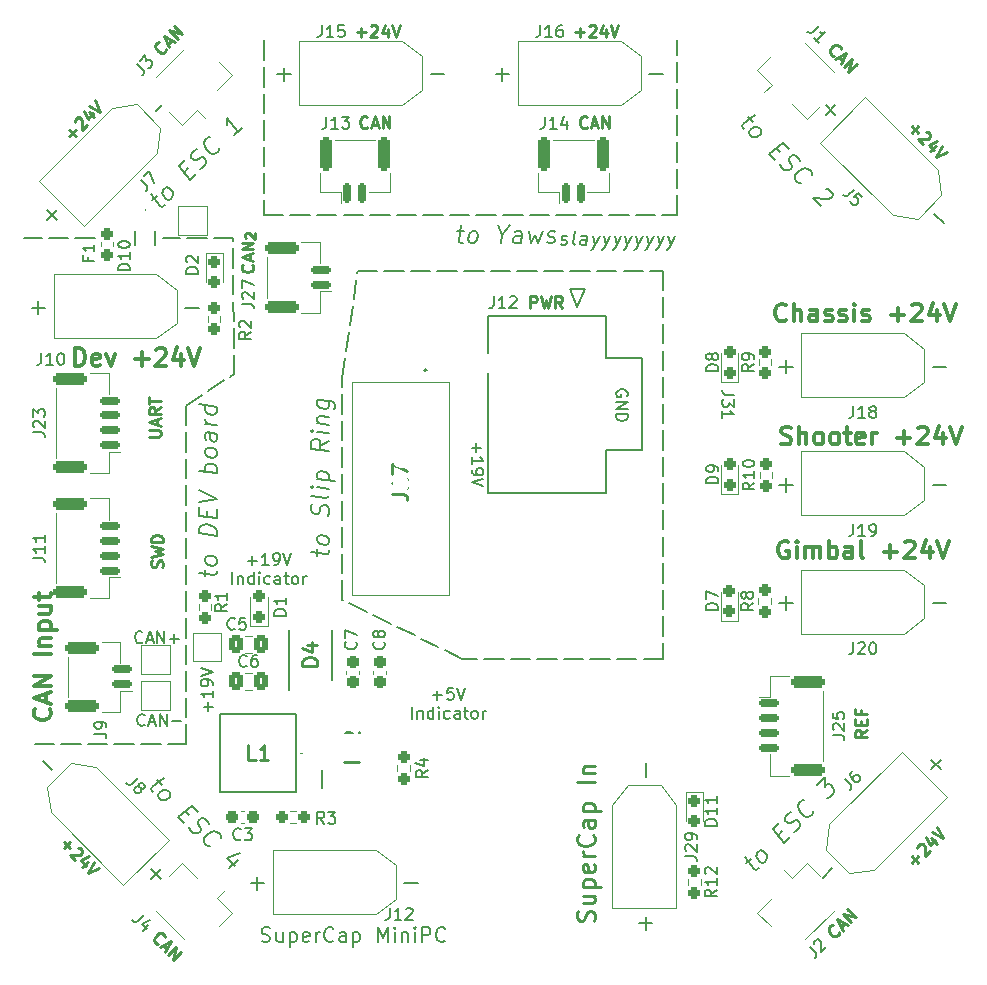
<source format=gto>
%TF.GenerationSoftware,KiCad,Pcbnew,9.0.0*%
%TF.CreationDate,2025-04-12T13:05:06-05:00*%
%TF.ProjectId,Chassis,43686173-7369-4732-9e6b-696361645f70,rev?*%
%TF.SameCoordinates,Original*%
%TF.FileFunction,Legend,Top*%
%TF.FilePolarity,Positive*%
%FSLAX46Y46*%
G04 Gerber Fmt 4.6, Leading zero omitted, Abs format (unit mm)*
G04 Created by KiCad (PCBNEW 9.0.0) date 2025-04-12 13:05:06*
%MOMM*%
%LPD*%
G01*
G04 APERTURE LIST*
G04 Aperture macros list*
%AMRoundRect*
0 Rectangle with rounded corners*
0 $1 Rounding radius*
0 $2 $3 $4 $5 $6 $7 $8 $9 X,Y pos of 4 corners*
0 Add a 4 corners polygon primitive as box body*
4,1,4,$2,$3,$4,$5,$6,$7,$8,$9,$2,$3,0*
0 Add four circle primitives for the rounded corners*
1,1,$1+$1,$2,$3*
1,1,$1+$1,$4,$5*
1,1,$1+$1,$6,$7*
1,1,$1+$1,$8,$9*
0 Add four rect primitives between the rounded corners*
20,1,$1+$1,$2,$3,$4,$5,0*
20,1,$1+$1,$4,$5,$6,$7,0*
20,1,$1+$1,$6,$7,$8,$9,0*
20,1,$1+$1,$8,$9,$2,$3,0*%
%AMRotRect*
0 Rectangle, with rotation*
0 The origin of the aperture is its center*
0 $1 length*
0 $2 width*
0 $3 Rotation angle, in degrees counterclockwise*
0 Add horizontal line*
21,1,$1,$2,0,0,$3*%
G04 Aperture macros list end*
%ADD10C,0.150000*%
%ADD11C,0.250000*%
%ADD12C,0.187500*%
%ADD13C,0.300000*%
%ADD14C,0.200000*%
%ADD15C,0.254000*%
%ADD16C,0.151000*%
%ADD17C,0.120000*%
%ADD18C,0.127000*%
%ADD19C,0.100000*%
%ADD20R,3.800000X3.800000*%
%ADD21C,4.000000*%
%ADD22RoundRect,0.150000X0.700000X-0.150000X0.700000X0.150000X-0.700000X0.150000X-0.700000X-0.150000X0*%
%ADD23RoundRect,0.250000X1.150000X-0.250000X1.150000X0.250000X-1.150000X0.250000X-1.150000X-0.250000X0*%
%ADD24RotRect,3.800000X3.800000X315.000000*%
%ADD25RotRect,3.800000X3.800000X135.000000*%
%ADD26C,3.200000*%
%ADD27RoundRect,0.237500X0.237500X-0.287500X0.237500X0.287500X-0.237500X0.287500X-0.237500X-0.287500X0*%
%ADD28R,1.520000X1.520000*%
%ADD29C,1.520000*%
%ADD30RoundRect,0.237500X0.237500X-0.250000X0.237500X0.250000X-0.237500X0.250000X-0.237500X-0.250000X0*%
%ADD31RoundRect,0.237500X-0.250000X-0.237500X0.250000X-0.237500X0.250000X0.237500X-0.250000X0.237500X0*%
%ADD32RoundRect,0.237500X-0.237500X0.287500X-0.237500X-0.287500X0.237500X-0.287500X0.237500X0.287500X0*%
%ADD33C,1.400000*%
%ADD34C,1.381000*%
%ADD35RoundRect,0.237500X-0.300000X-0.237500X0.300000X-0.237500X0.300000X0.237500X-0.300000X0.237500X0*%
%ADD36RoundRect,0.150000X0.388909X-0.601041X0.601041X-0.388909X-0.388909X0.601041X-0.601041X0.388909X0*%
%ADD37RoundRect,0.250000X0.636396X-0.989949X0.989949X-0.636396X-0.636396X0.989949X-0.989949X0.636396X0*%
%ADD38RotRect,3.800000X3.800000X225.000000*%
%ADD39RoundRect,0.150000X-0.150000X-0.700000X0.150000X-0.700000X0.150000X0.700000X-0.150000X0.700000X0*%
%ADD40RoundRect,0.250000X-0.250000X-1.150000X0.250000X-1.150000X0.250000X1.150000X-0.250000X1.150000X0*%
%ADD41R,2.000000X2.000000*%
%ADD42RoundRect,0.237500X-0.237500X0.250000X-0.237500X-0.250000X0.237500X-0.250000X0.237500X0.250000X0*%
%ADD43R,1.200000X1.200000*%
%ADD44RotRect,3.800000X3.800000X45.000000*%
%ADD45R,0.700000X1.522000*%
%ADD46R,2.300000X2.300000*%
%ADD47RoundRect,0.150000X0.601041X0.388909X0.388909X0.601041X-0.601041X-0.388909X-0.388909X-0.601041X0*%
%ADD48RoundRect,0.250000X0.989949X0.636396X0.636396X0.989949X-0.989949X-0.636396X-0.636396X-0.989949X0*%
%ADD49RoundRect,0.150000X-0.601041X-0.388909X-0.388909X-0.601041X0.601041X0.388909X0.388909X0.601041X0*%
%ADD50RoundRect,0.250000X-0.989949X-0.636396X-0.636396X-0.989949X0.989949X0.636396X0.636396X0.989949X0*%
%ADD51RoundRect,0.150000X-0.700000X0.150000X-0.700000X-0.150000X0.700000X-0.150000X0.700000X0.150000X0*%
%ADD52RoundRect,0.250000X-1.150000X0.250000X-1.150000X-0.250000X1.150000X-0.250000X1.150000X0.250000X0*%
%ADD53R,1.550000X5.600000*%
%ADD54RoundRect,0.250000X-0.337500X-0.475000X0.337500X-0.475000X0.337500X0.475000X-0.337500X0.475000X0*%
%ADD55R,2.140000X1.490000*%
%ADD56RoundRect,0.237500X0.237500X-0.300000X0.237500X0.300000X-0.237500X0.300000X-0.237500X-0.300000X0*%
%ADD57RoundRect,0.150000X-0.388909X0.601041X-0.601041X0.388909X0.388909X-0.601041X0.601041X-0.388909X0*%
%ADD58RoundRect,0.250000X-0.636396X0.989949X-0.989949X0.636396X0.636396X-0.989949X0.989949X-0.636396X0*%
G04 APERTURE END LIST*
D10*
X68800000Y-27250000D02*
X68800000Y-28900000D01*
X68800000Y-29500000D02*
X68800000Y-31150000D01*
X68800000Y-31750000D02*
X68800000Y-33400000D01*
X68800000Y-34000000D02*
X68800000Y-35650000D01*
X68800000Y-36250000D02*
X68800000Y-37900000D01*
X68800000Y-38500000D02*
X68800000Y-40150000D01*
X68800000Y-40750000D02*
X68800000Y-42000000D01*
X103800000Y-42000000D02*
X103800000Y-40350000D01*
X103800000Y-39750000D02*
X103800000Y-38100000D01*
X103800000Y-37500000D02*
X103800000Y-35850000D01*
X103800000Y-35250000D02*
X103800000Y-33600000D01*
X103800000Y-33000000D02*
X103800000Y-31350000D01*
X103800000Y-30750000D02*
X103800000Y-29100000D01*
X103800000Y-28500000D02*
X103800000Y-27250000D01*
X49400000Y-86800000D02*
X51050000Y-86800000D01*
X51650000Y-86800000D02*
X53300000Y-86800000D01*
X53900000Y-86800000D02*
X55550000Y-86800000D01*
X56150000Y-86800000D02*
X57800000Y-86800000D01*
X58400000Y-86800000D02*
X60050000Y-86800000D01*
X60650000Y-86800000D02*
X62200000Y-86800000D01*
X68800000Y-42000000D02*
X70450000Y-42000000D01*
X71050000Y-42000000D02*
X72700000Y-42000000D01*
X73300000Y-42000000D02*
X74950000Y-42000000D01*
X75550000Y-42000000D02*
X77200000Y-42000000D01*
X77800000Y-42000000D02*
X79450000Y-42000000D01*
X80050000Y-42000000D02*
X81700000Y-42000000D01*
X82300000Y-42000000D02*
X83950000Y-42000000D01*
X84550000Y-42000000D02*
X86200000Y-42000000D01*
X86800000Y-42000000D02*
X88450000Y-42000000D01*
X89050000Y-42000000D02*
X90700000Y-42000000D01*
X91300000Y-42000000D02*
X92950000Y-42000000D01*
X93550000Y-42000000D02*
X95200000Y-42000000D01*
X95800000Y-42000000D02*
X97450000Y-42000000D01*
X98050000Y-42000000D02*
X99700000Y-42000000D01*
X100300000Y-42000000D02*
X101950000Y-42000000D01*
X102550000Y-42000000D02*
X103800000Y-42000000D01*
X62200000Y-86800000D02*
X62200000Y-85150000D01*
X62200000Y-84550000D02*
X62200000Y-82900000D01*
X62200000Y-82300000D02*
X62200000Y-80650000D01*
X62200000Y-80050000D02*
X62200000Y-78400000D01*
X62200000Y-77800000D02*
X62200000Y-76150000D01*
X62200000Y-75550000D02*
X62200000Y-73900000D01*
X62200000Y-73300000D02*
X62200000Y-71650000D01*
X62200000Y-71050000D02*
X62200000Y-69400000D01*
X62200000Y-68800000D02*
X62200000Y-67150000D01*
X62200000Y-66550000D02*
X62200000Y-64900000D01*
X62200000Y-64300000D02*
X62200000Y-62650000D01*
X62200000Y-62050000D02*
X62200000Y-60400000D01*
X62200000Y-59800000D02*
X62200000Y-58200000D01*
X75400000Y-55800000D02*
X75643439Y-54168057D01*
X75731962Y-53574623D02*
X75975401Y-51942681D01*
X76063925Y-51349247D02*
X76307364Y-49717304D01*
X76395887Y-49123870D02*
X76639326Y-47491927D01*
X76727849Y-46898494D02*
X76750000Y-46750000D01*
X76750000Y-46750000D02*
X78400000Y-46750000D01*
X79000000Y-46750000D02*
X80650000Y-46750000D01*
X81250000Y-46750000D02*
X82900000Y-46750000D01*
X83500000Y-46750000D02*
X85150000Y-46750000D01*
X85750000Y-46750000D02*
X87400000Y-46750000D01*
X88000000Y-46750000D02*
X89650000Y-46750000D01*
X90250000Y-46750000D02*
X91900000Y-46750000D01*
X92500000Y-46750000D02*
X94150000Y-46750000D01*
X94750000Y-46750000D02*
X96400000Y-46750000D01*
X97000000Y-46750000D02*
X98650000Y-46750000D01*
X99250000Y-46750000D02*
X100900000Y-46750000D01*
X101500000Y-46750000D02*
X102600000Y-46750000D01*
X102600000Y-46750000D02*
X102600000Y-48400000D01*
X102600000Y-49000000D02*
X102600000Y-50650000D01*
X102600000Y-51250000D02*
X102600000Y-52900000D01*
X102600000Y-53500000D02*
X102600000Y-55150000D01*
X102600000Y-55750000D02*
X102600000Y-57400000D01*
X102600000Y-58000000D02*
X102600000Y-59650000D01*
X102600000Y-60250000D02*
X102600000Y-61900000D01*
X102600000Y-62500000D02*
X102600000Y-64150000D01*
X102600000Y-64750000D02*
X102600000Y-66400000D01*
X102600000Y-67000000D02*
X102600000Y-68650000D01*
X102600000Y-69250000D02*
X102600000Y-70900000D01*
X102600000Y-71500000D02*
X102600000Y-73150000D01*
X102600000Y-73750000D02*
X102600000Y-75400000D01*
X102600000Y-76000000D02*
X102600000Y-77650000D01*
X102600000Y-78250000D02*
X102600000Y-79600000D01*
X102600000Y-79600000D02*
X100950000Y-79600000D01*
X100350000Y-79600000D02*
X98700000Y-79600000D01*
X98100000Y-79600000D02*
X96450000Y-79600000D01*
X95850000Y-79600000D02*
X94200000Y-79600000D01*
X93600000Y-79600000D02*
X91950000Y-79600000D01*
X91350000Y-79600000D02*
X89700000Y-79600000D01*
X89100000Y-79600000D02*
X87450000Y-79600000D01*
X86850000Y-79600000D02*
X85600000Y-79600000D01*
X85600000Y-79600000D02*
X84118431Y-78873741D01*
X83579678Y-78609646D02*
X82098109Y-77883387D01*
X81559357Y-77619293D02*
X80077788Y-76893033D01*
X79539035Y-76628939D02*
X78057466Y-75902679D01*
X77518713Y-75638585D02*
X76037144Y-74912326D01*
X75498392Y-74648231D02*
X75400001Y-74600000D01*
X75400000Y-74600000D02*
X75400000Y-72950000D01*
X75400000Y-72350000D02*
X75400000Y-70700000D01*
X75400000Y-70100000D02*
X75400000Y-68450000D01*
X75400000Y-67850000D02*
X75400000Y-66200000D01*
X75400000Y-65600000D02*
X75400000Y-63950000D01*
X75400000Y-63350000D02*
X75400000Y-61700000D01*
X75400000Y-61100000D02*
X75400000Y-59450000D01*
X75400000Y-58850000D02*
X75400000Y-57200000D01*
X75400000Y-56600000D02*
X75400000Y-55800000D01*
X54475000Y-44000000D02*
X52825000Y-44000000D01*
X52225000Y-44000000D02*
X50575000Y-44000000D01*
X49975000Y-44000000D02*
X48525000Y-44000000D01*
X62200000Y-58200000D02*
X63572883Y-57284745D01*
X64072113Y-56951925D02*
X65444996Y-56036669D01*
X65944226Y-55703849D02*
X66249999Y-55500000D01*
X66250000Y-55500000D02*
X66242826Y-53850016D01*
X66240217Y-53250021D02*
X66233044Y-51600037D01*
X66230435Y-51000043D02*
X66223261Y-49350058D01*
X66220652Y-48750064D02*
X66213479Y-47100079D01*
X66210870Y-46500085D02*
X66203696Y-44850101D01*
X66201087Y-44250106D02*
X66200000Y-44000000D01*
X66200000Y-44000000D02*
X64550000Y-44000000D01*
X63950000Y-44000000D02*
X62300000Y-44000000D01*
X61700000Y-44000000D02*
X60250000Y-44000000D01*
X86761133Y-61339411D02*
X86761133Y-62101316D01*
X86380180Y-61720363D02*
X87142085Y-61720363D01*
X86380180Y-63101315D02*
X86380180Y-62529887D01*
X86380180Y-62815601D02*
X87380180Y-62815601D01*
X87380180Y-62815601D02*
X87237323Y-62720363D01*
X87237323Y-62720363D02*
X87142085Y-62625125D01*
X87142085Y-62625125D02*
X87094466Y-62529887D01*
X86380180Y-63577506D02*
X86380180Y-63767982D01*
X86380180Y-63767982D02*
X86427800Y-63863220D01*
X86427800Y-63863220D02*
X86475419Y-63910839D01*
X86475419Y-63910839D02*
X86618276Y-64006077D01*
X86618276Y-64006077D02*
X86808752Y-64053696D01*
X86808752Y-64053696D02*
X87189704Y-64053696D01*
X87189704Y-64053696D02*
X87284942Y-64006077D01*
X87284942Y-64006077D02*
X87332561Y-63958458D01*
X87332561Y-63958458D02*
X87380180Y-63863220D01*
X87380180Y-63863220D02*
X87380180Y-63672744D01*
X87380180Y-63672744D02*
X87332561Y-63577506D01*
X87332561Y-63577506D02*
X87284942Y-63529887D01*
X87284942Y-63529887D02*
X87189704Y-63482268D01*
X87189704Y-63482268D02*
X86951609Y-63482268D01*
X86951609Y-63482268D02*
X86856371Y-63529887D01*
X86856371Y-63529887D02*
X86808752Y-63577506D01*
X86808752Y-63577506D02*
X86761133Y-63672744D01*
X86761133Y-63672744D02*
X86761133Y-63863220D01*
X86761133Y-63863220D02*
X86808752Y-63958458D01*
X86808752Y-63958458D02*
X86856371Y-64006077D01*
X86856371Y-64006077D02*
X86951609Y-64053696D01*
X87380180Y-64339411D02*
X86380180Y-64672744D01*
X86380180Y-64672744D02*
X87380180Y-65006077D01*
D11*
X117525647Y-102748207D02*
X117525647Y-102815551D01*
X117525647Y-102815551D02*
X117458303Y-102950238D01*
X117458303Y-102950238D02*
X117390960Y-103017581D01*
X117390960Y-103017581D02*
X117256273Y-103084925D01*
X117256273Y-103084925D02*
X117121586Y-103084925D01*
X117121586Y-103084925D02*
X117020571Y-103051253D01*
X117020571Y-103051253D02*
X116852212Y-102950238D01*
X116852212Y-102950238D02*
X116751197Y-102849223D01*
X116751197Y-102849223D02*
X116650181Y-102680864D01*
X116650181Y-102680864D02*
X116616510Y-102579849D01*
X116616510Y-102579849D02*
X116616510Y-102445162D01*
X116616510Y-102445162D02*
X116683853Y-102310475D01*
X116683853Y-102310475D02*
X116751197Y-102243131D01*
X116751197Y-102243131D02*
X116885884Y-102175788D01*
X116885884Y-102175788D02*
X116953227Y-102175788D01*
X117660334Y-102344146D02*
X117997051Y-102007429D01*
X117795021Y-102613520D02*
X117323616Y-101670711D01*
X117323616Y-101670711D02*
X118266425Y-102142116D01*
X118502128Y-101906414D02*
X117795021Y-101199307D01*
X117795021Y-101199307D02*
X118906189Y-101502353D01*
X118906189Y-101502353D02*
X118199082Y-100795246D01*
D12*
X59788120Y-89850509D02*
X60192181Y-90254570D01*
X60337391Y-89692673D02*
X59314611Y-90488168D01*
X59314611Y-90488168D02*
X59251477Y-90627064D01*
X59251477Y-90627064D02*
X59295671Y-90772273D01*
X59295671Y-90772273D02*
X59396686Y-90873289D01*
X59901763Y-91378365D02*
X59857569Y-91233156D01*
X59857569Y-91233156D02*
X59863882Y-91138454D01*
X59863882Y-91138454D02*
X59927017Y-90999558D01*
X59927017Y-90999558D02*
X60267943Y-90734393D01*
X60267943Y-90734393D02*
X60432093Y-90696512D01*
X60432093Y-90696512D02*
X60539422Y-90702825D01*
X60539422Y-90702825D02*
X60697258Y-90759647D01*
X60697258Y-90759647D02*
X60848781Y-90911169D01*
X60848781Y-90911169D02*
X60892975Y-91056379D01*
X60892975Y-91056379D02*
X60886661Y-91151081D01*
X60886661Y-91151081D02*
X60823527Y-91289977D01*
X60823527Y-91289977D02*
X60482600Y-91555142D01*
X60482600Y-91555142D02*
X60318451Y-91593022D01*
X60318451Y-91593022D02*
X60211122Y-91586709D01*
X60211122Y-91586709D02*
X60053286Y-91529888D01*
X60053286Y-91529888D02*
X59901763Y-91378365D01*
X62143039Y-92508473D02*
X62496592Y-92862027D01*
X62023083Y-93499685D02*
X61518007Y-92994609D01*
X61518007Y-92994609D02*
X62711250Y-92066531D01*
X62711250Y-92066531D02*
X63216326Y-92571608D01*
X62483965Y-93859552D02*
X62578667Y-94055269D01*
X62578667Y-94055269D02*
X62831205Y-94307807D01*
X62831205Y-94307807D02*
X62989042Y-94364629D01*
X62989042Y-94364629D02*
X63096370Y-94370942D01*
X63096370Y-94370942D02*
X63260520Y-94333061D01*
X63260520Y-94333061D02*
X63374162Y-94244673D01*
X63374162Y-94244673D02*
X63437297Y-94105777D01*
X63437297Y-94105777D02*
X63443610Y-94011075D01*
X63443610Y-94011075D02*
X63399416Y-93865866D01*
X63399416Y-93865866D02*
X63254207Y-93619641D01*
X63254207Y-93619641D02*
X63210012Y-93474432D01*
X63210012Y-93474432D02*
X63216326Y-93379730D01*
X63216326Y-93379730D02*
X63279460Y-93240834D01*
X63279460Y-93240834D02*
X63393103Y-93152445D01*
X63393103Y-93152445D02*
X63557252Y-93114565D01*
X63557252Y-93114565D02*
X63664581Y-93120878D01*
X63664581Y-93120878D02*
X63822417Y-93177699D01*
X63822417Y-93177699D02*
X64074956Y-93430237D01*
X64074956Y-93430237D02*
X64169657Y-93625954D01*
X64207538Y-95482109D02*
X64100209Y-95475796D01*
X64100209Y-95475796D02*
X63891865Y-95368467D01*
X63891865Y-95368467D02*
X63790850Y-95267452D01*
X63790850Y-95267452D02*
X63696148Y-95071735D01*
X63696148Y-95071735D02*
X63708775Y-94882331D01*
X63708775Y-94882331D02*
X63771909Y-94743435D01*
X63771909Y-94743435D02*
X63948686Y-94516151D01*
X63948686Y-94516151D02*
X64119149Y-94383569D01*
X64119149Y-94383569D02*
X64396941Y-94257300D01*
X64396941Y-94257300D02*
X64561091Y-94219419D01*
X64561091Y-94219419D02*
X64775749Y-94232046D01*
X64775749Y-94232046D02*
X64984093Y-94339374D01*
X64984093Y-94339374D02*
X65085108Y-94440390D01*
X65085108Y-94440390D02*
X65179810Y-94636107D01*
X65179810Y-94636107D02*
X65173496Y-94730809D01*
X66606650Y-96669039D02*
X65811155Y-97287757D01*
X66808680Y-96062947D02*
X65703826Y-96473322D01*
X65703826Y-96473322D02*
X66360425Y-97129921D01*
D11*
X52319555Y-35350238D02*
X52858303Y-34811490D01*
X52858303Y-35350238D02*
X52319555Y-34811490D01*
X52790960Y-34138055D02*
X52790960Y-34070712D01*
X52790960Y-34070712D02*
X52824632Y-33969696D01*
X52824632Y-33969696D02*
X52992990Y-33801338D01*
X52992990Y-33801338D02*
X53094006Y-33767666D01*
X53094006Y-33767666D02*
X53161349Y-33767666D01*
X53161349Y-33767666D02*
X53262364Y-33801338D01*
X53262364Y-33801338D02*
X53329708Y-33868681D01*
X53329708Y-33868681D02*
X53397051Y-34003368D01*
X53397051Y-34003368D02*
X53397051Y-34811490D01*
X53397051Y-34811490D02*
X53834784Y-34373757D01*
X53969471Y-33296261D02*
X54440876Y-33767666D01*
X53531738Y-33195246D02*
X53868456Y-33868681D01*
X53868456Y-33868681D02*
X54306189Y-33430948D01*
X54003143Y-32791185D02*
X54945952Y-33262589D01*
X54945952Y-33262589D02*
X54474547Y-32319780D01*
X123669555Y-96850238D02*
X124208303Y-96311490D01*
X124208303Y-96850238D02*
X123669555Y-96311490D01*
X124140960Y-95638055D02*
X124140960Y-95570712D01*
X124140960Y-95570712D02*
X124174632Y-95469696D01*
X124174632Y-95469696D02*
X124342990Y-95301338D01*
X124342990Y-95301338D02*
X124444006Y-95267666D01*
X124444006Y-95267666D02*
X124511349Y-95267666D01*
X124511349Y-95267666D02*
X124612364Y-95301338D01*
X124612364Y-95301338D02*
X124679708Y-95368681D01*
X124679708Y-95368681D02*
X124747051Y-95503368D01*
X124747051Y-95503368D02*
X124747051Y-96311490D01*
X124747051Y-96311490D02*
X125184784Y-95873757D01*
X125319471Y-94796261D02*
X125790876Y-95267666D01*
X124881738Y-94695246D02*
X125218456Y-95368681D01*
X125218456Y-95368681D02*
X125656189Y-94930948D01*
X125353143Y-94291185D02*
X126295952Y-94762589D01*
X126295952Y-94762589D02*
X125824547Y-93819780D01*
X77573996Y-34569380D02*
X77526377Y-34617000D01*
X77526377Y-34617000D02*
X77383520Y-34664619D01*
X77383520Y-34664619D02*
X77288282Y-34664619D01*
X77288282Y-34664619D02*
X77145425Y-34617000D01*
X77145425Y-34617000D02*
X77050187Y-34521761D01*
X77050187Y-34521761D02*
X77002568Y-34426523D01*
X77002568Y-34426523D02*
X76954949Y-34236047D01*
X76954949Y-34236047D02*
X76954949Y-34093190D01*
X76954949Y-34093190D02*
X77002568Y-33902714D01*
X77002568Y-33902714D02*
X77050187Y-33807476D01*
X77050187Y-33807476D02*
X77145425Y-33712238D01*
X77145425Y-33712238D02*
X77288282Y-33664619D01*
X77288282Y-33664619D02*
X77383520Y-33664619D01*
X77383520Y-33664619D02*
X77526377Y-33712238D01*
X77526377Y-33712238D02*
X77573996Y-33759857D01*
X77954949Y-34378904D02*
X78431139Y-34378904D01*
X77859711Y-34664619D02*
X78193044Y-33664619D01*
X78193044Y-33664619D02*
X78526377Y-34664619D01*
X78859711Y-34664619D02*
X78859711Y-33664619D01*
X78859711Y-33664619D02*
X79431139Y-34664619D01*
X79431139Y-34664619D02*
X79431139Y-33664619D01*
X51849761Y-95119555D02*
X52388509Y-95658303D01*
X51849761Y-95658303D02*
X52388509Y-95119555D01*
X53061944Y-95590960D02*
X53129287Y-95590960D01*
X53129287Y-95590960D02*
X53230303Y-95624632D01*
X53230303Y-95624632D02*
X53398661Y-95792990D01*
X53398661Y-95792990D02*
X53432333Y-95894006D01*
X53432333Y-95894006D02*
X53432333Y-95961349D01*
X53432333Y-95961349D02*
X53398661Y-96062364D01*
X53398661Y-96062364D02*
X53331318Y-96129708D01*
X53331318Y-96129708D02*
X53196631Y-96197051D01*
X53196631Y-96197051D02*
X52388509Y-96197051D01*
X52388509Y-96197051D02*
X52826242Y-96634784D01*
X53903738Y-96769471D02*
X53432333Y-97240876D01*
X54004753Y-96331738D02*
X53331318Y-96668456D01*
X53331318Y-96668456D02*
X53769051Y-97106189D01*
X54408814Y-96803143D02*
X53937410Y-97745952D01*
X53937410Y-97745952D02*
X54880219Y-97274547D01*
D12*
X63806678Y-72617716D02*
X63806678Y-72046287D01*
X63306678Y-72340930D02*
X64592392Y-72501645D01*
X64592392Y-72501645D02*
X64735250Y-72448073D01*
X64735250Y-72448073D02*
X64806678Y-72314145D01*
X64806678Y-72314145D02*
X64806678Y-72171287D01*
X64806678Y-71457002D02*
X64735250Y-71590930D01*
X64735250Y-71590930D02*
X64663821Y-71653430D01*
X64663821Y-71653430D02*
X64520964Y-71707002D01*
X64520964Y-71707002D02*
X64092392Y-71653430D01*
X64092392Y-71653430D02*
X63949535Y-71564144D01*
X63949535Y-71564144D02*
X63878107Y-71483787D01*
X63878107Y-71483787D02*
X63806678Y-71332002D01*
X63806678Y-71332002D02*
X63806678Y-71117716D01*
X63806678Y-71117716D02*
X63878107Y-70983787D01*
X63878107Y-70983787D02*
X63949535Y-70921287D01*
X63949535Y-70921287D02*
X64092392Y-70867716D01*
X64092392Y-70867716D02*
X64520964Y-70921287D01*
X64520964Y-70921287D02*
X64663821Y-71010573D01*
X64663821Y-71010573D02*
X64735250Y-71090930D01*
X64735250Y-71090930D02*
X64806678Y-71242716D01*
X64806678Y-71242716D02*
X64806678Y-71457002D01*
X64806678Y-69171287D02*
X63306678Y-68983787D01*
X63306678Y-68983787D02*
X63306678Y-68626644D01*
X63306678Y-68626644D02*
X63378107Y-68421287D01*
X63378107Y-68421287D02*
X63520964Y-68296287D01*
X63520964Y-68296287D02*
X63663821Y-68242716D01*
X63663821Y-68242716D02*
X63949535Y-68207002D01*
X63949535Y-68207002D02*
X64163821Y-68233787D01*
X64163821Y-68233787D02*
X64449535Y-68340930D01*
X64449535Y-68340930D02*
X64592392Y-68430216D01*
X64592392Y-68430216D02*
X64735250Y-68590930D01*
X64735250Y-68590930D02*
X64806678Y-68814144D01*
X64806678Y-68814144D02*
X64806678Y-69171287D01*
X64020964Y-67573073D02*
X64020964Y-67073073D01*
X64806678Y-66957002D02*
X64806678Y-67671287D01*
X64806678Y-67671287D02*
X63306678Y-67483787D01*
X63306678Y-67483787D02*
X63306678Y-66769502D01*
X63306678Y-66340930D02*
X64806678Y-66028430D01*
X64806678Y-66028430D02*
X63306678Y-65340930D01*
X64806678Y-63885573D02*
X63306678Y-63698073D01*
X63878107Y-63769502D02*
X63806678Y-63617716D01*
X63806678Y-63617716D02*
X63806678Y-63332002D01*
X63806678Y-63332002D02*
X63878107Y-63198073D01*
X63878107Y-63198073D02*
X63949535Y-63135573D01*
X63949535Y-63135573D02*
X64092392Y-63082002D01*
X64092392Y-63082002D02*
X64520964Y-63135573D01*
X64520964Y-63135573D02*
X64663821Y-63224859D01*
X64663821Y-63224859D02*
X64735250Y-63305216D01*
X64735250Y-63305216D02*
X64806678Y-63457002D01*
X64806678Y-63457002D02*
X64806678Y-63742716D01*
X64806678Y-63742716D02*
X64735250Y-63876645D01*
X64806678Y-62314145D02*
X64735250Y-62448073D01*
X64735250Y-62448073D02*
X64663821Y-62510573D01*
X64663821Y-62510573D02*
X64520964Y-62564145D01*
X64520964Y-62564145D02*
X64092392Y-62510573D01*
X64092392Y-62510573D02*
X63949535Y-62421287D01*
X63949535Y-62421287D02*
X63878107Y-62340930D01*
X63878107Y-62340930D02*
X63806678Y-62189145D01*
X63806678Y-62189145D02*
X63806678Y-61974859D01*
X63806678Y-61974859D02*
X63878107Y-61840930D01*
X63878107Y-61840930D02*
X63949535Y-61778430D01*
X63949535Y-61778430D02*
X64092392Y-61724859D01*
X64092392Y-61724859D02*
X64520964Y-61778430D01*
X64520964Y-61778430D02*
X64663821Y-61867716D01*
X64663821Y-61867716D02*
X64735250Y-61948073D01*
X64735250Y-61948073D02*
X64806678Y-62099859D01*
X64806678Y-62099859D02*
X64806678Y-62314145D01*
X64806678Y-60528430D02*
X64020964Y-60430216D01*
X64020964Y-60430216D02*
X63878107Y-60483787D01*
X63878107Y-60483787D02*
X63806678Y-60617716D01*
X63806678Y-60617716D02*
X63806678Y-60903430D01*
X63806678Y-60903430D02*
X63878107Y-61055216D01*
X64735250Y-60519502D02*
X64806678Y-60671287D01*
X64806678Y-60671287D02*
X64806678Y-61028430D01*
X64806678Y-61028430D02*
X64735250Y-61162359D01*
X64735250Y-61162359D02*
X64592392Y-61215930D01*
X64592392Y-61215930D02*
X64449535Y-61198073D01*
X64449535Y-61198073D02*
X64306678Y-61108787D01*
X64306678Y-61108787D02*
X64235250Y-60957002D01*
X64235250Y-60957002D02*
X64235250Y-60599859D01*
X64235250Y-60599859D02*
X64163821Y-60448073D01*
X64806678Y-59814144D02*
X63806678Y-59689144D01*
X64092392Y-59724859D02*
X63949535Y-59635573D01*
X63949535Y-59635573D02*
X63878107Y-59555216D01*
X63878107Y-59555216D02*
X63806678Y-59403430D01*
X63806678Y-59403430D02*
X63806678Y-59260573D01*
X64806678Y-58242716D02*
X63306678Y-58055216D01*
X64735250Y-58233788D02*
X64806678Y-58385573D01*
X64806678Y-58385573D02*
X64806678Y-58671288D01*
X64806678Y-58671288D02*
X64735250Y-58805216D01*
X64735250Y-58805216D02*
X64663821Y-58867716D01*
X64663821Y-58867716D02*
X64520964Y-58921288D01*
X64520964Y-58921288D02*
X64092392Y-58867716D01*
X64092392Y-58867716D02*
X63949535Y-58778430D01*
X63949535Y-58778430D02*
X63878107Y-58698073D01*
X63878107Y-58698073D02*
X63806678Y-58546288D01*
X63806678Y-58546288D02*
X63806678Y-58260573D01*
X63806678Y-58260573D02*
X63878107Y-58126645D01*
D11*
X95152568Y-26568666D02*
X95914473Y-26568666D01*
X95533520Y-26949619D02*
X95533520Y-26187714D01*
X96343044Y-26044857D02*
X96390663Y-25997238D01*
X96390663Y-25997238D02*
X96485901Y-25949619D01*
X96485901Y-25949619D02*
X96723996Y-25949619D01*
X96723996Y-25949619D02*
X96819234Y-25997238D01*
X96819234Y-25997238D02*
X96866853Y-26044857D01*
X96866853Y-26044857D02*
X96914472Y-26140095D01*
X96914472Y-26140095D02*
X96914472Y-26235333D01*
X96914472Y-26235333D02*
X96866853Y-26378190D01*
X96866853Y-26378190D02*
X96295425Y-26949619D01*
X96295425Y-26949619D02*
X96914472Y-26949619D01*
X97771615Y-26282952D02*
X97771615Y-26949619D01*
X97533520Y-25902000D02*
X97295425Y-26616285D01*
X97295425Y-26616285D02*
X97914472Y-26616285D01*
X98152568Y-25949619D02*
X98485901Y-26949619D01*
X98485901Y-26949619D02*
X98819234Y-25949619D01*
X60525647Y-27948207D02*
X60525647Y-28015551D01*
X60525647Y-28015551D02*
X60458303Y-28150238D01*
X60458303Y-28150238D02*
X60390960Y-28217581D01*
X60390960Y-28217581D02*
X60256273Y-28284925D01*
X60256273Y-28284925D02*
X60121586Y-28284925D01*
X60121586Y-28284925D02*
X60020571Y-28251253D01*
X60020571Y-28251253D02*
X59852212Y-28150238D01*
X59852212Y-28150238D02*
X59751197Y-28049223D01*
X59751197Y-28049223D02*
X59650181Y-27880864D01*
X59650181Y-27880864D02*
X59616510Y-27779849D01*
X59616510Y-27779849D02*
X59616510Y-27645162D01*
X59616510Y-27645162D02*
X59683853Y-27510475D01*
X59683853Y-27510475D02*
X59751197Y-27443131D01*
X59751197Y-27443131D02*
X59885884Y-27375788D01*
X59885884Y-27375788D02*
X59953227Y-27375788D01*
X60660334Y-27544146D02*
X60997051Y-27207429D01*
X60795021Y-27813520D02*
X60323616Y-26870711D01*
X60323616Y-26870711D02*
X61266425Y-27342116D01*
X61502128Y-27106414D02*
X60795021Y-26399307D01*
X60795021Y-26399307D02*
X61906189Y-26702353D01*
X61906189Y-26702353D02*
X61199082Y-25995246D01*
D10*
X58708207Y-85174580D02*
X58660588Y-85222200D01*
X58660588Y-85222200D02*
X58517731Y-85269819D01*
X58517731Y-85269819D02*
X58422493Y-85269819D01*
X58422493Y-85269819D02*
X58279636Y-85222200D01*
X58279636Y-85222200D02*
X58184398Y-85126961D01*
X58184398Y-85126961D02*
X58136779Y-85031723D01*
X58136779Y-85031723D02*
X58089160Y-84841247D01*
X58089160Y-84841247D02*
X58089160Y-84698390D01*
X58089160Y-84698390D02*
X58136779Y-84507914D01*
X58136779Y-84507914D02*
X58184398Y-84412676D01*
X58184398Y-84412676D02*
X58279636Y-84317438D01*
X58279636Y-84317438D02*
X58422493Y-84269819D01*
X58422493Y-84269819D02*
X58517731Y-84269819D01*
X58517731Y-84269819D02*
X58660588Y-84317438D01*
X58660588Y-84317438D02*
X58708207Y-84365057D01*
X59089160Y-84984104D02*
X59565350Y-84984104D01*
X58993922Y-85269819D02*
X59327255Y-84269819D01*
X59327255Y-84269819D02*
X59660588Y-85269819D01*
X59993922Y-85269819D02*
X59993922Y-84269819D01*
X59993922Y-84269819D02*
X60565350Y-85269819D01*
X60565350Y-85269819D02*
X60565350Y-84269819D01*
X61041541Y-84888866D02*
X61803446Y-84888866D01*
D11*
X59064619Y-60797431D02*
X59874142Y-60797431D01*
X59874142Y-60797431D02*
X59969380Y-60749812D01*
X59969380Y-60749812D02*
X60017000Y-60702193D01*
X60017000Y-60702193D02*
X60064619Y-60606955D01*
X60064619Y-60606955D02*
X60064619Y-60416479D01*
X60064619Y-60416479D02*
X60017000Y-60321241D01*
X60017000Y-60321241D02*
X59969380Y-60273622D01*
X59969380Y-60273622D02*
X59874142Y-60226003D01*
X59874142Y-60226003D02*
X59064619Y-60226003D01*
X59778904Y-59797431D02*
X59778904Y-59321241D01*
X60064619Y-59892669D02*
X59064619Y-59559336D01*
X59064619Y-59559336D02*
X60064619Y-59226003D01*
X60064619Y-58321241D02*
X59588428Y-58654574D01*
X60064619Y-58892669D02*
X59064619Y-58892669D01*
X59064619Y-58892669D02*
X59064619Y-58511717D01*
X59064619Y-58511717D02*
X59112238Y-58416479D01*
X59112238Y-58416479D02*
X59159857Y-58368860D01*
X59159857Y-58368860D02*
X59255095Y-58321241D01*
X59255095Y-58321241D02*
X59397952Y-58321241D01*
X59397952Y-58321241D02*
X59493190Y-58368860D01*
X59493190Y-58368860D02*
X59540809Y-58416479D01*
X59540809Y-58416479D02*
X59588428Y-58511717D01*
X59588428Y-58511717D02*
X59588428Y-58892669D01*
X59064619Y-58035526D02*
X59064619Y-57464098D01*
X60064619Y-57749812D02*
X59064619Y-57749812D01*
X119864619Y-85626003D02*
X119388428Y-85959336D01*
X119864619Y-86197431D02*
X118864619Y-86197431D01*
X118864619Y-86197431D02*
X118864619Y-85816479D01*
X118864619Y-85816479D02*
X118912238Y-85721241D01*
X118912238Y-85721241D02*
X118959857Y-85673622D01*
X118959857Y-85673622D02*
X119055095Y-85626003D01*
X119055095Y-85626003D02*
X119197952Y-85626003D01*
X119197952Y-85626003D02*
X119293190Y-85673622D01*
X119293190Y-85673622D02*
X119340809Y-85721241D01*
X119340809Y-85721241D02*
X119388428Y-85816479D01*
X119388428Y-85816479D02*
X119388428Y-86197431D01*
X119340809Y-85197431D02*
X119340809Y-84864098D01*
X119864619Y-84721241D02*
X119864619Y-85197431D01*
X119864619Y-85197431D02*
X118864619Y-85197431D01*
X118864619Y-85197431D02*
X118864619Y-84721241D01*
X119340809Y-83959336D02*
X119340809Y-84292669D01*
X119864619Y-84292669D02*
X118864619Y-84292669D01*
X118864619Y-84292669D02*
X118864619Y-83816479D01*
D13*
X113019653Y-50889971D02*
X112948225Y-50961400D01*
X112948225Y-50961400D02*
X112733939Y-51032828D01*
X112733939Y-51032828D02*
X112591082Y-51032828D01*
X112591082Y-51032828D02*
X112376796Y-50961400D01*
X112376796Y-50961400D02*
X112233939Y-50818542D01*
X112233939Y-50818542D02*
X112162510Y-50675685D01*
X112162510Y-50675685D02*
X112091082Y-50389971D01*
X112091082Y-50389971D02*
X112091082Y-50175685D01*
X112091082Y-50175685D02*
X112162510Y-49889971D01*
X112162510Y-49889971D02*
X112233939Y-49747114D01*
X112233939Y-49747114D02*
X112376796Y-49604257D01*
X112376796Y-49604257D02*
X112591082Y-49532828D01*
X112591082Y-49532828D02*
X112733939Y-49532828D01*
X112733939Y-49532828D02*
X112948225Y-49604257D01*
X112948225Y-49604257D02*
X113019653Y-49675685D01*
X113662510Y-51032828D02*
X113662510Y-49532828D01*
X114305368Y-51032828D02*
X114305368Y-50247114D01*
X114305368Y-50247114D02*
X114233939Y-50104257D01*
X114233939Y-50104257D02*
X114091082Y-50032828D01*
X114091082Y-50032828D02*
X113876796Y-50032828D01*
X113876796Y-50032828D02*
X113733939Y-50104257D01*
X113733939Y-50104257D02*
X113662510Y-50175685D01*
X115662511Y-51032828D02*
X115662511Y-50247114D01*
X115662511Y-50247114D02*
X115591082Y-50104257D01*
X115591082Y-50104257D02*
X115448225Y-50032828D01*
X115448225Y-50032828D02*
X115162511Y-50032828D01*
X115162511Y-50032828D02*
X115019653Y-50104257D01*
X115662511Y-50961400D02*
X115519653Y-51032828D01*
X115519653Y-51032828D02*
X115162511Y-51032828D01*
X115162511Y-51032828D02*
X115019653Y-50961400D01*
X115019653Y-50961400D02*
X114948225Y-50818542D01*
X114948225Y-50818542D02*
X114948225Y-50675685D01*
X114948225Y-50675685D02*
X115019653Y-50532828D01*
X115019653Y-50532828D02*
X115162511Y-50461400D01*
X115162511Y-50461400D02*
X115519653Y-50461400D01*
X115519653Y-50461400D02*
X115662511Y-50389971D01*
X116305368Y-50961400D02*
X116448225Y-51032828D01*
X116448225Y-51032828D02*
X116733939Y-51032828D01*
X116733939Y-51032828D02*
X116876796Y-50961400D01*
X116876796Y-50961400D02*
X116948225Y-50818542D01*
X116948225Y-50818542D02*
X116948225Y-50747114D01*
X116948225Y-50747114D02*
X116876796Y-50604257D01*
X116876796Y-50604257D02*
X116733939Y-50532828D01*
X116733939Y-50532828D02*
X116519654Y-50532828D01*
X116519654Y-50532828D02*
X116376796Y-50461400D01*
X116376796Y-50461400D02*
X116305368Y-50318542D01*
X116305368Y-50318542D02*
X116305368Y-50247114D01*
X116305368Y-50247114D02*
X116376796Y-50104257D01*
X116376796Y-50104257D02*
X116519654Y-50032828D01*
X116519654Y-50032828D02*
X116733939Y-50032828D01*
X116733939Y-50032828D02*
X116876796Y-50104257D01*
X117519654Y-50961400D02*
X117662511Y-51032828D01*
X117662511Y-51032828D02*
X117948225Y-51032828D01*
X117948225Y-51032828D02*
X118091082Y-50961400D01*
X118091082Y-50961400D02*
X118162511Y-50818542D01*
X118162511Y-50818542D02*
X118162511Y-50747114D01*
X118162511Y-50747114D02*
X118091082Y-50604257D01*
X118091082Y-50604257D02*
X117948225Y-50532828D01*
X117948225Y-50532828D02*
X117733940Y-50532828D01*
X117733940Y-50532828D02*
X117591082Y-50461400D01*
X117591082Y-50461400D02*
X117519654Y-50318542D01*
X117519654Y-50318542D02*
X117519654Y-50247114D01*
X117519654Y-50247114D02*
X117591082Y-50104257D01*
X117591082Y-50104257D02*
X117733940Y-50032828D01*
X117733940Y-50032828D02*
X117948225Y-50032828D01*
X117948225Y-50032828D02*
X118091082Y-50104257D01*
X118805368Y-51032828D02*
X118805368Y-50032828D01*
X118805368Y-49532828D02*
X118733940Y-49604257D01*
X118733940Y-49604257D02*
X118805368Y-49675685D01*
X118805368Y-49675685D02*
X118876797Y-49604257D01*
X118876797Y-49604257D02*
X118805368Y-49532828D01*
X118805368Y-49532828D02*
X118805368Y-49675685D01*
X119448226Y-50961400D02*
X119591083Y-51032828D01*
X119591083Y-51032828D02*
X119876797Y-51032828D01*
X119876797Y-51032828D02*
X120019654Y-50961400D01*
X120019654Y-50961400D02*
X120091083Y-50818542D01*
X120091083Y-50818542D02*
X120091083Y-50747114D01*
X120091083Y-50747114D02*
X120019654Y-50604257D01*
X120019654Y-50604257D02*
X119876797Y-50532828D01*
X119876797Y-50532828D02*
X119662512Y-50532828D01*
X119662512Y-50532828D02*
X119519654Y-50461400D01*
X119519654Y-50461400D02*
X119448226Y-50318542D01*
X119448226Y-50318542D02*
X119448226Y-50247114D01*
X119448226Y-50247114D02*
X119519654Y-50104257D01*
X119519654Y-50104257D02*
X119662512Y-50032828D01*
X119662512Y-50032828D02*
X119876797Y-50032828D01*
X119876797Y-50032828D02*
X120019654Y-50104257D01*
X121876797Y-50461400D02*
X123019655Y-50461400D01*
X122448226Y-51032828D02*
X122448226Y-49889971D01*
X123662512Y-49675685D02*
X123733940Y-49604257D01*
X123733940Y-49604257D02*
X123876798Y-49532828D01*
X123876798Y-49532828D02*
X124233940Y-49532828D01*
X124233940Y-49532828D02*
X124376798Y-49604257D01*
X124376798Y-49604257D02*
X124448226Y-49675685D01*
X124448226Y-49675685D02*
X124519655Y-49818542D01*
X124519655Y-49818542D02*
X124519655Y-49961400D01*
X124519655Y-49961400D02*
X124448226Y-50175685D01*
X124448226Y-50175685D02*
X123591083Y-51032828D01*
X123591083Y-51032828D02*
X124519655Y-51032828D01*
X125805369Y-50032828D02*
X125805369Y-51032828D01*
X125448226Y-49461400D02*
X125091083Y-50532828D01*
X125091083Y-50532828D02*
X126019654Y-50532828D01*
X126376797Y-49532828D02*
X126876797Y-51032828D01*
X126876797Y-51032828D02*
X127376797Y-49532828D01*
D11*
X91334568Y-49902619D02*
X91334568Y-48902619D01*
X91334568Y-48902619D02*
X91715520Y-48902619D01*
X91715520Y-48902619D02*
X91810758Y-48950238D01*
X91810758Y-48950238D02*
X91858377Y-48997857D01*
X91858377Y-48997857D02*
X91905996Y-49093095D01*
X91905996Y-49093095D02*
X91905996Y-49235952D01*
X91905996Y-49235952D02*
X91858377Y-49331190D01*
X91858377Y-49331190D02*
X91810758Y-49378809D01*
X91810758Y-49378809D02*
X91715520Y-49426428D01*
X91715520Y-49426428D02*
X91334568Y-49426428D01*
X92239330Y-48902619D02*
X92477425Y-49902619D01*
X92477425Y-49902619D02*
X92667901Y-49188333D01*
X92667901Y-49188333D02*
X92858377Y-49902619D01*
X92858377Y-49902619D02*
X93096473Y-48902619D01*
X94048853Y-49902619D02*
X93715520Y-49426428D01*
X93477425Y-49902619D02*
X93477425Y-48902619D01*
X93477425Y-48902619D02*
X93858377Y-48902619D01*
X93858377Y-48902619D02*
X93953615Y-48950238D01*
X93953615Y-48950238D02*
X94001234Y-48997857D01*
X94001234Y-48997857D02*
X94048853Y-49093095D01*
X94048853Y-49093095D02*
X94048853Y-49235952D01*
X94048853Y-49235952D02*
X94001234Y-49331190D01*
X94001234Y-49331190D02*
X93953615Y-49378809D01*
X93953615Y-49378809D02*
X93858377Y-49426428D01*
X93858377Y-49426428D02*
X93477425Y-49426428D01*
D13*
X112599082Y-61375400D02*
X112813368Y-61446828D01*
X112813368Y-61446828D02*
X113170510Y-61446828D01*
X113170510Y-61446828D02*
X113313368Y-61375400D01*
X113313368Y-61375400D02*
X113384796Y-61303971D01*
X113384796Y-61303971D02*
X113456225Y-61161114D01*
X113456225Y-61161114D02*
X113456225Y-61018257D01*
X113456225Y-61018257D02*
X113384796Y-60875400D01*
X113384796Y-60875400D02*
X113313368Y-60803971D01*
X113313368Y-60803971D02*
X113170510Y-60732542D01*
X113170510Y-60732542D02*
X112884796Y-60661114D01*
X112884796Y-60661114D02*
X112741939Y-60589685D01*
X112741939Y-60589685D02*
X112670510Y-60518257D01*
X112670510Y-60518257D02*
X112599082Y-60375400D01*
X112599082Y-60375400D02*
X112599082Y-60232542D01*
X112599082Y-60232542D02*
X112670510Y-60089685D01*
X112670510Y-60089685D02*
X112741939Y-60018257D01*
X112741939Y-60018257D02*
X112884796Y-59946828D01*
X112884796Y-59946828D02*
X113241939Y-59946828D01*
X113241939Y-59946828D02*
X113456225Y-60018257D01*
X114099081Y-61446828D02*
X114099081Y-59946828D01*
X114741939Y-61446828D02*
X114741939Y-60661114D01*
X114741939Y-60661114D02*
X114670510Y-60518257D01*
X114670510Y-60518257D02*
X114527653Y-60446828D01*
X114527653Y-60446828D02*
X114313367Y-60446828D01*
X114313367Y-60446828D02*
X114170510Y-60518257D01*
X114170510Y-60518257D02*
X114099081Y-60589685D01*
X115670510Y-61446828D02*
X115527653Y-61375400D01*
X115527653Y-61375400D02*
X115456224Y-61303971D01*
X115456224Y-61303971D02*
X115384796Y-61161114D01*
X115384796Y-61161114D02*
X115384796Y-60732542D01*
X115384796Y-60732542D02*
X115456224Y-60589685D01*
X115456224Y-60589685D02*
X115527653Y-60518257D01*
X115527653Y-60518257D02*
X115670510Y-60446828D01*
X115670510Y-60446828D02*
X115884796Y-60446828D01*
X115884796Y-60446828D02*
X116027653Y-60518257D01*
X116027653Y-60518257D02*
X116099082Y-60589685D01*
X116099082Y-60589685D02*
X116170510Y-60732542D01*
X116170510Y-60732542D02*
X116170510Y-61161114D01*
X116170510Y-61161114D02*
X116099082Y-61303971D01*
X116099082Y-61303971D02*
X116027653Y-61375400D01*
X116027653Y-61375400D02*
X115884796Y-61446828D01*
X115884796Y-61446828D02*
X115670510Y-61446828D01*
X117027653Y-61446828D02*
X116884796Y-61375400D01*
X116884796Y-61375400D02*
X116813367Y-61303971D01*
X116813367Y-61303971D02*
X116741939Y-61161114D01*
X116741939Y-61161114D02*
X116741939Y-60732542D01*
X116741939Y-60732542D02*
X116813367Y-60589685D01*
X116813367Y-60589685D02*
X116884796Y-60518257D01*
X116884796Y-60518257D02*
X117027653Y-60446828D01*
X117027653Y-60446828D02*
X117241939Y-60446828D01*
X117241939Y-60446828D02*
X117384796Y-60518257D01*
X117384796Y-60518257D02*
X117456225Y-60589685D01*
X117456225Y-60589685D02*
X117527653Y-60732542D01*
X117527653Y-60732542D02*
X117527653Y-61161114D01*
X117527653Y-61161114D02*
X117456225Y-61303971D01*
X117456225Y-61303971D02*
X117384796Y-61375400D01*
X117384796Y-61375400D02*
X117241939Y-61446828D01*
X117241939Y-61446828D02*
X117027653Y-61446828D01*
X117956225Y-60446828D02*
X118527653Y-60446828D01*
X118170510Y-59946828D02*
X118170510Y-61232542D01*
X118170510Y-61232542D02*
X118241939Y-61375400D01*
X118241939Y-61375400D02*
X118384796Y-61446828D01*
X118384796Y-61446828D02*
X118527653Y-61446828D01*
X119599082Y-61375400D02*
X119456225Y-61446828D01*
X119456225Y-61446828D02*
X119170511Y-61446828D01*
X119170511Y-61446828D02*
X119027653Y-61375400D01*
X119027653Y-61375400D02*
X118956225Y-61232542D01*
X118956225Y-61232542D02*
X118956225Y-60661114D01*
X118956225Y-60661114D02*
X119027653Y-60518257D01*
X119027653Y-60518257D02*
X119170511Y-60446828D01*
X119170511Y-60446828D02*
X119456225Y-60446828D01*
X119456225Y-60446828D02*
X119599082Y-60518257D01*
X119599082Y-60518257D02*
X119670511Y-60661114D01*
X119670511Y-60661114D02*
X119670511Y-60803971D01*
X119670511Y-60803971D02*
X118956225Y-60946828D01*
X120313367Y-61446828D02*
X120313367Y-60446828D01*
X120313367Y-60732542D02*
X120384796Y-60589685D01*
X120384796Y-60589685D02*
X120456225Y-60518257D01*
X120456225Y-60518257D02*
X120599082Y-60446828D01*
X120599082Y-60446828D02*
X120741939Y-60446828D01*
X122384795Y-60875400D02*
X123527653Y-60875400D01*
X122956224Y-61446828D02*
X122956224Y-60303971D01*
X124170510Y-60089685D02*
X124241938Y-60018257D01*
X124241938Y-60018257D02*
X124384796Y-59946828D01*
X124384796Y-59946828D02*
X124741938Y-59946828D01*
X124741938Y-59946828D02*
X124884796Y-60018257D01*
X124884796Y-60018257D02*
X124956224Y-60089685D01*
X124956224Y-60089685D02*
X125027653Y-60232542D01*
X125027653Y-60232542D02*
X125027653Y-60375400D01*
X125027653Y-60375400D02*
X124956224Y-60589685D01*
X124956224Y-60589685D02*
X124099081Y-61446828D01*
X124099081Y-61446828D02*
X125027653Y-61446828D01*
X126313367Y-60446828D02*
X126313367Y-61446828D01*
X125956224Y-59875400D02*
X125599081Y-60946828D01*
X125599081Y-60946828D02*
X126527652Y-60946828D01*
X126884795Y-59946828D02*
X127384795Y-61446828D01*
X127384795Y-61446828D02*
X127884795Y-59946828D01*
D11*
X59851792Y-103725647D02*
X59784448Y-103725647D01*
X59784448Y-103725647D02*
X59649761Y-103658303D01*
X59649761Y-103658303D02*
X59582418Y-103590960D01*
X59582418Y-103590960D02*
X59515074Y-103456273D01*
X59515074Y-103456273D02*
X59515074Y-103321586D01*
X59515074Y-103321586D02*
X59548746Y-103220571D01*
X59548746Y-103220571D02*
X59649761Y-103052212D01*
X59649761Y-103052212D02*
X59750776Y-102951197D01*
X59750776Y-102951197D02*
X59919135Y-102850181D01*
X59919135Y-102850181D02*
X60020150Y-102816510D01*
X60020150Y-102816510D02*
X60154837Y-102816510D01*
X60154837Y-102816510D02*
X60289524Y-102883853D01*
X60289524Y-102883853D02*
X60356868Y-102951197D01*
X60356868Y-102951197D02*
X60424211Y-103085884D01*
X60424211Y-103085884D02*
X60424211Y-103153227D01*
X60255853Y-103860334D02*
X60592570Y-104197051D01*
X59986479Y-103995021D02*
X60929288Y-103523616D01*
X60929288Y-103523616D02*
X60457883Y-104466425D01*
X60693585Y-104702128D02*
X61400692Y-103995021D01*
X61400692Y-103995021D02*
X61097646Y-105106189D01*
X61097646Y-105106189D02*
X61804753Y-104399082D01*
X67819380Y-46226003D02*
X67867000Y-46273622D01*
X67867000Y-46273622D02*
X67914619Y-46416479D01*
X67914619Y-46416479D02*
X67914619Y-46511717D01*
X67914619Y-46511717D02*
X67867000Y-46654574D01*
X67867000Y-46654574D02*
X67771761Y-46749812D01*
X67771761Y-46749812D02*
X67676523Y-46797431D01*
X67676523Y-46797431D02*
X67486047Y-46845050D01*
X67486047Y-46845050D02*
X67343190Y-46845050D01*
X67343190Y-46845050D02*
X67152714Y-46797431D01*
X67152714Y-46797431D02*
X67057476Y-46749812D01*
X67057476Y-46749812D02*
X66962238Y-46654574D01*
X66962238Y-46654574D02*
X66914619Y-46511717D01*
X66914619Y-46511717D02*
X66914619Y-46416479D01*
X66914619Y-46416479D02*
X66962238Y-46273622D01*
X66962238Y-46273622D02*
X67009857Y-46226003D01*
X67628904Y-45845050D02*
X67628904Y-45368860D01*
X67914619Y-45940288D02*
X66914619Y-45606955D01*
X66914619Y-45606955D02*
X67914619Y-45273622D01*
X67914619Y-44940288D02*
X66914619Y-44940288D01*
X66914619Y-44940288D02*
X67914619Y-44368860D01*
X67914619Y-44368860D02*
X66914619Y-44368860D01*
X67301285Y-43978384D02*
X67263190Y-43940288D01*
X67263190Y-43940288D02*
X67225095Y-43864098D01*
X67225095Y-43864098D02*
X67225095Y-43673622D01*
X67225095Y-43673622D02*
X67263190Y-43597431D01*
X67263190Y-43597431D02*
X67301285Y-43559336D01*
X67301285Y-43559336D02*
X67377476Y-43521241D01*
X67377476Y-43521241D02*
X67453666Y-43521241D01*
X67453666Y-43521241D02*
X67567952Y-43559336D01*
X67567952Y-43559336D02*
X68025095Y-44016479D01*
X68025095Y-44016479D02*
X68025095Y-43521241D01*
D10*
X67438095Y-71278922D02*
X68200000Y-71278922D01*
X67819047Y-71659875D02*
X67819047Y-70897970D01*
X69199999Y-71659875D02*
X68628571Y-71659875D01*
X68914285Y-71659875D02*
X68914285Y-70659875D01*
X68914285Y-70659875D02*
X68819047Y-70802732D01*
X68819047Y-70802732D02*
X68723809Y-70897970D01*
X68723809Y-70897970D02*
X68628571Y-70945589D01*
X69676190Y-71659875D02*
X69866666Y-71659875D01*
X69866666Y-71659875D02*
X69961904Y-71612256D01*
X69961904Y-71612256D02*
X70009523Y-71564636D01*
X70009523Y-71564636D02*
X70104761Y-71421779D01*
X70104761Y-71421779D02*
X70152380Y-71231303D01*
X70152380Y-71231303D02*
X70152380Y-70850351D01*
X70152380Y-70850351D02*
X70104761Y-70755113D01*
X70104761Y-70755113D02*
X70057142Y-70707494D01*
X70057142Y-70707494D02*
X69961904Y-70659875D01*
X69961904Y-70659875D02*
X69771428Y-70659875D01*
X69771428Y-70659875D02*
X69676190Y-70707494D01*
X69676190Y-70707494D02*
X69628571Y-70755113D01*
X69628571Y-70755113D02*
X69580952Y-70850351D01*
X69580952Y-70850351D02*
X69580952Y-71088446D01*
X69580952Y-71088446D02*
X69628571Y-71183684D01*
X69628571Y-71183684D02*
X69676190Y-71231303D01*
X69676190Y-71231303D02*
X69771428Y-71278922D01*
X69771428Y-71278922D02*
X69961904Y-71278922D01*
X69961904Y-71278922D02*
X70057142Y-71231303D01*
X70057142Y-71231303D02*
X70104761Y-71183684D01*
X70104761Y-71183684D02*
X70152380Y-71088446D01*
X70438095Y-70659875D02*
X70771428Y-71659875D01*
X70771428Y-71659875D02*
X71104761Y-70659875D01*
X66128571Y-73269819D02*
X66128571Y-72269819D01*
X66604761Y-72603152D02*
X66604761Y-73269819D01*
X66604761Y-72698390D02*
X66652380Y-72650771D01*
X66652380Y-72650771D02*
X66747618Y-72603152D01*
X66747618Y-72603152D02*
X66890475Y-72603152D01*
X66890475Y-72603152D02*
X66985713Y-72650771D01*
X66985713Y-72650771D02*
X67033332Y-72746009D01*
X67033332Y-72746009D02*
X67033332Y-73269819D01*
X67938094Y-73269819D02*
X67938094Y-72269819D01*
X67938094Y-73222200D02*
X67842856Y-73269819D01*
X67842856Y-73269819D02*
X67652380Y-73269819D01*
X67652380Y-73269819D02*
X67557142Y-73222200D01*
X67557142Y-73222200D02*
X67509523Y-73174580D01*
X67509523Y-73174580D02*
X67461904Y-73079342D01*
X67461904Y-73079342D02*
X67461904Y-72793628D01*
X67461904Y-72793628D02*
X67509523Y-72698390D01*
X67509523Y-72698390D02*
X67557142Y-72650771D01*
X67557142Y-72650771D02*
X67652380Y-72603152D01*
X67652380Y-72603152D02*
X67842856Y-72603152D01*
X67842856Y-72603152D02*
X67938094Y-72650771D01*
X68414285Y-73269819D02*
X68414285Y-72603152D01*
X68414285Y-72269819D02*
X68366666Y-72317438D01*
X68366666Y-72317438D02*
X68414285Y-72365057D01*
X68414285Y-72365057D02*
X68461904Y-72317438D01*
X68461904Y-72317438D02*
X68414285Y-72269819D01*
X68414285Y-72269819D02*
X68414285Y-72365057D01*
X69319046Y-73222200D02*
X69223808Y-73269819D01*
X69223808Y-73269819D02*
X69033332Y-73269819D01*
X69033332Y-73269819D02*
X68938094Y-73222200D01*
X68938094Y-73222200D02*
X68890475Y-73174580D01*
X68890475Y-73174580D02*
X68842856Y-73079342D01*
X68842856Y-73079342D02*
X68842856Y-72793628D01*
X68842856Y-72793628D02*
X68890475Y-72698390D01*
X68890475Y-72698390D02*
X68938094Y-72650771D01*
X68938094Y-72650771D02*
X69033332Y-72603152D01*
X69033332Y-72603152D02*
X69223808Y-72603152D01*
X69223808Y-72603152D02*
X69319046Y-72650771D01*
X70176189Y-73269819D02*
X70176189Y-72746009D01*
X70176189Y-72746009D02*
X70128570Y-72650771D01*
X70128570Y-72650771D02*
X70033332Y-72603152D01*
X70033332Y-72603152D02*
X69842856Y-72603152D01*
X69842856Y-72603152D02*
X69747618Y-72650771D01*
X70176189Y-73222200D02*
X70080951Y-73269819D01*
X70080951Y-73269819D02*
X69842856Y-73269819D01*
X69842856Y-73269819D02*
X69747618Y-73222200D01*
X69747618Y-73222200D02*
X69699999Y-73126961D01*
X69699999Y-73126961D02*
X69699999Y-73031723D01*
X69699999Y-73031723D02*
X69747618Y-72936485D01*
X69747618Y-72936485D02*
X69842856Y-72888866D01*
X69842856Y-72888866D02*
X70080951Y-72888866D01*
X70080951Y-72888866D02*
X70176189Y-72841247D01*
X70509523Y-72603152D02*
X70890475Y-72603152D01*
X70652380Y-72269819D02*
X70652380Y-73126961D01*
X70652380Y-73126961D02*
X70699999Y-73222200D01*
X70699999Y-73222200D02*
X70795237Y-73269819D01*
X70795237Y-73269819D02*
X70890475Y-73269819D01*
X71366666Y-73269819D02*
X71271428Y-73222200D01*
X71271428Y-73222200D02*
X71223809Y-73174580D01*
X71223809Y-73174580D02*
X71176190Y-73079342D01*
X71176190Y-73079342D02*
X71176190Y-72793628D01*
X71176190Y-72793628D02*
X71223809Y-72698390D01*
X71223809Y-72698390D02*
X71271428Y-72650771D01*
X71271428Y-72650771D02*
X71366666Y-72603152D01*
X71366666Y-72603152D02*
X71509523Y-72603152D01*
X71509523Y-72603152D02*
X71604761Y-72650771D01*
X71604761Y-72650771D02*
X71652380Y-72698390D01*
X71652380Y-72698390D02*
X71699999Y-72793628D01*
X71699999Y-72793628D02*
X71699999Y-73079342D01*
X71699999Y-73079342D02*
X71652380Y-73174580D01*
X71652380Y-73174580D02*
X71604761Y-73222200D01*
X71604761Y-73222200D02*
X71509523Y-73269819D01*
X71509523Y-73269819D02*
X71366666Y-73269819D01*
X72128571Y-73269819D02*
X72128571Y-72603152D01*
X72128571Y-72793628D02*
X72176190Y-72698390D01*
X72176190Y-72698390D02*
X72223809Y-72650771D01*
X72223809Y-72650771D02*
X72319047Y-72603152D01*
X72319047Y-72603152D02*
X72414285Y-72603152D01*
D11*
X60217000Y-71845050D02*
X60264619Y-71702193D01*
X60264619Y-71702193D02*
X60264619Y-71464098D01*
X60264619Y-71464098D02*
X60217000Y-71368860D01*
X60217000Y-71368860D02*
X60169380Y-71321241D01*
X60169380Y-71321241D02*
X60074142Y-71273622D01*
X60074142Y-71273622D02*
X59978904Y-71273622D01*
X59978904Y-71273622D02*
X59883666Y-71321241D01*
X59883666Y-71321241D02*
X59836047Y-71368860D01*
X59836047Y-71368860D02*
X59788428Y-71464098D01*
X59788428Y-71464098D02*
X59740809Y-71654574D01*
X59740809Y-71654574D02*
X59693190Y-71749812D01*
X59693190Y-71749812D02*
X59645571Y-71797431D01*
X59645571Y-71797431D02*
X59550333Y-71845050D01*
X59550333Y-71845050D02*
X59455095Y-71845050D01*
X59455095Y-71845050D02*
X59359857Y-71797431D01*
X59359857Y-71797431D02*
X59312238Y-71749812D01*
X59312238Y-71749812D02*
X59264619Y-71654574D01*
X59264619Y-71654574D02*
X59264619Y-71416479D01*
X59264619Y-71416479D02*
X59312238Y-71273622D01*
X59264619Y-70940288D02*
X60264619Y-70702193D01*
X60264619Y-70702193D02*
X59550333Y-70511717D01*
X59550333Y-70511717D02*
X60264619Y-70321241D01*
X60264619Y-70321241D02*
X59264619Y-70083146D01*
X60264619Y-69702193D02*
X59264619Y-69702193D01*
X59264619Y-69702193D02*
X59264619Y-69464098D01*
X59264619Y-69464098D02*
X59312238Y-69321241D01*
X59312238Y-69321241D02*
X59407476Y-69226003D01*
X59407476Y-69226003D02*
X59502714Y-69178384D01*
X59502714Y-69178384D02*
X59693190Y-69130765D01*
X59693190Y-69130765D02*
X59836047Y-69130765D01*
X59836047Y-69130765D02*
X60026523Y-69178384D01*
X60026523Y-69178384D02*
X60121761Y-69226003D01*
X60121761Y-69226003D02*
X60217000Y-69321241D01*
X60217000Y-69321241D02*
X60264619Y-69464098D01*
X60264619Y-69464098D02*
X60264619Y-69702193D01*
X96732000Y-101799812D02*
X96803428Y-101585527D01*
X96803428Y-101585527D02*
X96803428Y-101228384D01*
X96803428Y-101228384D02*
X96732000Y-101085527D01*
X96732000Y-101085527D02*
X96660571Y-101014098D01*
X96660571Y-101014098D02*
X96517714Y-100942669D01*
X96517714Y-100942669D02*
X96374857Y-100942669D01*
X96374857Y-100942669D02*
X96232000Y-101014098D01*
X96232000Y-101014098D02*
X96160571Y-101085527D01*
X96160571Y-101085527D02*
X96089142Y-101228384D01*
X96089142Y-101228384D02*
X96017714Y-101514098D01*
X96017714Y-101514098D02*
X95946285Y-101656955D01*
X95946285Y-101656955D02*
X95874857Y-101728384D01*
X95874857Y-101728384D02*
X95732000Y-101799812D01*
X95732000Y-101799812D02*
X95589142Y-101799812D01*
X95589142Y-101799812D02*
X95446285Y-101728384D01*
X95446285Y-101728384D02*
X95374857Y-101656955D01*
X95374857Y-101656955D02*
X95303428Y-101514098D01*
X95303428Y-101514098D02*
X95303428Y-101156955D01*
X95303428Y-101156955D02*
X95374857Y-100942669D01*
X95803428Y-99656956D02*
X96803428Y-99656956D01*
X95803428Y-100299813D02*
X96589142Y-100299813D01*
X96589142Y-100299813D02*
X96732000Y-100228384D01*
X96732000Y-100228384D02*
X96803428Y-100085527D01*
X96803428Y-100085527D02*
X96803428Y-99871241D01*
X96803428Y-99871241D02*
X96732000Y-99728384D01*
X96732000Y-99728384D02*
X96660571Y-99656956D01*
X95803428Y-98942670D02*
X97303428Y-98942670D01*
X95874857Y-98942670D02*
X95803428Y-98799813D01*
X95803428Y-98799813D02*
X95803428Y-98514098D01*
X95803428Y-98514098D02*
X95874857Y-98371241D01*
X95874857Y-98371241D02*
X95946285Y-98299813D01*
X95946285Y-98299813D02*
X96089142Y-98228384D01*
X96089142Y-98228384D02*
X96517714Y-98228384D01*
X96517714Y-98228384D02*
X96660571Y-98299813D01*
X96660571Y-98299813D02*
X96732000Y-98371241D01*
X96732000Y-98371241D02*
X96803428Y-98514098D01*
X96803428Y-98514098D02*
X96803428Y-98799813D01*
X96803428Y-98799813D02*
X96732000Y-98942670D01*
X96732000Y-97014098D02*
X96803428Y-97156955D01*
X96803428Y-97156955D02*
X96803428Y-97442670D01*
X96803428Y-97442670D02*
X96732000Y-97585527D01*
X96732000Y-97585527D02*
X96589142Y-97656955D01*
X96589142Y-97656955D02*
X96017714Y-97656955D01*
X96017714Y-97656955D02*
X95874857Y-97585527D01*
X95874857Y-97585527D02*
X95803428Y-97442670D01*
X95803428Y-97442670D02*
X95803428Y-97156955D01*
X95803428Y-97156955D02*
X95874857Y-97014098D01*
X95874857Y-97014098D02*
X96017714Y-96942670D01*
X96017714Y-96942670D02*
X96160571Y-96942670D01*
X96160571Y-96942670D02*
X96303428Y-97656955D01*
X96803428Y-96299813D02*
X95803428Y-96299813D01*
X96089142Y-96299813D02*
X95946285Y-96228384D01*
X95946285Y-96228384D02*
X95874857Y-96156956D01*
X95874857Y-96156956D02*
X95803428Y-96014098D01*
X95803428Y-96014098D02*
X95803428Y-95871241D01*
X96660571Y-94514099D02*
X96732000Y-94585527D01*
X96732000Y-94585527D02*
X96803428Y-94799813D01*
X96803428Y-94799813D02*
X96803428Y-94942670D01*
X96803428Y-94942670D02*
X96732000Y-95156956D01*
X96732000Y-95156956D02*
X96589142Y-95299813D01*
X96589142Y-95299813D02*
X96446285Y-95371242D01*
X96446285Y-95371242D02*
X96160571Y-95442670D01*
X96160571Y-95442670D02*
X95946285Y-95442670D01*
X95946285Y-95442670D02*
X95660571Y-95371242D01*
X95660571Y-95371242D02*
X95517714Y-95299813D01*
X95517714Y-95299813D02*
X95374857Y-95156956D01*
X95374857Y-95156956D02*
X95303428Y-94942670D01*
X95303428Y-94942670D02*
X95303428Y-94799813D01*
X95303428Y-94799813D02*
X95374857Y-94585527D01*
X95374857Y-94585527D02*
X95446285Y-94514099D01*
X96803428Y-93228385D02*
X96017714Y-93228385D01*
X96017714Y-93228385D02*
X95874857Y-93299813D01*
X95874857Y-93299813D02*
X95803428Y-93442670D01*
X95803428Y-93442670D02*
X95803428Y-93728385D01*
X95803428Y-93728385D02*
X95874857Y-93871242D01*
X96732000Y-93228385D02*
X96803428Y-93371242D01*
X96803428Y-93371242D02*
X96803428Y-93728385D01*
X96803428Y-93728385D02*
X96732000Y-93871242D01*
X96732000Y-93871242D02*
X96589142Y-93942670D01*
X96589142Y-93942670D02*
X96446285Y-93942670D01*
X96446285Y-93942670D02*
X96303428Y-93871242D01*
X96303428Y-93871242D02*
X96232000Y-93728385D01*
X96232000Y-93728385D02*
X96232000Y-93371242D01*
X96232000Y-93371242D02*
X96160571Y-93228385D01*
X95803428Y-92514099D02*
X97303428Y-92514099D01*
X95874857Y-92514099D02*
X95803428Y-92371242D01*
X95803428Y-92371242D02*
X95803428Y-92085527D01*
X95803428Y-92085527D02*
X95874857Y-91942670D01*
X95874857Y-91942670D02*
X95946285Y-91871242D01*
X95946285Y-91871242D02*
X96089142Y-91799813D01*
X96089142Y-91799813D02*
X96517714Y-91799813D01*
X96517714Y-91799813D02*
X96660571Y-91871242D01*
X96660571Y-91871242D02*
X96732000Y-91942670D01*
X96732000Y-91942670D02*
X96803428Y-92085527D01*
X96803428Y-92085527D02*
X96803428Y-92371242D01*
X96803428Y-92371242D02*
X96732000Y-92514099D01*
X96803428Y-90014099D02*
X95303428Y-90014099D01*
X95803428Y-89299813D02*
X96803428Y-89299813D01*
X95946285Y-89299813D02*
X95874857Y-89228384D01*
X95874857Y-89228384D02*
X95803428Y-89085527D01*
X95803428Y-89085527D02*
X95803428Y-88871241D01*
X95803428Y-88871241D02*
X95874857Y-88728384D01*
X95874857Y-88728384D02*
X96017714Y-88656956D01*
X96017714Y-88656956D02*
X96803428Y-88656956D01*
D13*
X52821429Y-54805828D02*
X52821429Y-53305828D01*
X52821429Y-53305828D02*
X53178572Y-53305828D01*
X53178572Y-53305828D02*
X53392858Y-53377257D01*
X53392858Y-53377257D02*
X53535715Y-53520114D01*
X53535715Y-53520114D02*
X53607144Y-53662971D01*
X53607144Y-53662971D02*
X53678572Y-53948685D01*
X53678572Y-53948685D02*
X53678572Y-54162971D01*
X53678572Y-54162971D02*
X53607144Y-54448685D01*
X53607144Y-54448685D02*
X53535715Y-54591542D01*
X53535715Y-54591542D02*
X53392858Y-54734400D01*
X53392858Y-54734400D02*
X53178572Y-54805828D01*
X53178572Y-54805828D02*
X52821429Y-54805828D01*
X54892858Y-54734400D02*
X54750001Y-54805828D01*
X54750001Y-54805828D02*
X54464287Y-54805828D01*
X54464287Y-54805828D02*
X54321429Y-54734400D01*
X54321429Y-54734400D02*
X54250001Y-54591542D01*
X54250001Y-54591542D02*
X54250001Y-54020114D01*
X54250001Y-54020114D02*
X54321429Y-53877257D01*
X54321429Y-53877257D02*
X54464287Y-53805828D01*
X54464287Y-53805828D02*
X54750001Y-53805828D01*
X54750001Y-53805828D02*
X54892858Y-53877257D01*
X54892858Y-53877257D02*
X54964287Y-54020114D01*
X54964287Y-54020114D02*
X54964287Y-54162971D01*
X54964287Y-54162971D02*
X54250001Y-54305828D01*
X55464286Y-53805828D02*
X55821429Y-54805828D01*
X55821429Y-54805828D02*
X56178572Y-53805828D01*
X57892857Y-54234400D02*
X59035715Y-54234400D01*
X58464286Y-54805828D02*
X58464286Y-53662971D01*
X59678572Y-53448685D02*
X59750000Y-53377257D01*
X59750000Y-53377257D02*
X59892858Y-53305828D01*
X59892858Y-53305828D02*
X60250000Y-53305828D01*
X60250000Y-53305828D02*
X60392858Y-53377257D01*
X60392858Y-53377257D02*
X60464286Y-53448685D01*
X60464286Y-53448685D02*
X60535715Y-53591542D01*
X60535715Y-53591542D02*
X60535715Y-53734400D01*
X60535715Y-53734400D02*
X60464286Y-53948685D01*
X60464286Y-53948685D02*
X59607143Y-54805828D01*
X59607143Y-54805828D02*
X60535715Y-54805828D01*
X61821429Y-53805828D02*
X61821429Y-54805828D01*
X61464286Y-53234400D02*
X61107143Y-54305828D01*
X61107143Y-54305828D02*
X62035714Y-54305828D01*
X62392857Y-53305828D02*
X62892857Y-54805828D01*
X62892857Y-54805828D02*
X63392857Y-53305828D01*
D10*
X83114286Y-82678922D02*
X83876191Y-82678922D01*
X83495238Y-83059875D02*
X83495238Y-82297970D01*
X84828571Y-82059875D02*
X84352381Y-82059875D01*
X84352381Y-82059875D02*
X84304762Y-82536065D01*
X84304762Y-82536065D02*
X84352381Y-82488446D01*
X84352381Y-82488446D02*
X84447619Y-82440827D01*
X84447619Y-82440827D02*
X84685714Y-82440827D01*
X84685714Y-82440827D02*
X84780952Y-82488446D01*
X84780952Y-82488446D02*
X84828571Y-82536065D01*
X84828571Y-82536065D02*
X84876190Y-82631303D01*
X84876190Y-82631303D02*
X84876190Y-82869398D01*
X84876190Y-82869398D02*
X84828571Y-82964636D01*
X84828571Y-82964636D02*
X84780952Y-83012256D01*
X84780952Y-83012256D02*
X84685714Y-83059875D01*
X84685714Y-83059875D02*
X84447619Y-83059875D01*
X84447619Y-83059875D02*
X84352381Y-83012256D01*
X84352381Y-83012256D02*
X84304762Y-82964636D01*
X85161905Y-82059875D02*
X85495238Y-83059875D01*
X85495238Y-83059875D02*
X85828571Y-82059875D01*
X81328571Y-84669819D02*
X81328571Y-83669819D01*
X81804761Y-84003152D02*
X81804761Y-84669819D01*
X81804761Y-84098390D02*
X81852380Y-84050771D01*
X81852380Y-84050771D02*
X81947618Y-84003152D01*
X81947618Y-84003152D02*
X82090475Y-84003152D01*
X82090475Y-84003152D02*
X82185713Y-84050771D01*
X82185713Y-84050771D02*
X82233332Y-84146009D01*
X82233332Y-84146009D02*
X82233332Y-84669819D01*
X83138094Y-84669819D02*
X83138094Y-83669819D01*
X83138094Y-84622200D02*
X83042856Y-84669819D01*
X83042856Y-84669819D02*
X82852380Y-84669819D01*
X82852380Y-84669819D02*
X82757142Y-84622200D01*
X82757142Y-84622200D02*
X82709523Y-84574580D01*
X82709523Y-84574580D02*
X82661904Y-84479342D01*
X82661904Y-84479342D02*
X82661904Y-84193628D01*
X82661904Y-84193628D02*
X82709523Y-84098390D01*
X82709523Y-84098390D02*
X82757142Y-84050771D01*
X82757142Y-84050771D02*
X82852380Y-84003152D01*
X82852380Y-84003152D02*
X83042856Y-84003152D01*
X83042856Y-84003152D02*
X83138094Y-84050771D01*
X83614285Y-84669819D02*
X83614285Y-84003152D01*
X83614285Y-83669819D02*
X83566666Y-83717438D01*
X83566666Y-83717438D02*
X83614285Y-83765057D01*
X83614285Y-83765057D02*
X83661904Y-83717438D01*
X83661904Y-83717438D02*
X83614285Y-83669819D01*
X83614285Y-83669819D02*
X83614285Y-83765057D01*
X84519046Y-84622200D02*
X84423808Y-84669819D01*
X84423808Y-84669819D02*
X84233332Y-84669819D01*
X84233332Y-84669819D02*
X84138094Y-84622200D01*
X84138094Y-84622200D02*
X84090475Y-84574580D01*
X84090475Y-84574580D02*
X84042856Y-84479342D01*
X84042856Y-84479342D02*
X84042856Y-84193628D01*
X84042856Y-84193628D02*
X84090475Y-84098390D01*
X84090475Y-84098390D02*
X84138094Y-84050771D01*
X84138094Y-84050771D02*
X84233332Y-84003152D01*
X84233332Y-84003152D02*
X84423808Y-84003152D01*
X84423808Y-84003152D02*
X84519046Y-84050771D01*
X85376189Y-84669819D02*
X85376189Y-84146009D01*
X85376189Y-84146009D02*
X85328570Y-84050771D01*
X85328570Y-84050771D02*
X85233332Y-84003152D01*
X85233332Y-84003152D02*
X85042856Y-84003152D01*
X85042856Y-84003152D02*
X84947618Y-84050771D01*
X85376189Y-84622200D02*
X85280951Y-84669819D01*
X85280951Y-84669819D02*
X85042856Y-84669819D01*
X85042856Y-84669819D02*
X84947618Y-84622200D01*
X84947618Y-84622200D02*
X84899999Y-84526961D01*
X84899999Y-84526961D02*
X84899999Y-84431723D01*
X84899999Y-84431723D02*
X84947618Y-84336485D01*
X84947618Y-84336485D02*
X85042856Y-84288866D01*
X85042856Y-84288866D02*
X85280951Y-84288866D01*
X85280951Y-84288866D02*
X85376189Y-84241247D01*
X85709523Y-84003152D02*
X86090475Y-84003152D01*
X85852380Y-83669819D02*
X85852380Y-84526961D01*
X85852380Y-84526961D02*
X85899999Y-84622200D01*
X85899999Y-84622200D02*
X85995237Y-84669819D01*
X85995237Y-84669819D02*
X86090475Y-84669819D01*
X86566666Y-84669819D02*
X86471428Y-84622200D01*
X86471428Y-84622200D02*
X86423809Y-84574580D01*
X86423809Y-84574580D02*
X86376190Y-84479342D01*
X86376190Y-84479342D02*
X86376190Y-84193628D01*
X86376190Y-84193628D02*
X86423809Y-84098390D01*
X86423809Y-84098390D02*
X86471428Y-84050771D01*
X86471428Y-84050771D02*
X86566666Y-84003152D01*
X86566666Y-84003152D02*
X86709523Y-84003152D01*
X86709523Y-84003152D02*
X86804761Y-84050771D01*
X86804761Y-84050771D02*
X86852380Y-84098390D01*
X86852380Y-84098390D02*
X86899999Y-84193628D01*
X86899999Y-84193628D02*
X86899999Y-84479342D01*
X86899999Y-84479342D02*
X86852380Y-84574580D01*
X86852380Y-84574580D02*
X86804761Y-84622200D01*
X86804761Y-84622200D02*
X86709523Y-84669819D01*
X86709523Y-84669819D02*
X86566666Y-84669819D01*
X87328571Y-84669819D02*
X87328571Y-84003152D01*
X87328571Y-84193628D02*
X87376190Y-84098390D01*
X87376190Y-84098390D02*
X87423809Y-84050771D01*
X87423809Y-84050771D02*
X87519047Y-84003152D01*
X87519047Y-84003152D02*
X87614285Y-84003152D01*
D12*
X109826120Y-33716509D02*
X110230181Y-34120570D01*
X110375391Y-33558673D02*
X109352611Y-34354168D01*
X109352611Y-34354168D02*
X109289477Y-34493064D01*
X109289477Y-34493064D02*
X109333671Y-34638273D01*
X109333671Y-34638273D02*
X109434686Y-34739289D01*
X109939763Y-35244365D02*
X109895569Y-35099156D01*
X109895569Y-35099156D02*
X109901882Y-35004454D01*
X109901882Y-35004454D02*
X109965017Y-34865558D01*
X109965017Y-34865558D02*
X110305943Y-34600393D01*
X110305943Y-34600393D02*
X110470093Y-34562512D01*
X110470093Y-34562512D02*
X110577422Y-34568825D01*
X110577422Y-34568825D02*
X110735258Y-34625647D01*
X110735258Y-34625647D02*
X110886781Y-34777169D01*
X110886781Y-34777169D02*
X110930975Y-34922379D01*
X110930975Y-34922379D02*
X110924661Y-35017081D01*
X110924661Y-35017081D02*
X110861527Y-35155977D01*
X110861527Y-35155977D02*
X110520600Y-35421142D01*
X110520600Y-35421142D02*
X110356451Y-35459022D01*
X110356451Y-35459022D02*
X110249122Y-35452709D01*
X110249122Y-35452709D02*
X110091286Y-35395888D01*
X110091286Y-35395888D02*
X109939763Y-35244365D01*
X112181039Y-36374473D02*
X112534592Y-36728027D01*
X112061083Y-37365685D02*
X111556007Y-36860609D01*
X111556007Y-36860609D02*
X112749250Y-35932531D01*
X112749250Y-35932531D02*
X113254326Y-36437608D01*
X112521965Y-37725552D02*
X112616667Y-37921269D01*
X112616667Y-37921269D02*
X112869205Y-38173807D01*
X112869205Y-38173807D02*
X113027042Y-38230629D01*
X113027042Y-38230629D02*
X113134370Y-38236942D01*
X113134370Y-38236942D02*
X113298520Y-38199061D01*
X113298520Y-38199061D02*
X113412162Y-38110673D01*
X113412162Y-38110673D02*
X113475297Y-37971777D01*
X113475297Y-37971777D02*
X113481610Y-37877075D01*
X113481610Y-37877075D02*
X113437416Y-37731866D01*
X113437416Y-37731866D02*
X113292207Y-37485641D01*
X113292207Y-37485641D02*
X113248012Y-37340432D01*
X113248012Y-37340432D02*
X113254326Y-37245730D01*
X113254326Y-37245730D02*
X113317460Y-37106834D01*
X113317460Y-37106834D02*
X113431103Y-37018445D01*
X113431103Y-37018445D02*
X113595252Y-36980565D01*
X113595252Y-36980565D02*
X113702581Y-36986878D01*
X113702581Y-36986878D02*
X113860417Y-37043699D01*
X113860417Y-37043699D02*
X114112956Y-37296237D01*
X114112956Y-37296237D02*
X114207657Y-37491954D01*
X114245538Y-39348109D02*
X114138209Y-39341796D01*
X114138209Y-39341796D02*
X113929865Y-39234467D01*
X113929865Y-39234467D02*
X113828850Y-39133452D01*
X113828850Y-39133452D02*
X113734148Y-38937735D01*
X113734148Y-38937735D02*
X113746775Y-38748331D01*
X113746775Y-38748331D02*
X113809909Y-38609435D01*
X113809909Y-38609435D02*
X113986686Y-38382151D01*
X113986686Y-38382151D02*
X114157149Y-38249569D01*
X114157149Y-38249569D02*
X114434941Y-38123300D01*
X114434941Y-38123300D02*
X114599091Y-38085419D01*
X114599091Y-38085419D02*
X114813749Y-38098046D01*
X114813749Y-38098046D02*
X115022093Y-38205374D01*
X115022093Y-38205374D02*
X115123108Y-38306390D01*
X115123108Y-38306390D02*
X115217810Y-38502107D01*
X115217810Y-38502107D02*
X115211496Y-38596809D01*
X116423679Y-39808991D02*
X116531008Y-39815305D01*
X116531008Y-39815305D02*
X116688844Y-39872126D01*
X116688844Y-39872126D02*
X116941382Y-40124664D01*
X116941382Y-40124664D02*
X116985576Y-40269874D01*
X116985576Y-40269874D02*
X116979263Y-40364575D01*
X116979263Y-40364575D02*
X116916128Y-40503471D01*
X116916128Y-40503471D02*
X116802486Y-40591860D01*
X116802486Y-40591860D02*
X116581515Y-40673935D01*
X116581515Y-40673935D02*
X115293571Y-40598173D01*
X115293571Y-40598173D02*
X115950170Y-41254772D01*
X109662509Y-96929879D02*
X110066570Y-96525818D01*
X109504673Y-96380608D02*
X110300168Y-97403388D01*
X110300168Y-97403388D02*
X110439064Y-97466522D01*
X110439064Y-97466522D02*
X110584273Y-97422328D01*
X110584273Y-97422328D02*
X110685289Y-97321313D01*
X111190365Y-96816236D02*
X111045156Y-96860430D01*
X111045156Y-96860430D02*
X110950454Y-96854117D01*
X110950454Y-96854117D02*
X110811558Y-96790982D01*
X110811558Y-96790982D02*
X110546393Y-96450056D01*
X110546393Y-96450056D02*
X110508512Y-96285906D01*
X110508512Y-96285906D02*
X110514825Y-96178577D01*
X110514825Y-96178577D02*
X110571647Y-96020741D01*
X110571647Y-96020741D02*
X110723169Y-95869218D01*
X110723169Y-95869218D02*
X110868379Y-95825024D01*
X110868379Y-95825024D02*
X110963081Y-95831338D01*
X110963081Y-95831338D02*
X111101977Y-95894472D01*
X111101977Y-95894472D02*
X111367142Y-96235399D01*
X111367142Y-96235399D02*
X111405022Y-96399548D01*
X111405022Y-96399548D02*
X111398709Y-96506877D01*
X111398709Y-96506877D02*
X111341888Y-96664713D01*
X111341888Y-96664713D02*
X111190365Y-96816236D01*
X112320473Y-94574960D02*
X112674027Y-94221407D01*
X113311685Y-94694916D02*
X112806609Y-95199992D01*
X112806609Y-95199992D02*
X111878531Y-94006749D01*
X111878531Y-94006749D02*
X112383608Y-93501673D01*
X113671552Y-94234034D02*
X113867269Y-94139332D01*
X113867269Y-94139332D02*
X114119807Y-93886794D01*
X114119807Y-93886794D02*
X114176629Y-93728957D01*
X114176629Y-93728957D02*
X114182942Y-93621629D01*
X114182942Y-93621629D02*
X114145061Y-93457479D01*
X114145061Y-93457479D02*
X114056673Y-93343837D01*
X114056673Y-93343837D02*
X113917777Y-93280702D01*
X113917777Y-93280702D02*
X113823075Y-93274389D01*
X113823075Y-93274389D02*
X113677866Y-93318583D01*
X113677866Y-93318583D02*
X113431641Y-93463792D01*
X113431641Y-93463792D02*
X113286432Y-93507987D01*
X113286432Y-93507987D02*
X113191730Y-93501673D01*
X113191730Y-93501673D02*
X113052834Y-93438539D01*
X113052834Y-93438539D02*
X112964445Y-93324896D01*
X112964445Y-93324896D02*
X112926565Y-93160747D01*
X112926565Y-93160747D02*
X112932878Y-93053418D01*
X112932878Y-93053418D02*
X112989699Y-92895582D01*
X112989699Y-92895582D02*
X113242237Y-92643043D01*
X113242237Y-92643043D02*
X113437954Y-92548342D01*
X115294109Y-92510461D02*
X115287796Y-92617790D01*
X115287796Y-92617790D02*
X115180467Y-92826134D01*
X115180467Y-92826134D02*
X115079452Y-92927149D01*
X115079452Y-92927149D02*
X114883735Y-93021851D01*
X114883735Y-93021851D02*
X114694331Y-93009224D01*
X114694331Y-93009224D02*
X114555435Y-92946090D01*
X114555435Y-92946090D02*
X114328151Y-92769313D01*
X114328151Y-92769313D02*
X114195569Y-92598850D01*
X114195569Y-92598850D02*
X114069300Y-92321058D01*
X114069300Y-92321058D02*
X114031419Y-92156908D01*
X114031419Y-92156908D02*
X114044046Y-91942250D01*
X114044046Y-91942250D02*
X114151374Y-91733906D01*
X114151374Y-91733906D02*
X114252390Y-91632891D01*
X114252390Y-91632891D02*
X114448107Y-91538189D01*
X114448107Y-91538189D02*
X114542809Y-91544503D01*
X115616095Y-90269185D02*
X116272695Y-89612586D01*
X116272695Y-89612586D02*
X116272695Y-90420708D01*
X116272695Y-90420708D02*
X116424218Y-90269185D01*
X116424218Y-90269185D02*
X116569427Y-90224991D01*
X116569427Y-90224991D02*
X116664129Y-90231305D01*
X116664129Y-90231305D02*
X116803025Y-90294439D01*
X116803025Y-90294439D02*
X117023996Y-90578545D01*
X117023996Y-90578545D02*
X117061876Y-90742694D01*
X117061876Y-90742694D02*
X117055563Y-90850023D01*
X117055563Y-90850023D02*
X116998742Y-91007859D01*
X116998742Y-91007859D02*
X116695696Y-91310905D01*
X116695696Y-91310905D02*
X116550487Y-91355099D01*
X116550487Y-91355099D02*
X116455785Y-91348786D01*
D13*
X50657971Y-83838346D02*
X50729400Y-83909774D01*
X50729400Y-83909774D02*
X50800828Y-84124060D01*
X50800828Y-84124060D02*
X50800828Y-84266917D01*
X50800828Y-84266917D02*
X50729400Y-84481203D01*
X50729400Y-84481203D02*
X50586542Y-84624060D01*
X50586542Y-84624060D02*
X50443685Y-84695489D01*
X50443685Y-84695489D02*
X50157971Y-84766917D01*
X50157971Y-84766917D02*
X49943685Y-84766917D01*
X49943685Y-84766917D02*
X49657971Y-84695489D01*
X49657971Y-84695489D02*
X49515114Y-84624060D01*
X49515114Y-84624060D02*
X49372257Y-84481203D01*
X49372257Y-84481203D02*
X49300828Y-84266917D01*
X49300828Y-84266917D02*
X49300828Y-84124060D01*
X49300828Y-84124060D02*
X49372257Y-83909774D01*
X49372257Y-83909774D02*
X49443685Y-83838346D01*
X50372257Y-83266917D02*
X50372257Y-82552632D01*
X50800828Y-83409774D02*
X49300828Y-82909774D01*
X49300828Y-82909774D02*
X50800828Y-82409774D01*
X50800828Y-81909775D02*
X49300828Y-81909775D01*
X49300828Y-81909775D02*
X50800828Y-81052632D01*
X50800828Y-81052632D02*
X49300828Y-81052632D01*
X50800828Y-79195489D02*
X49300828Y-79195489D01*
X49800828Y-78481203D02*
X50800828Y-78481203D01*
X49943685Y-78481203D02*
X49872257Y-78409774D01*
X49872257Y-78409774D02*
X49800828Y-78266917D01*
X49800828Y-78266917D02*
X49800828Y-78052631D01*
X49800828Y-78052631D02*
X49872257Y-77909774D01*
X49872257Y-77909774D02*
X50015114Y-77838346D01*
X50015114Y-77838346D02*
X50800828Y-77838346D01*
X49800828Y-77124060D02*
X51300828Y-77124060D01*
X49872257Y-77124060D02*
X49800828Y-76981203D01*
X49800828Y-76981203D02*
X49800828Y-76695488D01*
X49800828Y-76695488D02*
X49872257Y-76552631D01*
X49872257Y-76552631D02*
X49943685Y-76481203D01*
X49943685Y-76481203D02*
X50086542Y-76409774D01*
X50086542Y-76409774D02*
X50515114Y-76409774D01*
X50515114Y-76409774D02*
X50657971Y-76481203D01*
X50657971Y-76481203D02*
X50729400Y-76552631D01*
X50729400Y-76552631D02*
X50800828Y-76695488D01*
X50800828Y-76695488D02*
X50800828Y-76981203D01*
X50800828Y-76981203D02*
X50729400Y-77124060D01*
X49800828Y-75124060D02*
X50800828Y-75124060D01*
X49800828Y-75766917D02*
X50586542Y-75766917D01*
X50586542Y-75766917D02*
X50729400Y-75695488D01*
X50729400Y-75695488D02*
X50800828Y-75552631D01*
X50800828Y-75552631D02*
X50800828Y-75338345D01*
X50800828Y-75338345D02*
X50729400Y-75195488D01*
X50729400Y-75195488D02*
X50657971Y-75124060D01*
X49800828Y-74624059D02*
X49800828Y-74052631D01*
X49300828Y-74409774D02*
X50586542Y-74409774D01*
X50586542Y-74409774D02*
X50729400Y-74338345D01*
X50729400Y-74338345D02*
X50800828Y-74195488D01*
X50800828Y-74195488D02*
X50800828Y-74052631D01*
D10*
X99582561Y-57360588D02*
X99630180Y-57265350D01*
X99630180Y-57265350D02*
X99630180Y-57122493D01*
X99630180Y-57122493D02*
X99582561Y-56979636D01*
X99582561Y-56979636D02*
X99487323Y-56884398D01*
X99487323Y-56884398D02*
X99392085Y-56836779D01*
X99392085Y-56836779D02*
X99201609Y-56789160D01*
X99201609Y-56789160D02*
X99058752Y-56789160D01*
X99058752Y-56789160D02*
X98868276Y-56836779D01*
X98868276Y-56836779D02*
X98773038Y-56884398D01*
X98773038Y-56884398D02*
X98677800Y-56979636D01*
X98677800Y-56979636D02*
X98630180Y-57122493D01*
X98630180Y-57122493D02*
X98630180Y-57217731D01*
X98630180Y-57217731D02*
X98677800Y-57360588D01*
X98677800Y-57360588D02*
X98725419Y-57408207D01*
X98725419Y-57408207D02*
X99058752Y-57408207D01*
X99058752Y-57408207D02*
X99058752Y-57217731D01*
X98630180Y-57836779D02*
X99630180Y-57836779D01*
X99630180Y-57836779D02*
X98630180Y-58408207D01*
X98630180Y-58408207D02*
X99630180Y-58408207D01*
X98630180Y-58884398D02*
X99630180Y-58884398D01*
X99630180Y-58884398D02*
X99630180Y-59122493D01*
X99630180Y-59122493D02*
X99582561Y-59265350D01*
X99582561Y-59265350D02*
X99487323Y-59360588D01*
X99487323Y-59360588D02*
X99392085Y-59408207D01*
X99392085Y-59408207D02*
X99201609Y-59455826D01*
X99201609Y-59455826D02*
X99058752Y-59455826D01*
X99058752Y-59455826D02*
X98868276Y-59408207D01*
X98868276Y-59408207D02*
X98773038Y-59360588D01*
X98773038Y-59360588D02*
X98677800Y-59265350D01*
X98677800Y-59265350D02*
X98630180Y-59122493D01*
X98630180Y-59122493D02*
X98630180Y-58884398D01*
D11*
X96173996Y-34569380D02*
X96126377Y-34617000D01*
X96126377Y-34617000D02*
X95983520Y-34664619D01*
X95983520Y-34664619D02*
X95888282Y-34664619D01*
X95888282Y-34664619D02*
X95745425Y-34617000D01*
X95745425Y-34617000D02*
X95650187Y-34521761D01*
X95650187Y-34521761D02*
X95602568Y-34426523D01*
X95602568Y-34426523D02*
X95554949Y-34236047D01*
X95554949Y-34236047D02*
X95554949Y-34093190D01*
X95554949Y-34093190D02*
X95602568Y-33902714D01*
X95602568Y-33902714D02*
X95650187Y-33807476D01*
X95650187Y-33807476D02*
X95745425Y-33712238D01*
X95745425Y-33712238D02*
X95888282Y-33664619D01*
X95888282Y-33664619D02*
X95983520Y-33664619D01*
X95983520Y-33664619D02*
X96126377Y-33712238D01*
X96126377Y-33712238D02*
X96173996Y-33759857D01*
X96554949Y-34378904D02*
X97031139Y-34378904D01*
X96459711Y-34664619D02*
X96793044Y-33664619D01*
X96793044Y-33664619D02*
X97126377Y-34664619D01*
X97459711Y-34664619D02*
X97459711Y-33664619D01*
X97459711Y-33664619D02*
X98031139Y-34664619D01*
X98031139Y-34664619D02*
X98031139Y-33664619D01*
D12*
X73306678Y-70867716D02*
X73306678Y-70296287D01*
X72806678Y-70590930D02*
X74092392Y-70751645D01*
X74092392Y-70751645D02*
X74235250Y-70698073D01*
X74235250Y-70698073D02*
X74306678Y-70564145D01*
X74306678Y-70564145D02*
X74306678Y-70421287D01*
X74306678Y-69707002D02*
X74235250Y-69840930D01*
X74235250Y-69840930D02*
X74163821Y-69903430D01*
X74163821Y-69903430D02*
X74020964Y-69957002D01*
X74020964Y-69957002D02*
X73592392Y-69903430D01*
X73592392Y-69903430D02*
X73449535Y-69814144D01*
X73449535Y-69814144D02*
X73378107Y-69733787D01*
X73378107Y-69733787D02*
X73306678Y-69582002D01*
X73306678Y-69582002D02*
X73306678Y-69367716D01*
X73306678Y-69367716D02*
X73378107Y-69233787D01*
X73378107Y-69233787D02*
X73449535Y-69171287D01*
X73449535Y-69171287D02*
X73592392Y-69117716D01*
X73592392Y-69117716D02*
X74020964Y-69171287D01*
X74020964Y-69171287D02*
X74163821Y-69260573D01*
X74163821Y-69260573D02*
X74235250Y-69340930D01*
X74235250Y-69340930D02*
X74306678Y-69492716D01*
X74306678Y-69492716D02*
X74306678Y-69707002D01*
X74235250Y-67483787D02*
X74306678Y-67278430D01*
X74306678Y-67278430D02*
X74306678Y-66921287D01*
X74306678Y-66921287D02*
X74235250Y-66769502D01*
X74235250Y-66769502D02*
X74163821Y-66689144D01*
X74163821Y-66689144D02*
X74020964Y-66599859D01*
X74020964Y-66599859D02*
X73878107Y-66582002D01*
X73878107Y-66582002D02*
X73735250Y-66635573D01*
X73735250Y-66635573D02*
X73663821Y-66698073D01*
X73663821Y-66698073D02*
X73592392Y-66832002D01*
X73592392Y-66832002D02*
X73520964Y-67108787D01*
X73520964Y-67108787D02*
X73449535Y-67242716D01*
X73449535Y-67242716D02*
X73378107Y-67305216D01*
X73378107Y-67305216D02*
X73235250Y-67358787D01*
X73235250Y-67358787D02*
X73092392Y-67340930D01*
X73092392Y-67340930D02*
X72949535Y-67251644D01*
X72949535Y-67251644D02*
X72878107Y-67171287D01*
X72878107Y-67171287D02*
X72806678Y-67019502D01*
X72806678Y-67019502D02*
X72806678Y-66662359D01*
X72806678Y-66662359D02*
X72878107Y-66457002D01*
X74306678Y-65778431D02*
X74235250Y-65912359D01*
X74235250Y-65912359D02*
X74092392Y-65965931D01*
X74092392Y-65965931D02*
X72806678Y-65805216D01*
X74306678Y-65207002D02*
X73306678Y-65082002D01*
X72806678Y-65019502D02*
X72878107Y-65099859D01*
X72878107Y-65099859D02*
X72949535Y-65037359D01*
X72949535Y-65037359D02*
X72878107Y-64957002D01*
X72878107Y-64957002D02*
X72806678Y-65019502D01*
X72806678Y-65019502D02*
X72949535Y-65037359D01*
X73306678Y-64367716D02*
X74806678Y-64555216D01*
X73378107Y-64376645D02*
X73306678Y-64224859D01*
X73306678Y-64224859D02*
X73306678Y-63939145D01*
X73306678Y-63939145D02*
X73378107Y-63805216D01*
X73378107Y-63805216D02*
X73449535Y-63742716D01*
X73449535Y-63742716D02*
X73592392Y-63689145D01*
X73592392Y-63689145D02*
X74020964Y-63742716D01*
X74020964Y-63742716D02*
X74163821Y-63832002D01*
X74163821Y-63832002D02*
X74235250Y-63912359D01*
X74235250Y-63912359D02*
X74306678Y-64064145D01*
X74306678Y-64064145D02*
X74306678Y-64349859D01*
X74306678Y-64349859D02*
X74235250Y-64483788D01*
X74306678Y-61135573D02*
X73592392Y-61546288D01*
X74306678Y-61992716D02*
X72806678Y-61805216D01*
X72806678Y-61805216D02*
X72806678Y-61233788D01*
X72806678Y-61233788D02*
X72878107Y-61099859D01*
X72878107Y-61099859D02*
X72949535Y-61037359D01*
X72949535Y-61037359D02*
X73092392Y-60983788D01*
X73092392Y-60983788D02*
X73306678Y-61010573D01*
X73306678Y-61010573D02*
X73449535Y-61099859D01*
X73449535Y-61099859D02*
X73520964Y-61180216D01*
X73520964Y-61180216D02*
X73592392Y-61332002D01*
X73592392Y-61332002D02*
X73592392Y-61903431D01*
X74306678Y-60492716D02*
X73306678Y-60367716D01*
X72806678Y-60305216D02*
X72878107Y-60385573D01*
X72878107Y-60385573D02*
X72949535Y-60323073D01*
X72949535Y-60323073D02*
X72878107Y-60242716D01*
X72878107Y-60242716D02*
X72806678Y-60305216D01*
X72806678Y-60305216D02*
X72949535Y-60323073D01*
X73306678Y-59653430D02*
X74306678Y-59778430D01*
X73449535Y-59671287D02*
X73378107Y-59590930D01*
X73378107Y-59590930D02*
X73306678Y-59439145D01*
X73306678Y-59439145D02*
X73306678Y-59224859D01*
X73306678Y-59224859D02*
X73378107Y-59090930D01*
X73378107Y-59090930D02*
X73520964Y-59037359D01*
X73520964Y-59037359D02*
X74306678Y-59135573D01*
X73306678Y-57653430D02*
X74520964Y-57805216D01*
X74520964Y-57805216D02*
X74663821Y-57894502D01*
X74663821Y-57894502D02*
X74735250Y-57974859D01*
X74735250Y-57974859D02*
X74806678Y-58126644D01*
X74806678Y-58126644D02*
X74806678Y-58340930D01*
X74806678Y-58340930D02*
X74735250Y-58474859D01*
X74235250Y-57769502D02*
X74306678Y-57921287D01*
X74306678Y-57921287D02*
X74306678Y-58207002D01*
X74306678Y-58207002D02*
X74235250Y-58340930D01*
X74235250Y-58340930D02*
X74163821Y-58403430D01*
X74163821Y-58403430D02*
X74020964Y-58457002D01*
X74020964Y-58457002D02*
X73592392Y-58403430D01*
X73592392Y-58403430D02*
X73449535Y-58314144D01*
X73449535Y-58314144D02*
X73378107Y-58233787D01*
X73378107Y-58233787D02*
X73306678Y-58082002D01*
X73306678Y-58082002D02*
X73306678Y-57796287D01*
X73306678Y-57796287D02*
X73378107Y-57662359D01*
D13*
X113202225Y-69670257D02*
X113059368Y-69598828D01*
X113059368Y-69598828D02*
X112845082Y-69598828D01*
X112845082Y-69598828D02*
X112630796Y-69670257D01*
X112630796Y-69670257D02*
X112487939Y-69813114D01*
X112487939Y-69813114D02*
X112416510Y-69955971D01*
X112416510Y-69955971D02*
X112345082Y-70241685D01*
X112345082Y-70241685D02*
X112345082Y-70455971D01*
X112345082Y-70455971D02*
X112416510Y-70741685D01*
X112416510Y-70741685D02*
X112487939Y-70884542D01*
X112487939Y-70884542D02*
X112630796Y-71027400D01*
X112630796Y-71027400D02*
X112845082Y-71098828D01*
X112845082Y-71098828D02*
X112987939Y-71098828D01*
X112987939Y-71098828D02*
X113202225Y-71027400D01*
X113202225Y-71027400D02*
X113273653Y-70955971D01*
X113273653Y-70955971D02*
X113273653Y-70455971D01*
X113273653Y-70455971D02*
X112987939Y-70455971D01*
X113916510Y-71098828D02*
X113916510Y-70098828D01*
X113916510Y-69598828D02*
X113845082Y-69670257D01*
X113845082Y-69670257D02*
X113916510Y-69741685D01*
X113916510Y-69741685D02*
X113987939Y-69670257D01*
X113987939Y-69670257D02*
X113916510Y-69598828D01*
X113916510Y-69598828D02*
X113916510Y-69741685D01*
X114630796Y-71098828D02*
X114630796Y-70098828D01*
X114630796Y-70241685D02*
X114702225Y-70170257D01*
X114702225Y-70170257D02*
X114845082Y-70098828D01*
X114845082Y-70098828D02*
X115059368Y-70098828D01*
X115059368Y-70098828D02*
X115202225Y-70170257D01*
X115202225Y-70170257D02*
X115273654Y-70313114D01*
X115273654Y-70313114D02*
X115273654Y-71098828D01*
X115273654Y-70313114D02*
X115345082Y-70170257D01*
X115345082Y-70170257D02*
X115487939Y-70098828D01*
X115487939Y-70098828D02*
X115702225Y-70098828D01*
X115702225Y-70098828D02*
X115845082Y-70170257D01*
X115845082Y-70170257D02*
X115916511Y-70313114D01*
X115916511Y-70313114D02*
X115916511Y-71098828D01*
X116630796Y-71098828D02*
X116630796Y-69598828D01*
X116630796Y-70170257D02*
X116773654Y-70098828D01*
X116773654Y-70098828D02*
X117059368Y-70098828D01*
X117059368Y-70098828D02*
X117202225Y-70170257D01*
X117202225Y-70170257D02*
X117273654Y-70241685D01*
X117273654Y-70241685D02*
X117345082Y-70384542D01*
X117345082Y-70384542D02*
X117345082Y-70813114D01*
X117345082Y-70813114D02*
X117273654Y-70955971D01*
X117273654Y-70955971D02*
X117202225Y-71027400D01*
X117202225Y-71027400D02*
X117059368Y-71098828D01*
X117059368Y-71098828D02*
X116773654Y-71098828D01*
X116773654Y-71098828D02*
X116630796Y-71027400D01*
X118630797Y-71098828D02*
X118630797Y-70313114D01*
X118630797Y-70313114D02*
X118559368Y-70170257D01*
X118559368Y-70170257D02*
X118416511Y-70098828D01*
X118416511Y-70098828D02*
X118130797Y-70098828D01*
X118130797Y-70098828D02*
X117987939Y-70170257D01*
X118630797Y-71027400D02*
X118487939Y-71098828D01*
X118487939Y-71098828D02*
X118130797Y-71098828D01*
X118130797Y-71098828D02*
X117987939Y-71027400D01*
X117987939Y-71027400D02*
X117916511Y-70884542D01*
X117916511Y-70884542D02*
X117916511Y-70741685D01*
X117916511Y-70741685D02*
X117987939Y-70598828D01*
X117987939Y-70598828D02*
X118130797Y-70527400D01*
X118130797Y-70527400D02*
X118487939Y-70527400D01*
X118487939Y-70527400D02*
X118630797Y-70455971D01*
X119559368Y-71098828D02*
X119416511Y-71027400D01*
X119416511Y-71027400D02*
X119345082Y-70884542D01*
X119345082Y-70884542D02*
X119345082Y-69598828D01*
X121273653Y-70527400D02*
X122416511Y-70527400D01*
X121845082Y-71098828D02*
X121845082Y-69955971D01*
X123059368Y-69741685D02*
X123130796Y-69670257D01*
X123130796Y-69670257D02*
X123273654Y-69598828D01*
X123273654Y-69598828D02*
X123630796Y-69598828D01*
X123630796Y-69598828D02*
X123773654Y-69670257D01*
X123773654Y-69670257D02*
X123845082Y-69741685D01*
X123845082Y-69741685D02*
X123916511Y-69884542D01*
X123916511Y-69884542D02*
X123916511Y-70027400D01*
X123916511Y-70027400D02*
X123845082Y-70241685D01*
X123845082Y-70241685D02*
X122987939Y-71098828D01*
X122987939Y-71098828D02*
X123916511Y-71098828D01*
X125202225Y-70098828D02*
X125202225Y-71098828D01*
X124845082Y-69527400D02*
X124487939Y-70598828D01*
X124487939Y-70598828D02*
X125416510Y-70598828D01*
X125773653Y-69598828D02*
X126273653Y-71098828D01*
X126273653Y-71098828D02*
X126773653Y-69598828D01*
D12*
X85182283Y-43406678D02*
X85753712Y-43406678D01*
X85459069Y-42906678D02*
X85298355Y-44192392D01*
X85298355Y-44192392D02*
X85351926Y-44335250D01*
X85351926Y-44335250D02*
X85485855Y-44406678D01*
X85485855Y-44406678D02*
X85628712Y-44406678D01*
X86342998Y-44406678D02*
X86209069Y-44335250D01*
X86209069Y-44335250D02*
X86146569Y-44263821D01*
X86146569Y-44263821D02*
X86092998Y-44120964D01*
X86092998Y-44120964D02*
X86146569Y-43692392D01*
X86146569Y-43692392D02*
X86235855Y-43549535D01*
X86235855Y-43549535D02*
X86316212Y-43478107D01*
X86316212Y-43478107D02*
X86467998Y-43406678D01*
X86467998Y-43406678D02*
X86682283Y-43406678D01*
X86682283Y-43406678D02*
X86816212Y-43478107D01*
X86816212Y-43478107D02*
X86878712Y-43549535D01*
X86878712Y-43549535D02*
X86932283Y-43692392D01*
X86932283Y-43692392D02*
X86878712Y-44120964D01*
X86878712Y-44120964D02*
X86789426Y-44263821D01*
X86789426Y-44263821D02*
X86709069Y-44335250D01*
X86709069Y-44335250D02*
X86557283Y-44406678D01*
X86557283Y-44406678D02*
X86342998Y-44406678D01*
X89003712Y-43692392D02*
X88914426Y-44406678D01*
X88601926Y-42906678D02*
X89003712Y-43692392D01*
X89003712Y-43692392D02*
X89601926Y-42906678D01*
X90557283Y-44406678D02*
X90655497Y-43620964D01*
X90655497Y-43620964D02*
X90601926Y-43478107D01*
X90601926Y-43478107D02*
X90467997Y-43406678D01*
X90467997Y-43406678D02*
X90182283Y-43406678D01*
X90182283Y-43406678D02*
X90030497Y-43478107D01*
X90566212Y-44335250D02*
X90414426Y-44406678D01*
X90414426Y-44406678D02*
X90057283Y-44406678D01*
X90057283Y-44406678D02*
X89923354Y-44335250D01*
X89923354Y-44335250D02*
X89869783Y-44192392D01*
X89869783Y-44192392D02*
X89887640Y-44049535D01*
X89887640Y-44049535D02*
X89976926Y-43906678D01*
X89976926Y-43906678D02*
X90128712Y-43835250D01*
X90128712Y-43835250D02*
X90485854Y-43835250D01*
X90485854Y-43835250D02*
X90637640Y-43763821D01*
X91253712Y-43406678D02*
X91414426Y-44406678D01*
X91414426Y-44406678D02*
X91789426Y-43692392D01*
X91789426Y-43692392D02*
X91985855Y-44406678D01*
X91985855Y-44406678D02*
X92396569Y-43406678D01*
X92780498Y-44335250D02*
X92914426Y-44406678D01*
X92914426Y-44406678D02*
X93200141Y-44406678D01*
X93200141Y-44406678D02*
X93351926Y-44335250D01*
X93351926Y-44335250D02*
X93441212Y-44192392D01*
X93441212Y-44192392D02*
X93450141Y-44120964D01*
X93450141Y-44120964D02*
X93396569Y-43978107D01*
X93396569Y-43978107D02*
X93262641Y-43906678D01*
X93262641Y-43906678D02*
X93048355Y-43906678D01*
X93048355Y-43906678D02*
X92914426Y-43835250D01*
X92914426Y-43835250D02*
X92860855Y-43692392D01*
X92860855Y-43692392D02*
X92869784Y-43620964D01*
X92869784Y-43620964D02*
X92959069Y-43478107D01*
X92959069Y-43478107D02*
X93110855Y-43406678D01*
X93110855Y-43406678D02*
X93325141Y-43406678D01*
X93325141Y-43406678D02*
X93459069Y-43478107D01*
X93937641Y-44515250D02*
X94044784Y-44572392D01*
X94044784Y-44572392D02*
X94273355Y-44572392D01*
X94273355Y-44572392D02*
X94394784Y-44515250D01*
X94394784Y-44515250D02*
X94466212Y-44400964D01*
X94466212Y-44400964D02*
X94473355Y-44343821D01*
X94473355Y-44343821D02*
X94430498Y-44229535D01*
X94430498Y-44229535D02*
X94323355Y-44172392D01*
X94323355Y-44172392D02*
X94151927Y-44172392D01*
X94151927Y-44172392D02*
X94044784Y-44115250D01*
X94044784Y-44115250D02*
X94001927Y-44000964D01*
X94001927Y-44000964D02*
X94009070Y-43943821D01*
X94009070Y-43943821D02*
X94080498Y-43829535D01*
X94080498Y-43829535D02*
X94201927Y-43772392D01*
X94201927Y-43772392D02*
X94373355Y-43772392D01*
X94373355Y-43772392D02*
X94480498Y-43829535D01*
X95130499Y-44572392D02*
X95023356Y-44515250D01*
X95023356Y-44515250D02*
X94980499Y-44400964D01*
X94980499Y-44400964D02*
X95109070Y-43372392D01*
X96101927Y-44572392D02*
X96180498Y-43943821D01*
X96180498Y-43943821D02*
X96137641Y-43829535D01*
X96137641Y-43829535D02*
X96030498Y-43772392D01*
X96030498Y-43772392D02*
X95801927Y-43772392D01*
X95801927Y-43772392D02*
X95680498Y-43829535D01*
X96109070Y-44515250D02*
X95987641Y-44572392D01*
X95987641Y-44572392D02*
X95701927Y-44572392D01*
X95701927Y-44572392D02*
X95594784Y-44515250D01*
X95594784Y-44515250D02*
X95551927Y-44400964D01*
X95551927Y-44400964D02*
X95566212Y-44286678D01*
X95566212Y-44286678D02*
X95637641Y-44172392D01*
X95637641Y-44172392D02*
X95759070Y-44115250D01*
X95759070Y-44115250D02*
X96044784Y-44115250D01*
X96044784Y-44115250D02*
X96166212Y-44058107D01*
X96659069Y-43772392D02*
X96844784Y-44572392D01*
X97230498Y-43772392D02*
X96844784Y-44572392D01*
X96844784Y-44572392D02*
X96694784Y-44858107D01*
X96694784Y-44858107D02*
X96630498Y-44915250D01*
X96630498Y-44915250D02*
X96509069Y-44972392D01*
X97573355Y-43772392D02*
X97759070Y-44572392D01*
X98144784Y-43772392D02*
X97759070Y-44572392D01*
X97759070Y-44572392D02*
X97609070Y-44858107D01*
X97609070Y-44858107D02*
X97544784Y-44915250D01*
X97544784Y-44915250D02*
X97423355Y-44972392D01*
X98487641Y-43772392D02*
X98673356Y-44572392D01*
X99059070Y-43772392D02*
X98673356Y-44572392D01*
X98673356Y-44572392D02*
X98523356Y-44858107D01*
X98523356Y-44858107D02*
X98459070Y-44915250D01*
X98459070Y-44915250D02*
X98337641Y-44972392D01*
X99401927Y-43772392D02*
X99587642Y-44572392D01*
X99973356Y-43772392D02*
X99587642Y-44572392D01*
X99587642Y-44572392D02*
X99437642Y-44858107D01*
X99437642Y-44858107D02*
X99373356Y-44915250D01*
X99373356Y-44915250D02*
X99251927Y-44972392D01*
X100316213Y-43772392D02*
X100501928Y-44572392D01*
X100887642Y-43772392D02*
X100501928Y-44572392D01*
X100501928Y-44572392D02*
X100351928Y-44858107D01*
X100351928Y-44858107D02*
X100287642Y-44915250D01*
X100287642Y-44915250D02*
X100166213Y-44972392D01*
X101230499Y-43772392D02*
X101416214Y-44572392D01*
X101801928Y-43772392D02*
X101416214Y-44572392D01*
X101416214Y-44572392D02*
X101266214Y-44858107D01*
X101266214Y-44858107D02*
X101201928Y-44915250D01*
X101201928Y-44915250D02*
X101080499Y-44972392D01*
X102144785Y-43772392D02*
X102330500Y-44572392D01*
X102716214Y-43772392D02*
X102330500Y-44572392D01*
X102330500Y-44572392D02*
X102180500Y-44858107D01*
X102180500Y-44858107D02*
X102116214Y-44915250D01*
X102116214Y-44915250D02*
X101994785Y-44972392D01*
X103059071Y-43772392D02*
X103244786Y-44572392D01*
X103630500Y-43772392D02*
X103244786Y-44572392D01*
X103244786Y-44572392D02*
X103094786Y-44858107D01*
X103094786Y-44858107D02*
X103030500Y-44915250D01*
X103030500Y-44915250D02*
X102909071Y-44972392D01*
D11*
X117051792Y-28525647D02*
X116984448Y-28525647D01*
X116984448Y-28525647D02*
X116849761Y-28458303D01*
X116849761Y-28458303D02*
X116782418Y-28390960D01*
X116782418Y-28390960D02*
X116715074Y-28256273D01*
X116715074Y-28256273D02*
X116715074Y-28121586D01*
X116715074Y-28121586D02*
X116748746Y-28020571D01*
X116748746Y-28020571D02*
X116849761Y-27852212D01*
X116849761Y-27852212D02*
X116950776Y-27751197D01*
X116950776Y-27751197D02*
X117119135Y-27650181D01*
X117119135Y-27650181D02*
X117220150Y-27616510D01*
X117220150Y-27616510D02*
X117354837Y-27616510D01*
X117354837Y-27616510D02*
X117489524Y-27683853D01*
X117489524Y-27683853D02*
X117556868Y-27751197D01*
X117556868Y-27751197D02*
X117624211Y-27885884D01*
X117624211Y-27885884D02*
X117624211Y-27953227D01*
X117455853Y-28660334D02*
X117792570Y-28997051D01*
X117186479Y-28795021D02*
X118129288Y-28323616D01*
X118129288Y-28323616D02*
X117657883Y-29266425D01*
X117893585Y-29502128D02*
X118600692Y-28795021D01*
X118600692Y-28795021D02*
X118297646Y-29906189D01*
X118297646Y-29906189D02*
X119004753Y-29199082D01*
D10*
X64088866Y-84060588D02*
X64088866Y-83298684D01*
X64469819Y-83679636D02*
X63707914Y-83679636D01*
X64469819Y-82298684D02*
X64469819Y-82870112D01*
X64469819Y-82584398D02*
X63469819Y-82584398D01*
X63469819Y-82584398D02*
X63612676Y-82679636D01*
X63612676Y-82679636D02*
X63707914Y-82774874D01*
X63707914Y-82774874D02*
X63755533Y-82870112D01*
X64469819Y-81822493D02*
X64469819Y-81632017D01*
X64469819Y-81632017D02*
X64422200Y-81536779D01*
X64422200Y-81536779D02*
X64374580Y-81489160D01*
X64374580Y-81489160D02*
X64231723Y-81393922D01*
X64231723Y-81393922D02*
X64041247Y-81346303D01*
X64041247Y-81346303D02*
X63660295Y-81346303D01*
X63660295Y-81346303D02*
X63565057Y-81393922D01*
X63565057Y-81393922D02*
X63517438Y-81441541D01*
X63517438Y-81441541D02*
X63469819Y-81536779D01*
X63469819Y-81536779D02*
X63469819Y-81727255D01*
X63469819Y-81727255D02*
X63517438Y-81822493D01*
X63517438Y-81822493D02*
X63565057Y-81870112D01*
X63565057Y-81870112D02*
X63660295Y-81917731D01*
X63660295Y-81917731D02*
X63898390Y-81917731D01*
X63898390Y-81917731D02*
X63993628Y-81870112D01*
X63993628Y-81870112D02*
X64041247Y-81822493D01*
X64041247Y-81822493D02*
X64088866Y-81727255D01*
X64088866Y-81727255D02*
X64088866Y-81536779D01*
X64088866Y-81536779D02*
X64041247Y-81441541D01*
X64041247Y-81441541D02*
X63993628Y-81393922D01*
X63993628Y-81393922D02*
X63898390Y-81346303D01*
X63469819Y-81060588D02*
X64469819Y-80727255D01*
X64469819Y-80727255D02*
X63469819Y-80393922D01*
D11*
X76652568Y-26568666D02*
X77414473Y-26568666D01*
X77033520Y-26949619D02*
X77033520Y-26187714D01*
X77843044Y-26044857D02*
X77890663Y-25997238D01*
X77890663Y-25997238D02*
X77985901Y-25949619D01*
X77985901Y-25949619D02*
X78223996Y-25949619D01*
X78223996Y-25949619D02*
X78319234Y-25997238D01*
X78319234Y-25997238D02*
X78366853Y-26044857D01*
X78366853Y-26044857D02*
X78414472Y-26140095D01*
X78414472Y-26140095D02*
X78414472Y-26235333D01*
X78414472Y-26235333D02*
X78366853Y-26378190D01*
X78366853Y-26378190D02*
X77795425Y-26949619D01*
X77795425Y-26949619D02*
X78414472Y-26949619D01*
X79271615Y-26282952D02*
X79271615Y-26949619D01*
X79033520Y-25902000D02*
X78795425Y-26616285D01*
X78795425Y-26616285D02*
X79414472Y-26616285D01*
X79652568Y-25949619D02*
X79985901Y-26949619D01*
X79985901Y-26949619D02*
X80319234Y-25949619D01*
X123649761Y-34519555D02*
X124188509Y-35058303D01*
X123649761Y-35058303D02*
X124188509Y-34519555D01*
X124861944Y-34990960D02*
X124929287Y-34990960D01*
X124929287Y-34990960D02*
X125030303Y-35024632D01*
X125030303Y-35024632D02*
X125198661Y-35192990D01*
X125198661Y-35192990D02*
X125232333Y-35294006D01*
X125232333Y-35294006D02*
X125232333Y-35361349D01*
X125232333Y-35361349D02*
X125198661Y-35462364D01*
X125198661Y-35462364D02*
X125131318Y-35529708D01*
X125131318Y-35529708D02*
X124996631Y-35597051D01*
X124996631Y-35597051D02*
X124188509Y-35597051D01*
X124188509Y-35597051D02*
X124626242Y-36034784D01*
X125703738Y-36169471D02*
X125232333Y-36640876D01*
X125804753Y-35731738D02*
X125131318Y-36068456D01*
X125131318Y-36068456D02*
X125569051Y-36506189D01*
X126208814Y-36203143D02*
X125737410Y-37145952D01*
X125737410Y-37145952D02*
X126680219Y-36674547D01*
D10*
X88252493Y-48907819D02*
X88252493Y-49622104D01*
X88252493Y-49622104D02*
X88204874Y-49764961D01*
X88204874Y-49764961D02*
X88109636Y-49860200D01*
X88109636Y-49860200D02*
X87966779Y-49907819D01*
X87966779Y-49907819D02*
X87871541Y-49907819D01*
X89252493Y-49907819D02*
X88681065Y-49907819D01*
X88966779Y-49907819D02*
X88966779Y-48907819D01*
X88966779Y-48907819D02*
X88871541Y-49050676D01*
X88871541Y-49050676D02*
X88776303Y-49145914D01*
X88776303Y-49145914D02*
X88681065Y-49193533D01*
X89633446Y-49003057D02*
X89681065Y-48955438D01*
X89681065Y-48955438D02*
X89776303Y-48907819D01*
X89776303Y-48907819D02*
X90014398Y-48907819D01*
X90014398Y-48907819D02*
X90109636Y-48955438D01*
X90109636Y-48955438D02*
X90157255Y-49003057D01*
X90157255Y-49003057D02*
X90204874Y-49098295D01*
X90204874Y-49098295D02*
X90204874Y-49193533D01*
X90204874Y-49193533D02*
X90157255Y-49336390D01*
X90157255Y-49336390D02*
X89585827Y-49907819D01*
X89585827Y-49907819D02*
X90204874Y-49907819D01*
X58508207Y-78174580D02*
X58460588Y-78222200D01*
X58460588Y-78222200D02*
X58317731Y-78269819D01*
X58317731Y-78269819D02*
X58222493Y-78269819D01*
X58222493Y-78269819D02*
X58079636Y-78222200D01*
X58079636Y-78222200D02*
X57984398Y-78126961D01*
X57984398Y-78126961D02*
X57936779Y-78031723D01*
X57936779Y-78031723D02*
X57889160Y-77841247D01*
X57889160Y-77841247D02*
X57889160Y-77698390D01*
X57889160Y-77698390D02*
X57936779Y-77507914D01*
X57936779Y-77507914D02*
X57984398Y-77412676D01*
X57984398Y-77412676D02*
X58079636Y-77317438D01*
X58079636Y-77317438D02*
X58222493Y-77269819D01*
X58222493Y-77269819D02*
X58317731Y-77269819D01*
X58317731Y-77269819D02*
X58460588Y-77317438D01*
X58460588Y-77317438D02*
X58508207Y-77365057D01*
X58889160Y-77984104D02*
X59365350Y-77984104D01*
X58793922Y-78269819D02*
X59127255Y-77269819D01*
X59127255Y-77269819D02*
X59460588Y-78269819D01*
X59793922Y-78269819D02*
X59793922Y-77269819D01*
X59793922Y-77269819D02*
X60365350Y-78269819D01*
X60365350Y-78269819D02*
X60365350Y-77269819D01*
X60841541Y-77888866D02*
X61603446Y-77888866D01*
X61222493Y-78269819D02*
X61222493Y-77507914D01*
D12*
X59370509Y-40795879D02*
X59774570Y-40391818D01*
X59212673Y-40246608D02*
X60008168Y-41269388D01*
X60008168Y-41269388D02*
X60147064Y-41332522D01*
X60147064Y-41332522D02*
X60292273Y-41288328D01*
X60292273Y-41288328D02*
X60393289Y-41187313D01*
X60898365Y-40682236D02*
X60753156Y-40726430D01*
X60753156Y-40726430D02*
X60658454Y-40720117D01*
X60658454Y-40720117D02*
X60519558Y-40656982D01*
X60519558Y-40656982D02*
X60254393Y-40316056D01*
X60254393Y-40316056D02*
X60216512Y-40151906D01*
X60216512Y-40151906D02*
X60222825Y-40044577D01*
X60222825Y-40044577D02*
X60279647Y-39886741D01*
X60279647Y-39886741D02*
X60431169Y-39735218D01*
X60431169Y-39735218D02*
X60576379Y-39691024D01*
X60576379Y-39691024D02*
X60671081Y-39697338D01*
X60671081Y-39697338D02*
X60809977Y-39760472D01*
X60809977Y-39760472D02*
X61075142Y-40101399D01*
X61075142Y-40101399D02*
X61113022Y-40265548D01*
X61113022Y-40265548D02*
X61106709Y-40372877D01*
X61106709Y-40372877D02*
X61049888Y-40530713D01*
X61049888Y-40530713D02*
X60898365Y-40682236D01*
X62028473Y-38440960D02*
X62382027Y-38087407D01*
X63019685Y-38560916D02*
X62514609Y-39065992D01*
X62514609Y-39065992D02*
X61586531Y-37872749D01*
X61586531Y-37872749D02*
X62091608Y-37367673D01*
X63379552Y-38100034D02*
X63575269Y-38005332D01*
X63575269Y-38005332D02*
X63827807Y-37752794D01*
X63827807Y-37752794D02*
X63884629Y-37594957D01*
X63884629Y-37594957D02*
X63890942Y-37487629D01*
X63890942Y-37487629D02*
X63853061Y-37323479D01*
X63853061Y-37323479D02*
X63764673Y-37209837D01*
X63764673Y-37209837D02*
X63625777Y-37146702D01*
X63625777Y-37146702D02*
X63531075Y-37140389D01*
X63531075Y-37140389D02*
X63385866Y-37184583D01*
X63385866Y-37184583D02*
X63139641Y-37329792D01*
X63139641Y-37329792D02*
X62994432Y-37373987D01*
X62994432Y-37373987D02*
X62899730Y-37367673D01*
X62899730Y-37367673D02*
X62760834Y-37304539D01*
X62760834Y-37304539D02*
X62672445Y-37190896D01*
X62672445Y-37190896D02*
X62634565Y-37026747D01*
X62634565Y-37026747D02*
X62640878Y-36919418D01*
X62640878Y-36919418D02*
X62697699Y-36761582D01*
X62697699Y-36761582D02*
X62950237Y-36509043D01*
X62950237Y-36509043D02*
X63145954Y-36414342D01*
X65002109Y-36376461D02*
X64995796Y-36483790D01*
X64995796Y-36483790D02*
X64888467Y-36692134D01*
X64888467Y-36692134D02*
X64787452Y-36793149D01*
X64787452Y-36793149D02*
X64591735Y-36887851D01*
X64591735Y-36887851D02*
X64402331Y-36875224D01*
X64402331Y-36875224D02*
X64263435Y-36812090D01*
X64263435Y-36812090D02*
X64036151Y-36635313D01*
X64036151Y-36635313D02*
X63903569Y-36464850D01*
X63903569Y-36464850D02*
X63777300Y-36187058D01*
X63777300Y-36187058D02*
X63739419Y-36022908D01*
X63739419Y-36022908D02*
X63752046Y-35808250D01*
X63752046Y-35808250D02*
X63859374Y-35599906D01*
X63859374Y-35599906D02*
X63960390Y-35498891D01*
X63960390Y-35498891D02*
X64156107Y-35404189D01*
X64156107Y-35404189D02*
X64250809Y-35410503D01*
X66908772Y-34671829D02*
X66302681Y-35277920D01*
X66605727Y-34974875D02*
X65677649Y-33781632D01*
X65677649Y-33781632D02*
X65709216Y-34053110D01*
X65709216Y-34053110D02*
X65696589Y-34267768D01*
X65696589Y-34267768D02*
X65639768Y-34425604D01*
D14*
X68619673Y-103527100D02*
X68798244Y-103586623D01*
X68798244Y-103586623D02*
X69095863Y-103586623D01*
X69095863Y-103586623D02*
X69214911Y-103527100D01*
X69214911Y-103527100D02*
X69274435Y-103467576D01*
X69274435Y-103467576D02*
X69333958Y-103348528D01*
X69333958Y-103348528D02*
X69333958Y-103229480D01*
X69333958Y-103229480D02*
X69274435Y-103110433D01*
X69274435Y-103110433D02*
X69214911Y-103050909D01*
X69214911Y-103050909D02*
X69095863Y-102991385D01*
X69095863Y-102991385D02*
X68857768Y-102931861D01*
X68857768Y-102931861D02*
X68738720Y-102872338D01*
X68738720Y-102872338D02*
X68679197Y-102812814D01*
X68679197Y-102812814D02*
X68619673Y-102693766D01*
X68619673Y-102693766D02*
X68619673Y-102574719D01*
X68619673Y-102574719D02*
X68679197Y-102455671D01*
X68679197Y-102455671D02*
X68738720Y-102396147D01*
X68738720Y-102396147D02*
X68857768Y-102336623D01*
X68857768Y-102336623D02*
X69155387Y-102336623D01*
X69155387Y-102336623D02*
X69333958Y-102396147D01*
X70405387Y-102753290D02*
X70405387Y-103586623D01*
X69869673Y-102753290D02*
X69869673Y-103408052D01*
X69869673Y-103408052D02*
X69929196Y-103527100D01*
X69929196Y-103527100D02*
X70048244Y-103586623D01*
X70048244Y-103586623D02*
X70226815Y-103586623D01*
X70226815Y-103586623D02*
X70345863Y-103527100D01*
X70345863Y-103527100D02*
X70405387Y-103467576D01*
X71000625Y-102753290D02*
X71000625Y-104003290D01*
X71000625Y-102812814D02*
X71119672Y-102753290D01*
X71119672Y-102753290D02*
X71357767Y-102753290D01*
X71357767Y-102753290D02*
X71476815Y-102812814D01*
X71476815Y-102812814D02*
X71536339Y-102872338D01*
X71536339Y-102872338D02*
X71595863Y-102991385D01*
X71595863Y-102991385D02*
X71595863Y-103348528D01*
X71595863Y-103348528D02*
X71536339Y-103467576D01*
X71536339Y-103467576D02*
X71476815Y-103527100D01*
X71476815Y-103527100D02*
X71357767Y-103586623D01*
X71357767Y-103586623D02*
X71119672Y-103586623D01*
X71119672Y-103586623D02*
X71000625Y-103527100D01*
X72607767Y-103527100D02*
X72488719Y-103586623D01*
X72488719Y-103586623D02*
X72250624Y-103586623D01*
X72250624Y-103586623D02*
X72131577Y-103527100D01*
X72131577Y-103527100D02*
X72072053Y-103408052D01*
X72072053Y-103408052D02*
X72072053Y-102931861D01*
X72072053Y-102931861D02*
X72131577Y-102812814D01*
X72131577Y-102812814D02*
X72250624Y-102753290D01*
X72250624Y-102753290D02*
X72488719Y-102753290D01*
X72488719Y-102753290D02*
X72607767Y-102812814D01*
X72607767Y-102812814D02*
X72667291Y-102931861D01*
X72667291Y-102931861D02*
X72667291Y-103050909D01*
X72667291Y-103050909D02*
X72072053Y-103169957D01*
X73203006Y-103586623D02*
X73203006Y-102753290D01*
X73203006Y-102991385D02*
X73262529Y-102872338D01*
X73262529Y-102872338D02*
X73322053Y-102812814D01*
X73322053Y-102812814D02*
X73441101Y-102753290D01*
X73441101Y-102753290D02*
X73560148Y-102753290D01*
X74691101Y-103467576D02*
X74631577Y-103527100D01*
X74631577Y-103527100D02*
X74453006Y-103586623D01*
X74453006Y-103586623D02*
X74333958Y-103586623D01*
X74333958Y-103586623D02*
X74155387Y-103527100D01*
X74155387Y-103527100D02*
X74036339Y-103408052D01*
X74036339Y-103408052D02*
X73976816Y-103289004D01*
X73976816Y-103289004D02*
X73917292Y-103050909D01*
X73917292Y-103050909D02*
X73917292Y-102872338D01*
X73917292Y-102872338D02*
X73976816Y-102634242D01*
X73976816Y-102634242D02*
X74036339Y-102515195D01*
X74036339Y-102515195D02*
X74155387Y-102396147D01*
X74155387Y-102396147D02*
X74333958Y-102336623D01*
X74333958Y-102336623D02*
X74453006Y-102336623D01*
X74453006Y-102336623D02*
X74631577Y-102396147D01*
X74631577Y-102396147D02*
X74691101Y-102455671D01*
X75762530Y-103586623D02*
X75762530Y-102931861D01*
X75762530Y-102931861D02*
X75703006Y-102812814D01*
X75703006Y-102812814D02*
X75583958Y-102753290D01*
X75583958Y-102753290D02*
X75345863Y-102753290D01*
X75345863Y-102753290D02*
X75226816Y-102812814D01*
X75762530Y-103527100D02*
X75643482Y-103586623D01*
X75643482Y-103586623D02*
X75345863Y-103586623D01*
X75345863Y-103586623D02*
X75226816Y-103527100D01*
X75226816Y-103527100D02*
X75167292Y-103408052D01*
X75167292Y-103408052D02*
X75167292Y-103289004D01*
X75167292Y-103289004D02*
X75226816Y-103169957D01*
X75226816Y-103169957D02*
X75345863Y-103110433D01*
X75345863Y-103110433D02*
X75643482Y-103110433D01*
X75643482Y-103110433D02*
X75762530Y-103050909D01*
X76357768Y-102753290D02*
X76357768Y-104003290D01*
X76357768Y-102812814D02*
X76476815Y-102753290D01*
X76476815Y-102753290D02*
X76714910Y-102753290D01*
X76714910Y-102753290D02*
X76833958Y-102812814D01*
X76833958Y-102812814D02*
X76893482Y-102872338D01*
X76893482Y-102872338D02*
X76953006Y-102991385D01*
X76953006Y-102991385D02*
X76953006Y-103348528D01*
X76953006Y-103348528D02*
X76893482Y-103467576D01*
X76893482Y-103467576D02*
X76833958Y-103527100D01*
X76833958Y-103527100D02*
X76714910Y-103586623D01*
X76714910Y-103586623D02*
X76476815Y-103586623D01*
X76476815Y-103586623D02*
X76357768Y-103527100D01*
X78441101Y-103586623D02*
X78441101Y-102336623D01*
X78441101Y-102336623D02*
X78857767Y-103229480D01*
X78857767Y-103229480D02*
X79274434Y-102336623D01*
X79274434Y-102336623D02*
X79274434Y-103586623D01*
X79869672Y-103586623D02*
X79869672Y-102753290D01*
X79869672Y-102336623D02*
X79810148Y-102396147D01*
X79810148Y-102396147D02*
X79869672Y-102455671D01*
X79869672Y-102455671D02*
X79929195Y-102396147D01*
X79929195Y-102396147D02*
X79869672Y-102336623D01*
X79869672Y-102336623D02*
X79869672Y-102455671D01*
X80464910Y-102753290D02*
X80464910Y-103586623D01*
X80464910Y-102872338D02*
X80524433Y-102812814D01*
X80524433Y-102812814D02*
X80643481Y-102753290D01*
X80643481Y-102753290D02*
X80822052Y-102753290D01*
X80822052Y-102753290D02*
X80941100Y-102812814D01*
X80941100Y-102812814D02*
X81000624Y-102931861D01*
X81000624Y-102931861D02*
X81000624Y-103586623D01*
X81595862Y-103586623D02*
X81595862Y-102753290D01*
X81595862Y-102336623D02*
X81536338Y-102396147D01*
X81536338Y-102396147D02*
X81595862Y-102455671D01*
X81595862Y-102455671D02*
X81655385Y-102396147D01*
X81655385Y-102396147D02*
X81595862Y-102336623D01*
X81595862Y-102336623D02*
X81595862Y-102455671D01*
X82191100Y-103586623D02*
X82191100Y-102336623D01*
X82191100Y-102336623D02*
X82667290Y-102336623D01*
X82667290Y-102336623D02*
X82786338Y-102396147D01*
X82786338Y-102396147D02*
X82845861Y-102455671D01*
X82845861Y-102455671D02*
X82905385Y-102574719D01*
X82905385Y-102574719D02*
X82905385Y-102753290D01*
X82905385Y-102753290D02*
X82845861Y-102872338D01*
X82845861Y-102872338D02*
X82786338Y-102931861D01*
X82786338Y-102931861D02*
X82667290Y-102991385D01*
X82667290Y-102991385D02*
X82191100Y-102991385D01*
X84155385Y-103467576D02*
X84095861Y-103527100D01*
X84095861Y-103527100D02*
X83917290Y-103586623D01*
X83917290Y-103586623D02*
X83798242Y-103586623D01*
X83798242Y-103586623D02*
X83619671Y-103527100D01*
X83619671Y-103527100D02*
X83500623Y-103408052D01*
X83500623Y-103408052D02*
X83441100Y-103289004D01*
X83441100Y-103289004D02*
X83381576Y-103050909D01*
X83381576Y-103050909D02*
X83381576Y-102872338D01*
X83381576Y-102872338D02*
X83441100Y-102634242D01*
X83441100Y-102634242D02*
X83500623Y-102515195D01*
X83500623Y-102515195D02*
X83619671Y-102396147D01*
X83619671Y-102396147D02*
X83798242Y-102336623D01*
X83798242Y-102336623D02*
X83917290Y-102336623D01*
X83917290Y-102336623D02*
X84095861Y-102396147D01*
X84095861Y-102396147D02*
X84155385Y-102455671D01*
D10*
X49940476Y-53704819D02*
X49940476Y-54419104D01*
X49940476Y-54419104D02*
X49892857Y-54561961D01*
X49892857Y-54561961D02*
X49797619Y-54657200D01*
X49797619Y-54657200D02*
X49654762Y-54704819D01*
X49654762Y-54704819D02*
X49559524Y-54704819D01*
X50940476Y-54704819D02*
X50369048Y-54704819D01*
X50654762Y-54704819D02*
X50654762Y-53704819D01*
X50654762Y-53704819D02*
X50559524Y-53847676D01*
X50559524Y-53847676D02*
X50464286Y-53942914D01*
X50464286Y-53942914D02*
X50369048Y-53990533D01*
X51559524Y-53704819D02*
X51654762Y-53704819D01*
X51654762Y-53704819D02*
X51750000Y-53752438D01*
X51750000Y-53752438D02*
X51797619Y-53800057D01*
X51797619Y-53800057D02*
X51845238Y-53895295D01*
X51845238Y-53895295D02*
X51892857Y-54085771D01*
X51892857Y-54085771D02*
X51892857Y-54323866D01*
X51892857Y-54323866D02*
X51845238Y-54514342D01*
X51845238Y-54514342D02*
X51797619Y-54609580D01*
X51797619Y-54609580D02*
X51750000Y-54657200D01*
X51750000Y-54657200D02*
X51654762Y-54704819D01*
X51654762Y-54704819D02*
X51559524Y-54704819D01*
X51559524Y-54704819D02*
X51464286Y-54657200D01*
X51464286Y-54657200D02*
X51416667Y-54609580D01*
X51416667Y-54609580D02*
X51369048Y-54514342D01*
X51369048Y-54514342D02*
X51321429Y-54323866D01*
X51321429Y-54323866D02*
X51321429Y-54085771D01*
X51321429Y-54085771D02*
X51369048Y-53895295D01*
X51369048Y-53895295D02*
X51416667Y-53800057D01*
X51416667Y-53800057D02*
X51464286Y-53752438D01*
X51464286Y-53752438D02*
X51559524Y-53704819D01*
X49128571Y-49864700D02*
X50271429Y-49864700D01*
X49700000Y-50436128D02*
X49700000Y-49293271D01*
X62128571Y-49864700D02*
X63271429Y-49864700D01*
X54454819Y-85933333D02*
X55169104Y-85933333D01*
X55169104Y-85933333D02*
X55311961Y-85980952D01*
X55311961Y-85980952D02*
X55407200Y-86076190D01*
X55407200Y-86076190D02*
X55454819Y-86219047D01*
X55454819Y-86219047D02*
X55454819Y-86314285D01*
X55454819Y-85409523D02*
X55454819Y-85219047D01*
X55454819Y-85219047D02*
X55407200Y-85123809D01*
X55407200Y-85123809D02*
X55359580Y-85076190D01*
X55359580Y-85076190D02*
X55216723Y-84980952D01*
X55216723Y-84980952D02*
X55026247Y-84933333D01*
X55026247Y-84933333D02*
X54645295Y-84933333D01*
X54645295Y-84933333D02*
X54550057Y-84980952D01*
X54550057Y-84980952D02*
X54502438Y-85028571D01*
X54502438Y-85028571D02*
X54454819Y-85123809D01*
X54454819Y-85123809D02*
X54454819Y-85314285D01*
X54454819Y-85314285D02*
X54502438Y-85409523D01*
X54502438Y-85409523D02*
X54550057Y-85457142D01*
X54550057Y-85457142D02*
X54645295Y-85504761D01*
X54645295Y-85504761D02*
X54883390Y-85504761D01*
X54883390Y-85504761D02*
X54978628Y-85457142D01*
X54978628Y-85457142D02*
X55026247Y-85409523D01*
X55026247Y-85409523D02*
X55073866Y-85314285D01*
X55073866Y-85314285D02*
X55073866Y-85123809D01*
X55073866Y-85123809D02*
X55026247Y-85028571D01*
X55026247Y-85028571D02*
X54978628Y-84980952D01*
X54978628Y-84980952D02*
X54883390Y-84933333D01*
X58118606Y-89690750D02*
X57613530Y-90195826D01*
X57613530Y-90195826D02*
X57478843Y-90263170D01*
X57478843Y-90263170D02*
X57344156Y-90263170D01*
X57344156Y-90263170D02*
X57209469Y-90195826D01*
X57209469Y-90195826D02*
X57142125Y-90128483D01*
X58253293Y-90431529D02*
X58219622Y-90330513D01*
X58219622Y-90330513D02*
X58219622Y-90263170D01*
X58219622Y-90263170D02*
X58253293Y-90162155D01*
X58253293Y-90162155D02*
X58286965Y-90128483D01*
X58286965Y-90128483D02*
X58387980Y-90094811D01*
X58387980Y-90094811D02*
X58455324Y-90094811D01*
X58455324Y-90094811D02*
X58556339Y-90128483D01*
X58556339Y-90128483D02*
X58691026Y-90263170D01*
X58691026Y-90263170D02*
X58724698Y-90364185D01*
X58724698Y-90364185D02*
X58724698Y-90431529D01*
X58724698Y-90431529D02*
X58691026Y-90532544D01*
X58691026Y-90532544D02*
X58657354Y-90566216D01*
X58657354Y-90566216D02*
X58556339Y-90599887D01*
X58556339Y-90599887D02*
X58488996Y-90599887D01*
X58488996Y-90599887D02*
X58387980Y-90566216D01*
X58387980Y-90566216D02*
X58253293Y-90431529D01*
X58253293Y-90431529D02*
X58152278Y-90397857D01*
X58152278Y-90397857D02*
X58084935Y-90397857D01*
X58084935Y-90397857D02*
X57983919Y-90431529D01*
X57983919Y-90431529D02*
X57849232Y-90566216D01*
X57849232Y-90566216D02*
X57815561Y-90667231D01*
X57815561Y-90667231D02*
X57815561Y-90734574D01*
X57815561Y-90734574D02*
X57849232Y-90835590D01*
X57849232Y-90835590D02*
X57983919Y-90970277D01*
X57983919Y-90970277D02*
X58084935Y-91003948D01*
X58084935Y-91003948D02*
X58152278Y-91003948D01*
X58152278Y-91003948D02*
X58253293Y-90970277D01*
X58253293Y-90970277D02*
X58387980Y-90835590D01*
X58387980Y-90835590D02*
X58421652Y-90734574D01*
X58421652Y-90734574D02*
X58421652Y-90667231D01*
X58421652Y-90667231D02*
X58387980Y-90566216D01*
X59251409Y-97413619D02*
X60059531Y-98221741D01*
X59251409Y-98221741D02*
X60059531Y-97413619D01*
X50059021Y-88221231D02*
X50867143Y-89029353D01*
X118780991Y-39866843D02*
X118275915Y-40371919D01*
X118275915Y-40371919D02*
X118141228Y-40439263D01*
X118141228Y-40439263D02*
X118006541Y-40439263D01*
X118006541Y-40439263D02*
X117871854Y-40371919D01*
X117871854Y-40371919D02*
X117804510Y-40304576D01*
X119454426Y-40540278D02*
X119117709Y-40203561D01*
X119117709Y-40203561D02*
X118747320Y-40506606D01*
X118747320Y-40506606D02*
X118814663Y-40506606D01*
X118814663Y-40506606D02*
X118915678Y-40540278D01*
X118915678Y-40540278D02*
X119084037Y-40708637D01*
X119084037Y-40708637D02*
X119117709Y-40809652D01*
X119117709Y-40809652D02*
X119117709Y-40876996D01*
X119117709Y-40876996D02*
X119084037Y-40978011D01*
X119084037Y-40978011D02*
X118915678Y-41146370D01*
X118915678Y-41146370D02*
X118814663Y-41180041D01*
X118814663Y-41180041D02*
X118747320Y-41180041D01*
X118747320Y-41180041D02*
X118646304Y-41146370D01*
X118646304Y-41146370D02*
X118477946Y-40978011D01*
X118477946Y-40978011D02*
X118444274Y-40876996D01*
X118444274Y-40876996D02*
X118444274Y-40809652D01*
X125570648Y-41932858D02*
X126378770Y-42740980D01*
X116378260Y-32740470D02*
X117186382Y-33548592D01*
X116378260Y-33548592D02*
X117186382Y-32740470D01*
X49254819Y-71059523D02*
X49969104Y-71059523D01*
X49969104Y-71059523D02*
X50111961Y-71107142D01*
X50111961Y-71107142D02*
X50207200Y-71202380D01*
X50207200Y-71202380D02*
X50254819Y-71345237D01*
X50254819Y-71345237D02*
X50254819Y-71440475D01*
X50254819Y-70059523D02*
X50254819Y-70630951D01*
X50254819Y-70345237D02*
X49254819Y-70345237D01*
X49254819Y-70345237D02*
X49397676Y-70440475D01*
X49397676Y-70440475D02*
X49492914Y-70535713D01*
X49492914Y-70535713D02*
X49540533Y-70630951D01*
X50254819Y-69107142D02*
X50254819Y-69678570D01*
X50254819Y-69392856D02*
X49254819Y-69392856D01*
X49254819Y-69392856D02*
X49397676Y-69488094D01*
X49397676Y-69488094D02*
X49492914Y-69583332D01*
X49492914Y-69583332D02*
X49540533Y-69678570D01*
X70654819Y-75938094D02*
X69654819Y-75938094D01*
X69654819Y-75938094D02*
X69654819Y-75699999D01*
X69654819Y-75699999D02*
X69702438Y-75557142D01*
X69702438Y-75557142D02*
X69797676Y-75461904D01*
X69797676Y-75461904D02*
X69892914Y-75414285D01*
X69892914Y-75414285D02*
X70083390Y-75366666D01*
X70083390Y-75366666D02*
X70226247Y-75366666D01*
X70226247Y-75366666D02*
X70416723Y-75414285D01*
X70416723Y-75414285D02*
X70511961Y-75461904D01*
X70511961Y-75461904D02*
X70607200Y-75557142D01*
X70607200Y-75557142D02*
X70654819Y-75699999D01*
X70654819Y-75699999D02*
X70654819Y-75938094D01*
X70654819Y-74414285D02*
X70654819Y-74985713D01*
X70654819Y-74699999D02*
X69654819Y-74699999D01*
X69654819Y-74699999D02*
X69797676Y-74795237D01*
X69797676Y-74795237D02*
X69892914Y-74890475D01*
X69892914Y-74890475D02*
X69940533Y-74985713D01*
X108585178Y-57244476D02*
X107870893Y-57244476D01*
X107870893Y-57244476D02*
X107728036Y-57196857D01*
X107728036Y-57196857D02*
X107632798Y-57101619D01*
X107632798Y-57101619D02*
X107585178Y-56958762D01*
X107585178Y-56958762D02*
X107585178Y-56863524D01*
X108585178Y-57625429D02*
X108585178Y-58244476D01*
X108585178Y-58244476D02*
X108204226Y-57911143D01*
X108204226Y-57911143D02*
X108204226Y-58054000D01*
X108204226Y-58054000D02*
X108156607Y-58149238D01*
X108156607Y-58149238D02*
X108108988Y-58196857D01*
X108108988Y-58196857D02*
X108013750Y-58244476D01*
X108013750Y-58244476D02*
X107775655Y-58244476D01*
X107775655Y-58244476D02*
X107680417Y-58196857D01*
X107680417Y-58196857D02*
X107632798Y-58149238D01*
X107632798Y-58149238D02*
X107585178Y-58054000D01*
X107585178Y-58054000D02*
X107585178Y-57768286D01*
X107585178Y-57768286D02*
X107632798Y-57673048D01*
X107632798Y-57673048D02*
X107680417Y-57625429D01*
X107585178Y-59196857D02*
X107585178Y-58625429D01*
X107585178Y-58911143D02*
X108585178Y-58911143D01*
X108585178Y-58911143D02*
X108442321Y-58815905D01*
X108442321Y-58815905D02*
X108347083Y-58720667D01*
X108347083Y-58720667D02*
X108299464Y-58625429D01*
X65654819Y-74966666D02*
X65178628Y-75299999D01*
X65654819Y-75538094D02*
X64654819Y-75538094D01*
X64654819Y-75538094D02*
X64654819Y-75157142D01*
X64654819Y-75157142D02*
X64702438Y-75061904D01*
X64702438Y-75061904D02*
X64750057Y-75014285D01*
X64750057Y-75014285D02*
X64845295Y-74966666D01*
X64845295Y-74966666D02*
X64988152Y-74966666D01*
X64988152Y-74966666D02*
X65083390Y-75014285D01*
X65083390Y-75014285D02*
X65131009Y-75061904D01*
X65131009Y-75061904D02*
X65178628Y-75157142D01*
X65178628Y-75157142D02*
X65178628Y-75538094D01*
X65654819Y-74014285D02*
X65654819Y-74585713D01*
X65654819Y-74299999D02*
X64654819Y-74299999D01*
X64654819Y-74299999D02*
X64797676Y-74395237D01*
X64797676Y-74395237D02*
X64892914Y-74490475D01*
X64892914Y-74490475D02*
X64940533Y-74585713D01*
X73907333Y-93559819D02*
X73574000Y-93083628D01*
X73335905Y-93559819D02*
X73335905Y-92559819D01*
X73335905Y-92559819D02*
X73716857Y-92559819D01*
X73716857Y-92559819D02*
X73812095Y-92607438D01*
X73812095Y-92607438D02*
X73859714Y-92655057D01*
X73859714Y-92655057D02*
X73907333Y-92750295D01*
X73907333Y-92750295D02*
X73907333Y-92893152D01*
X73907333Y-92893152D02*
X73859714Y-92988390D01*
X73859714Y-92988390D02*
X73812095Y-93036009D01*
X73812095Y-93036009D02*
X73716857Y-93083628D01*
X73716857Y-93083628D02*
X73335905Y-93083628D01*
X74240667Y-92559819D02*
X74859714Y-92559819D01*
X74859714Y-92559819D02*
X74526381Y-92940771D01*
X74526381Y-92940771D02*
X74669238Y-92940771D01*
X74669238Y-92940771D02*
X74764476Y-92988390D01*
X74764476Y-92988390D02*
X74812095Y-93036009D01*
X74812095Y-93036009D02*
X74859714Y-93131247D01*
X74859714Y-93131247D02*
X74859714Y-93369342D01*
X74859714Y-93369342D02*
X74812095Y-93464580D01*
X74812095Y-93464580D02*
X74764476Y-93512200D01*
X74764476Y-93512200D02*
X74669238Y-93559819D01*
X74669238Y-93559819D02*
X74383524Y-93559819D01*
X74383524Y-93559819D02*
X74288286Y-93512200D01*
X74288286Y-93512200D02*
X74240667Y-93464580D01*
X107134819Y-93714285D02*
X106134819Y-93714285D01*
X106134819Y-93714285D02*
X106134819Y-93476190D01*
X106134819Y-93476190D02*
X106182438Y-93333333D01*
X106182438Y-93333333D02*
X106277676Y-93238095D01*
X106277676Y-93238095D02*
X106372914Y-93190476D01*
X106372914Y-93190476D02*
X106563390Y-93142857D01*
X106563390Y-93142857D02*
X106706247Y-93142857D01*
X106706247Y-93142857D02*
X106896723Y-93190476D01*
X106896723Y-93190476D02*
X106991961Y-93238095D01*
X106991961Y-93238095D02*
X107087200Y-93333333D01*
X107087200Y-93333333D02*
X107134819Y-93476190D01*
X107134819Y-93476190D02*
X107134819Y-93714285D01*
X107134819Y-92190476D02*
X107134819Y-92761904D01*
X107134819Y-92476190D02*
X106134819Y-92476190D01*
X106134819Y-92476190D02*
X106277676Y-92571428D01*
X106277676Y-92571428D02*
X106372914Y-92666666D01*
X106372914Y-92666666D02*
X106420533Y-92761904D01*
X107134819Y-91238095D02*
X107134819Y-91809523D01*
X107134819Y-91523809D02*
X106134819Y-91523809D01*
X106134819Y-91523809D02*
X106277676Y-91619047D01*
X106277676Y-91619047D02*
X106372914Y-91714285D01*
X106372914Y-91714285D02*
X106420533Y-91809523D01*
X63204819Y-46988094D02*
X62204819Y-46988094D01*
X62204819Y-46988094D02*
X62204819Y-46749999D01*
X62204819Y-46749999D02*
X62252438Y-46607142D01*
X62252438Y-46607142D02*
X62347676Y-46511904D01*
X62347676Y-46511904D02*
X62442914Y-46464285D01*
X62442914Y-46464285D02*
X62633390Y-46416666D01*
X62633390Y-46416666D02*
X62776247Y-46416666D01*
X62776247Y-46416666D02*
X62966723Y-46464285D01*
X62966723Y-46464285D02*
X63061961Y-46511904D01*
X63061961Y-46511904D02*
X63157200Y-46607142D01*
X63157200Y-46607142D02*
X63204819Y-46749999D01*
X63204819Y-46749999D02*
X63204819Y-46988094D01*
X62300057Y-46035713D02*
X62252438Y-45988094D01*
X62252438Y-45988094D02*
X62204819Y-45892856D01*
X62204819Y-45892856D02*
X62204819Y-45654761D01*
X62204819Y-45654761D02*
X62252438Y-45559523D01*
X62252438Y-45559523D02*
X62300057Y-45511904D01*
X62300057Y-45511904D02*
X62395295Y-45464285D01*
X62395295Y-45464285D02*
X62490533Y-45464285D01*
X62490533Y-45464285D02*
X62633390Y-45511904D01*
X62633390Y-45511904D02*
X63204819Y-46083332D01*
X63204819Y-46083332D02*
X63204819Y-45464285D01*
X110274819Y-54666666D02*
X109798628Y-54999999D01*
X110274819Y-55238094D02*
X109274819Y-55238094D01*
X109274819Y-55238094D02*
X109274819Y-54857142D01*
X109274819Y-54857142D02*
X109322438Y-54761904D01*
X109322438Y-54761904D02*
X109370057Y-54714285D01*
X109370057Y-54714285D02*
X109465295Y-54666666D01*
X109465295Y-54666666D02*
X109608152Y-54666666D01*
X109608152Y-54666666D02*
X109703390Y-54714285D01*
X109703390Y-54714285D02*
X109751009Y-54761904D01*
X109751009Y-54761904D02*
X109798628Y-54857142D01*
X109798628Y-54857142D02*
X109798628Y-55238094D01*
X110274819Y-54190475D02*
X110274819Y-53999999D01*
X110274819Y-53999999D02*
X110227200Y-53904761D01*
X110227200Y-53904761D02*
X110179580Y-53857142D01*
X110179580Y-53857142D02*
X110036723Y-53761904D01*
X110036723Y-53761904D02*
X109846247Y-53714285D01*
X109846247Y-53714285D02*
X109465295Y-53714285D01*
X109465295Y-53714285D02*
X109370057Y-53761904D01*
X109370057Y-53761904D02*
X109322438Y-53809523D01*
X109322438Y-53809523D02*
X109274819Y-53904761D01*
X109274819Y-53904761D02*
X109274819Y-54095237D01*
X109274819Y-54095237D02*
X109322438Y-54190475D01*
X109322438Y-54190475D02*
X109370057Y-54238094D01*
X109370057Y-54238094D02*
X109465295Y-54285713D01*
X109465295Y-54285713D02*
X109703390Y-54285713D01*
X109703390Y-54285713D02*
X109798628Y-54238094D01*
X109798628Y-54238094D02*
X109846247Y-54190475D01*
X109846247Y-54190475D02*
X109893866Y-54095237D01*
X109893866Y-54095237D02*
X109893866Y-53904761D01*
X109893866Y-53904761D02*
X109846247Y-53809523D01*
X109846247Y-53809523D02*
X109798628Y-53761904D01*
X109798628Y-53761904D02*
X109703390Y-53714285D01*
X110324819Y-64687857D02*
X109848628Y-65021190D01*
X110324819Y-65259285D02*
X109324819Y-65259285D01*
X109324819Y-65259285D02*
X109324819Y-64878333D01*
X109324819Y-64878333D02*
X109372438Y-64783095D01*
X109372438Y-64783095D02*
X109420057Y-64735476D01*
X109420057Y-64735476D02*
X109515295Y-64687857D01*
X109515295Y-64687857D02*
X109658152Y-64687857D01*
X109658152Y-64687857D02*
X109753390Y-64735476D01*
X109753390Y-64735476D02*
X109801009Y-64783095D01*
X109801009Y-64783095D02*
X109848628Y-64878333D01*
X109848628Y-64878333D02*
X109848628Y-65259285D01*
X110324819Y-63735476D02*
X110324819Y-64306904D01*
X110324819Y-64021190D02*
X109324819Y-64021190D01*
X109324819Y-64021190D02*
X109467676Y-64116428D01*
X109467676Y-64116428D02*
X109562914Y-64211666D01*
X109562914Y-64211666D02*
X109610533Y-64306904D01*
X109324819Y-63116428D02*
X109324819Y-63021190D01*
X109324819Y-63021190D02*
X109372438Y-62925952D01*
X109372438Y-62925952D02*
X109420057Y-62878333D01*
X109420057Y-62878333D02*
X109515295Y-62830714D01*
X109515295Y-62830714D02*
X109705771Y-62783095D01*
X109705771Y-62783095D02*
X109943866Y-62783095D01*
X109943866Y-62783095D02*
X110134342Y-62830714D01*
X110134342Y-62830714D02*
X110229580Y-62878333D01*
X110229580Y-62878333D02*
X110277200Y-62925952D01*
X110277200Y-62925952D02*
X110324819Y-63021190D01*
X110324819Y-63021190D02*
X110324819Y-63116428D01*
X110324819Y-63116428D02*
X110277200Y-63211666D01*
X110277200Y-63211666D02*
X110229580Y-63259285D01*
X110229580Y-63259285D02*
X110134342Y-63306904D01*
X110134342Y-63306904D02*
X109943866Y-63354523D01*
X109943866Y-63354523D02*
X109705771Y-63354523D01*
X109705771Y-63354523D02*
X109515295Y-63306904D01*
X109515295Y-63306904D02*
X109420057Y-63259285D01*
X109420057Y-63259285D02*
X109372438Y-63211666D01*
X109372438Y-63211666D02*
X109324819Y-63116428D01*
D15*
X79679318Y-65653093D02*
X80586461Y-65653093D01*
X80586461Y-65653093D02*
X80767889Y-65713570D01*
X80767889Y-65713570D02*
X80888842Y-65834522D01*
X80888842Y-65834522D02*
X80949318Y-66015951D01*
X80949318Y-66015951D02*
X80949318Y-66136903D01*
X80949318Y-64383093D02*
X80949318Y-65108808D01*
X80949318Y-64745951D02*
X79679318Y-64745951D01*
X79679318Y-64745951D02*
X79860746Y-64866903D01*
X79860746Y-64866903D02*
X79981699Y-64987855D01*
X79981699Y-64987855D02*
X80042175Y-65108808D01*
X79679318Y-63959760D02*
X79679318Y-63113093D01*
X79679318Y-63113093D02*
X80949318Y-63657379D01*
D10*
X66833333Y-94851581D02*
X66785714Y-94899201D01*
X66785714Y-94899201D02*
X66642857Y-94946820D01*
X66642857Y-94946820D02*
X66547619Y-94946820D01*
X66547619Y-94946820D02*
X66404762Y-94899201D01*
X66404762Y-94899201D02*
X66309524Y-94803962D01*
X66309524Y-94803962D02*
X66261905Y-94708724D01*
X66261905Y-94708724D02*
X66214286Y-94518248D01*
X66214286Y-94518248D02*
X66214286Y-94375391D01*
X66214286Y-94375391D02*
X66261905Y-94184915D01*
X66261905Y-94184915D02*
X66309524Y-94089677D01*
X66309524Y-94089677D02*
X66404762Y-93994439D01*
X66404762Y-93994439D02*
X66547619Y-93946820D01*
X66547619Y-93946820D02*
X66642857Y-93946820D01*
X66642857Y-93946820D02*
X66785714Y-93994439D01*
X66785714Y-93994439D02*
X66833333Y-94042058D01*
X67166667Y-93946820D02*
X67785714Y-93946820D01*
X67785714Y-93946820D02*
X67452381Y-94327772D01*
X67452381Y-94327772D02*
X67595238Y-94327772D01*
X67595238Y-94327772D02*
X67690476Y-94375391D01*
X67690476Y-94375391D02*
X67738095Y-94423010D01*
X67738095Y-94423010D02*
X67785714Y-94518248D01*
X67785714Y-94518248D02*
X67785714Y-94756343D01*
X67785714Y-94756343D02*
X67738095Y-94851581D01*
X67738095Y-94851581D02*
X67690476Y-94899201D01*
X67690476Y-94899201D02*
X67595238Y-94946820D01*
X67595238Y-94946820D02*
X67309524Y-94946820D01*
X67309524Y-94946820D02*
X67214286Y-94899201D01*
X67214286Y-94899201D02*
X67166667Y-94851581D01*
X58050221Y-29221774D02*
X58555297Y-29726850D01*
X58555297Y-29726850D02*
X58622641Y-29861537D01*
X58622641Y-29861537D02*
X58622641Y-29996224D01*
X58622641Y-29996224D02*
X58555297Y-30130911D01*
X58555297Y-30130911D02*
X58487954Y-30198255D01*
X58319595Y-28952400D02*
X58757328Y-28514667D01*
X58757328Y-28514667D02*
X58791000Y-29019743D01*
X58791000Y-29019743D02*
X58892015Y-28918728D01*
X58892015Y-28918728D02*
X58993030Y-28885056D01*
X58993030Y-28885056D02*
X59060374Y-28885056D01*
X59060374Y-28885056D02*
X59161389Y-28918728D01*
X59161389Y-28918728D02*
X59329748Y-29087087D01*
X59329748Y-29087087D02*
X59363419Y-29188102D01*
X59363419Y-29188102D02*
X59363419Y-29255445D01*
X59363419Y-29255445D02*
X59329748Y-29356461D01*
X59329748Y-29356461D02*
X59127717Y-29558491D01*
X59127717Y-29558491D02*
X59026702Y-29592163D01*
X59026702Y-29592163D02*
X58959358Y-29592163D01*
X58362649Y-39024349D02*
X58867725Y-39529425D01*
X58867725Y-39529425D02*
X58935069Y-39664112D01*
X58935069Y-39664112D02*
X58935069Y-39798799D01*
X58935069Y-39798799D02*
X58867725Y-39933486D01*
X58867725Y-39933486D02*
X58800382Y-40000830D01*
X58632023Y-38754975D02*
X59103428Y-38283570D01*
X59103428Y-38283570D02*
X59507489Y-39293723D01*
X59632858Y-33229352D02*
X60440980Y-32421230D01*
X50440470Y-42421740D02*
X51248592Y-41613618D01*
X51248592Y-42421740D02*
X50440470Y-41613618D01*
X118690476Y-78204819D02*
X118690476Y-78919104D01*
X118690476Y-78919104D02*
X118642857Y-79061961D01*
X118642857Y-79061961D02*
X118547619Y-79157200D01*
X118547619Y-79157200D02*
X118404762Y-79204819D01*
X118404762Y-79204819D02*
X118309524Y-79204819D01*
X119119048Y-78300057D02*
X119166667Y-78252438D01*
X119166667Y-78252438D02*
X119261905Y-78204819D01*
X119261905Y-78204819D02*
X119500000Y-78204819D01*
X119500000Y-78204819D02*
X119595238Y-78252438D01*
X119595238Y-78252438D02*
X119642857Y-78300057D01*
X119642857Y-78300057D02*
X119690476Y-78395295D01*
X119690476Y-78395295D02*
X119690476Y-78490533D01*
X119690476Y-78490533D02*
X119642857Y-78633390D01*
X119642857Y-78633390D02*
X119071429Y-79204819D01*
X119071429Y-79204819D02*
X119690476Y-79204819D01*
X120309524Y-78204819D02*
X120404762Y-78204819D01*
X120404762Y-78204819D02*
X120500000Y-78252438D01*
X120500000Y-78252438D02*
X120547619Y-78300057D01*
X120547619Y-78300057D02*
X120595238Y-78395295D01*
X120595238Y-78395295D02*
X120642857Y-78585771D01*
X120642857Y-78585771D02*
X120642857Y-78823866D01*
X120642857Y-78823866D02*
X120595238Y-79014342D01*
X120595238Y-79014342D02*
X120547619Y-79109580D01*
X120547619Y-79109580D02*
X120500000Y-79157200D01*
X120500000Y-79157200D02*
X120404762Y-79204819D01*
X120404762Y-79204819D02*
X120309524Y-79204819D01*
X120309524Y-79204819D02*
X120214286Y-79157200D01*
X120214286Y-79157200D02*
X120166667Y-79109580D01*
X120166667Y-79109580D02*
X120119048Y-79014342D01*
X120119048Y-79014342D02*
X120071429Y-78823866D01*
X120071429Y-78823866D02*
X120071429Y-78585771D01*
X120071429Y-78585771D02*
X120119048Y-78395295D01*
X120119048Y-78395295D02*
X120166667Y-78300057D01*
X120166667Y-78300057D02*
X120214286Y-78252438D01*
X120214286Y-78252438D02*
X120309524Y-78204819D01*
X112428571Y-74864700D02*
X113571429Y-74864700D01*
X113000000Y-75436128D02*
X113000000Y-74293271D01*
X125428571Y-74864700D02*
X126571429Y-74864700D01*
X92590476Y-33704819D02*
X92590476Y-34419104D01*
X92590476Y-34419104D02*
X92542857Y-34561961D01*
X92542857Y-34561961D02*
X92447619Y-34657200D01*
X92447619Y-34657200D02*
X92304762Y-34704819D01*
X92304762Y-34704819D02*
X92209524Y-34704819D01*
X93590476Y-34704819D02*
X93019048Y-34704819D01*
X93304762Y-34704819D02*
X93304762Y-33704819D01*
X93304762Y-33704819D02*
X93209524Y-33847676D01*
X93209524Y-33847676D02*
X93114286Y-33942914D01*
X93114286Y-33942914D02*
X93019048Y-33990533D01*
X94447619Y-34038152D02*
X94447619Y-34704819D01*
X94209524Y-33657200D02*
X93971429Y-34371485D01*
X93971429Y-34371485D02*
X94590476Y-34371485D01*
X67704819Y-51916666D02*
X67228628Y-52249999D01*
X67704819Y-52488094D02*
X66704819Y-52488094D01*
X66704819Y-52488094D02*
X66704819Y-52107142D01*
X66704819Y-52107142D02*
X66752438Y-52011904D01*
X66752438Y-52011904D02*
X66800057Y-51964285D01*
X66800057Y-51964285D02*
X66895295Y-51916666D01*
X66895295Y-51916666D02*
X67038152Y-51916666D01*
X67038152Y-51916666D02*
X67133390Y-51964285D01*
X67133390Y-51964285D02*
X67181009Y-52011904D01*
X67181009Y-52011904D02*
X67228628Y-52107142D01*
X67228628Y-52107142D02*
X67228628Y-52488094D01*
X66800057Y-51535713D02*
X66752438Y-51488094D01*
X66752438Y-51488094D02*
X66704819Y-51392856D01*
X66704819Y-51392856D02*
X66704819Y-51154761D01*
X66704819Y-51154761D02*
X66752438Y-51059523D01*
X66752438Y-51059523D02*
X66800057Y-51011904D01*
X66800057Y-51011904D02*
X66895295Y-50964285D01*
X66895295Y-50964285D02*
X66990533Y-50964285D01*
X66990533Y-50964285D02*
X67133390Y-51011904D01*
X67133390Y-51011904D02*
X67704819Y-51583332D01*
X67704819Y-51583332D02*
X67704819Y-50964285D01*
X118690476Y-68204819D02*
X118690476Y-68919104D01*
X118690476Y-68919104D02*
X118642857Y-69061961D01*
X118642857Y-69061961D02*
X118547619Y-69157200D01*
X118547619Y-69157200D02*
X118404762Y-69204819D01*
X118404762Y-69204819D02*
X118309524Y-69204819D01*
X119690476Y-69204819D02*
X119119048Y-69204819D01*
X119404762Y-69204819D02*
X119404762Y-68204819D01*
X119404762Y-68204819D02*
X119309524Y-68347676D01*
X119309524Y-68347676D02*
X119214286Y-68442914D01*
X119214286Y-68442914D02*
X119119048Y-68490533D01*
X120166667Y-69204819D02*
X120357143Y-69204819D01*
X120357143Y-69204819D02*
X120452381Y-69157200D01*
X120452381Y-69157200D02*
X120500000Y-69109580D01*
X120500000Y-69109580D02*
X120595238Y-68966723D01*
X120595238Y-68966723D02*
X120642857Y-68776247D01*
X120642857Y-68776247D02*
X120642857Y-68395295D01*
X120642857Y-68395295D02*
X120595238Y-68300057D01*
X120595238Y-68300057D02*
X120547619Y-68252438D01*
X120547619Y-68252438D02*
X120452381Y-68204819D01*
X120452381Y-68204819D02*
X120261905Y-68204819D01*
X120261905Y-68204819D02*
X120166667Y-68252438D01*
X120166667Y-68252438D02*
X120119048Y-68300057D01*
X120119048Y-68300057D02*
X120071429Y-68395295D01*
X120071429Y-68395295D02*
X120071429Y-68633390D01*
X120071429Y-68633390D02*
X120119048Y-68728628D01*
X120119048Y-68728628D02*
X120166667Y-68776247D01*
X120166667Y-68776247D02*
X120261905Y-68823866D01*
X120261905Y-68823866D02*
X120452381Y-68823866D01*
X120452381Y-68823866D02*
X120547619Y-68776247D01*
X120547619Y-68776247D02*
X120595238Y-68728628D01*
X120595238Y-68728628D02*
X120642857Y-68633390D01*
X125428571Y-64864700D02*
X126571429Y-64864700D01*
X112428571Y-64864700D02*
X113571429Y-64864700D01*
X113000000Y-65436128D02*
X113000000Y-64293271D01*
X107134819Y-99142857D02*
X106658628Y-99476190D01*
X107134819Y-99714285D02*
X106134819Y-99714285D01*
X106134819Y-99714285D02*
X106134819Y-99333333D01*
X106134819Y-99333333D02*
X106182438Y-99238095D01*
X106182438Y-99238095D02*
X106230057Y-99190476D01*
X106230057Y-99190476D02*
X106325295Y-99142857D01*
X106325295Y-99142857D02*
X106468152Y-99142857D01*
X106468152Y-99142857D02*
X106563390Y-99190476D01*
X106563390Y-99190476D02*
X106611009Y-99238095D01*
X106611009Y-99238095D02*
X106658628Y-99333333D01*
X106658628Y-99333333D02*
X106658628Y-99714285D01*
X107134819Y-98190476D02*
X107134819Y-98761904D01*
X107134819Y-98476190D02*
X106134819Y-98476190D01*
X106134819Y-98476190D02*
X106277676Y-98571428D01*
X106277676Y-98571428D02*
X106372914Y-98666666D01*
X106372914Y-98666666D02*
X106420533Y-98761904D01*
X106230057Y-97809523D02*
X106182438Y-97761904D01*
X106182438Y-97761904D02*
X106134819Y-97666666D01*
X106134819Y-97666666D02*
X106134819Y-97428571D01*
X106134819Y-97428571D02*
X106182438Y-97333333D01*
X106182438Y-97333333D02*
X106230057Y-97285714D01*
X106230057Y-97285714D02*
X106325295Y-97238095D01*
X106325295Y-97238095D02*
X106420533Y-97238095D01*
X106420533Y-97238095D02*
X106563390Y-97285714D01*
X106563390Y-97285714D02*
X107134819Y-97857142D01*
X107134819Y-97857142D02*
X107134819Y-97238095D01*
D16*
X57454767Y-46714285D02*
X56454767Y-46714285D01*
X56454767Y-46714285D02*
X56454767Y-46476190D01*
X56454767Y-46476190D02*
X56502386Y-46333333D01*
X56502386Y-46333333D02*
X56597624Y-46238095D01*
X56597624Y-46238095D02*
X56692862Y-46190476D01*
X56692862Y-46190476D02*
X56883338Y-46142857D01*
X56883338Y-46142857D02*
X57026195Y-46142857D01*
X57026195Y-46142857D02*
X57216671Y-46190476D01*
X57216671Y-46190476D02*
X57311909Y-46238095D01*
X57311909Y-46238095D02*
X57407148Y-46333333D01*
X57407148Y-46333333D02*
X57454767Y-46476190D01*
X57454767Y-46476190D02*
X57454767Y-46714285D01*
X57454767Y-45190476D02*
X57454767Y-45761904D01*
X57454767Y-45476190D02*
X56454767Y-45476190D01*
X56454767Y-45476190D02*
X56597624Y-45571428D01*
X56597624Y-45571428D02*
X56692862Y-45666666D01*
X56692862Y-45666666D02*
X56740481Y-45761904D01*
X56454767Y-44571428D02*
X56454767Y-44476190D01*
X56454767Y-44476190D02*
X56502386Y-44380952D01*
X56502386Y-44380952D02*
X56550005Y-44333333D01*
X56550005Y-44333333D02*
X56645243Y-44285714D01*
X56645243Y-44285714D02*
X56835719Y-44238095D01*
X56835719Y-44238095D02*
X57073814Y-44238095D01*
X57073814Y-44238095D02*
X57264290Y-44285714D01*
X57264290Y-44285714D02*
X57359528Y-44333333D01*
X57359528Y-44333333D02*
X57407148Y-44380952D01*
X57407148Y-44380952D02*
X57454767Y-44476190D01*
X57454767Y-44476190D02*
X57454767Y-44571428D01*
X57454767Y-44571428D02*
X57407148Y-44666666D01*
X57407148Y-44666666D02*
X57359528Y-44714285D01*
X57359528Y-44714285D02*
X57264290Y-44761904D01*
X57264290Y-44761904D02*
X57073814Y-44809523D01*
X57073814Y-44809523D02*
X56835719Y-44809523D01*
X56835719Y-44809523D02*
X56645243Y-44761904D01*
X56645243Y-44761904D02*
X56550005Y-44714285D01*
X56550005Y-44714285D02*
X56502386Y-44666666D01*
X56502386Y-44666666D02*
X56454767Y-44571428D01*
D10*
X117978796Y-89750201D02*
X118483872Y-90255277D01*
X118483872Y-90255277D02*
X118551216Y-90389964D01*
X118551216Y-90389964D02*
X118551216Y-90524651D01*
X118551216Y-90524651D02*
X118483872Y-90659338D01*
X118483872Y-90659338D02*
X118416529Y-90726682D01*
X118618559Y-89110437D02*
X118483872Y-89245124D01*
X118483872Y-89245124D02*
X118450201Y-89346140D01*
X118450201Y-89346140D02*
X118450201Y-89413483D01*
X118450201Y-89413483D02*
X118483872Y-89581842D01*
X118483872Y-89581842D02*
X118584888Y-89750201D01*
X118584888Y-89750201D02*
X118854262Y-90019575D01*
X118854262Y-90019575D02*
X118955277Y-90053246D01*
X118955277Y-90053246D02*
X119022620Y-90053246D01*
X119022620Y-90053246D02*
X119123636Y-90019575D01*
X119123636Y-90019575D02*
X119258323Y-89884888D01*
X119258323Y-89884888D02*
X119291994Y-89783872D01*
X119291994Y-89783872D02*
X119291994Y-89716529D01*
X119291994Y-89716529D02*
X119258323Y-89615514D01*
X119258323Y-89615514D02*
X119089964Y-89447155D01*
X119089964Y-89447155D02*
X118988949Y-89413483D01*
X118988949Y-89413483D02*
X118921605Y-89413483D01*
X118921605Y-89413483D02*
X118820590Y-89447155D01*
X118820590Y-89447155D02*
X118685903Y-89581842D01*
X118685903Y-89581842D02*
X118652231Y-89682857D01*
X118652231Y-89682857D02*
X118652231Y-89750201D01*
X118652231Y-89750201D02*
X118685903Y-89851216D01*
X116121230Y-98140979D02*
X116929352Y-97332857D01*
X125313618Y-88948591D02*
X126121740Y-88140469D01*
X126121740Y-88948591D02*
X125313618Y-88140469D01*
X79440476Y-100704819D02*
X79440476Y-101419104D01*
X79440476Y-101419104D02*
X79392857Y-101561961D01*
X79392857Y-101561961D02*
X79297619Y-101657200D01*
X79297619Y-101657200D02*
X79154762Y-101704819D01*
X79154762Y-101704819D02*
X79059524Y-101704819D01*
X80440476Y-101704819D02*
X79869048Y-101704819D01*
X80154762Y-101704819D02*
X80154762Y-100704819D01*
X80154762Y-100704819D02*
X80059524Y-100847676D01*
X80059524Y-100847676D02*
X79964286Y-100942914D01*
X79964286Y-100942914D02*
X79869048Y-100990533D01*
X80821429Y-100800057D02*
X80869048Y-100752438D01*
X80869048Y-100752438D02*
X80964286Y-100704819D01*
X80964286Y-100704819D02*
X81202381Y-100704819D01*
X81202381Y-100704819D02*
X81297619Y-100752438D01*
X81297619Y-100752438D02*
X81345238Y-100800057D01*
X81345238Y-100800057D02*
X81392857Y-100895295D01*
X81392857Y-100895295D02*
X81392857Y-100990533D01*
X81392857Y-100990533D02*
X81345238Y-101133390D01*
X81345238Y-101133390D02*
X80773810Y-101704819D01*
X80773810Y-101704819D02*
X81392857Y-101704819D01*
X80678571Y-98614700D02*
X81821429Y-98614700D01*
X67678571Y-98614700D02*
X68821429Y-98614700D01*
X68250000Y-99186128D02*
X68250000Y-98043271D01*
X53931009Y-45583333D02*
X53931009Y-45916666D01*
X54454819Y-45916666D02*
X53454819Y-45916666D01*
X53454819Y-45916666D02*
X53454819Y-45440476D01*
X54454819Y-44535714D02*
X54454819Y-45107142D01*
X54454819Y-44821428D02*
X53454819Y-44821428D01*
X53454819Y-44821428D02*
X53597676Y-44916666D01*
X53597676Y-44916666D02*
X53692914Y-45011904D01*
X53692914Y-45011904D02*
X53740533Y-45107142D01*
X118690476Y-58204819D02*
X118690476Y-58919104D01*
X118690476Y-58919104D02*
X118642857Y-59061961D01*
X118642857Y-59061961D02*
X118547619Y-59157200D01*
X118547619Y-59157200D02*
X118404762Y-59204819D01*
X118404762Y-59204819D02*
X118309524Y-59204819D01*
X119690476Y-59204819D02*
X119119048Y-59204819D01*
X119404762Y-59204819D02*
X119404762Y-58204819D01*
X119404762Y-58204819D02*
X119309524Y-58347676D01*
X119309524Y-58347676D02*
X119214286Y-58442914D01*
X119214286Y-58442914D02*
X119119048Y-58490533D01*
X120261905Y-58633390D02*
X120166667Y-58585771D01*
X120166667Y-58585771D02*
X120119048Y-58538152D01*
X120119048Y-58538152D02*
X120071429Y-58442914D01*
X120071429Y-58442914D02*
X120071429Y-58395295D01*
X120071429Y-58395295D02*
X120119048Y-58300057D01*
X120119048Y-58300057D02*
X120166667Y-58252438D01*
X120166667Y-58252438D02*
X120261905Y-58204819D01*
X120261905Y-58204819D02*
X120452381Y-58204819D01*
X120452381Y-58204819D02*
X120547619Y-58252438D01*
X120547619Y-58252438D02*
X120595238Y-58300057D01*
X120595238Y-58300057D02*
X120642857Y-58395295D01*
X120642857Y-58395295D02*
X120642857Y-58442914D01*
X120642857Y-58442914D02*
X120595238Y-58538152D01*
X120595238Y-58538152D02*
X120547619Y-58585771D01*
X120547619Y-58585771D02*
X120452381Y-58633390D01*
X120452381Y-58633390D02*
X120261905Y-58633390D01*
X120261905Y-58633390D02*
X120166667Y-58681009D01*
X120166667Y-58681009D02*
X120119048Y-58728628D01*
X120119048Y-58728628D02*
X120071429Y-58823866D01*
X120071429Y-58823866D02*
X120071429Y-59014342D01*
X120071429Y-59014342D02*
X120119048Y-59109580D01*
X120119048Y-59109580D02*
X120166667Y-59157200D01*
X120166667Y-59157200D02*
X120261905Y-59204819D01*
X120261905Y-59204819D02*
X120452381Y-59204819D01*
X120452381Y-59204819D02*
X120547619Y-59157200D01*
X120547619Y-59157200D02*
X120595238Y-59109580D01*
X120595238Y-59109580D02*
X120642857Y-59014342D01*
X120642857Y-59014342D02*
X120642857Y-58823866D01*
X120642857Y-58823866D02*
X120595238Y-58728628D01*
X120595238Y-58728628D02*
X120547619Y-58681009D01*
X120547619Y-58681009D02*
X120452381Y-58633390D01*
X125428571Y-54864700D02*
X126571429Y-54864700D01*
X112428571Y-54864700D02*
X113571429Y-54864700D01*
X113000000Y-55436128D02*
X113000000Y-54293271D01*
D15*
X76880318Y-88327761D02*
X75610318Y-88327761D01*
X76759365Y-86997284D02*
X76819842Y-87057760D01*
X76819842Y-87057760D02*
X76880318Y-87239189D01*
X76880318Y-87239189D02*
X76880318Y-87360141D01*
X76880318Y-87360141D02*
X76819842Y-87541570D01*
X76819842Y-87541570D02*
X76698889Y-87662522D01*
X76698889Y-87662522D02*
X76577937Y-87722999D01*
X76577937Y-87722999D02*
X76336032Y-87783475D01*
X76336032Y-87783475D02*
X76154603Y-87783475D01*
X76154603Y-87783475D02*
X75912699Y-87722999D01*
X75912699Y-87722999D02*
X75791746Y-87662522D01*
X75791746Y-87662522D02*
X75670794Y-87541570D01*
X75670794Y-87541570D02*
X75610318Y-87360141D01*
X75610318Y-87360141D02*
X75610318Y-87239189D01*
X75610318Y-87239189D02*
X75670794Y-87057760D01*
X75670794Y-87057760D02*
X75731270Y-86997284D01*
X75731270Y-86513475D02*
X75670794Y-86452999D01*
X75670794Y-86452999D02*
X75610318Y-86332046D01*
X75610318Y-86332046D02*
X75610318Y-86029665D01*
X75610318Y-86029665D02*
X75670794Y-85908713D01*
X75670794Y-85908713D02*
X75731270Y-85848237D01*
X75731270Y-85848237D02*
X75852222Y-85787760D01*
X75852222Y-85787760D02*
X75973175Y-85787760D01*
X75973175Y-85787760D02*
X76154603Y-85848237D01*
X76154603Y-85848237D02*
X76880318Y-86573951D01*
X76880318Y-86573951D02*
X76880318Y-85787760D01*
D10*
X58621223Y-101299075D02*
X58116147Y-101804151D01*
X58116147Y-101804151D02*
X57981460Y-101871495D01*
X57981460Y-101871495D02*
X57846773Y-101871495D01*
X57846773Y-101871495D02*
X57712086Y-101804151D01*
X57712086Y-101804151D02*
X57644742Y-101736808D01*
X59025284Y-102174541D02*
X58553880Y-102645945D01*
X59126300Y-101736808D02*
X58452865Y-102073525D01*
X58452865Y-102073525D02*
X58890597Y-102511258D01*
X110224819Y-74879166D02*
X109748628Y-75212499D01*
X110224819Y-75450594D02*
X109224819Y-75450594D01*
X109224819Y-75450594D02*
X109224819Y-75069642D01*
X109224819Y-75069642D02*
X109272438Y-74974404D01*
X109272438Y-74974404D02*
X109320057Y-74926785D01*
X109320057Y-74926785D02*
X109415295Y-74879166D01*
X109415295Y-74879166D02*
X109558152Y-74879166D01*
X109558152Y-74879166D02*
X109653390Y-74926785D01*
X109653390Y-74926785D02*
X109701009Y-74974404D01*
X109701009Y-74974404D02*
X109748628Y-75069642D01*
X109748628Y-75069642D02*
X109748628Y-75450594D01*
X109653390Y-74307737D02*
X109605771Y-74402975D01*
X109605771Y-74402975D02*
X109558152Y-74450594D01*
X109558152Y-74450594D02*
X109462914Y-74498213D01*
X109462914Y-74498213D02*
X109415295Y-74498213D01*
X109415295Y-74498213D02*
X109320057Y-74450594D01*
X109320057Y-74450594D02*
X109272438Y-74402975D01*
X109272438Y-74402975D02*
X109224819Y-74307737D01*
X109224819Y-74307737D02*
X109224819Y-74117261D01*
X109224819Y-74117261D02*
X109272438Y-74022023D01*
X109272438Y-74022023D02*
X109320057Y-73974404D01*
X109320057Y-73974404D02*
X109415295Y-73926785D01*
X109415295Y-73926785D02*
X109462914Y-73926785D01*
X109462914Y-73926785D02*
X109558152Y-73974404D01*
X109558152Y-73974404D02*
X109605771Y-74022023D01*
X109605771Y-74022023D02*
X109653390Y-74117261D01*
X109653390Y-74117261D02*
X109653390Y-74307737D01*
X109653390Y-74307737D02*
X109701009Y-74402975D01*
X109701009Y-74402975D02*
X109748628Y-74450594D01*
X109748628Y-74450594D02*
X109843866Y-74498213D01*
X109843866Y-74498213D02*
X110034342Y-74498213D01*
X110034342Y-74498213D02*
X110129580Y-74450594D01*
X110129580Y-74450594D02*
X110177200Y-74402975D01*
X110177200Y-74402975D02*
X110224819Y-74307737D01*
X110224819Y-74307737D02*
X110224819Y-74117261D01*
X110224819Y-74117261D02*
X110177200Y-74022023D01*
X110177200Y-74022023D02*
X110129580Y-73974404D01*
X110129580Y-73974404D02*
X110034342Y-73926785D01*
X110034342Y-73926785D02*
X109843866Y-73926785D01*
X109843866Y-73926785D02*
X109748628Y-73974404D01*
X109748628Y-73974404D02*
X109701009Y-74022023D01*
X109701009Y-74022023D02*
X109653390Y-74117261D01*
X115772373Y-26058517D02*
X115267297Y-26563593D01*
X115267297Y-26563593D02*
X115132610Y-26630937D01*
X115132610Y-26630937D02*
X114997923Y-26630937D01*
X114997923Y-26630937D02*
X114863236Y-26563593D01*
X114863236Y-26563593D02*
X114795892Y-26496250D01*
X115772373Y-27472731D02*
X115368312Y-27068670D01*
X115570343Y-27270700D02*
X116277450Y-26563593D01*
X116277450Y-26563593D02*
X116109091Y-26597265D01*
X116109091Y-26597265D02*
X115974404Y-26597265D01*
X115974404Y-26597265D02*
X115873389Y-26563593D01*
X116954819Y-86059523D02*
X117669104Y-86059523D01*
X117669104Y-86059523D02*
X117811961Y-86107142D01*
X117811961Y-86107142D02*
X117907200Y-86202380D01*
X117907200Y-86202380D02*
X117954819Y-86345237D01*
X117954819Y-86345237D02*
X117954819Y-86440475D01*
X117050057Y-85630951D02*
X117002438Y-85583332D01*
X117002438Y-85583332D02*
X116954819Y-85488094D01*
X116954819Y-85488094D02*
X116954819Y-85249999D01*
X116954819Y-85249999D02*
X117002438Y-85154761D01*
X117002438Y-85154761D02*
X117050057Y-85107142D01*
X117050057Y-85107142D02*
X117145295Y-85059523D01*
X117145295Y-85059523D02*
X117240533Y-85059523D01*
X117240533Y-85059523D02*
X117383390Y-85107142D01*
X117383390Y-85107142D02*
X117954819Y-85678570D01*
X117954819Y-85678570D02*
X117954819Y-85059523D01*
X116954819Y-84154761D02*
X116954819Y-84630951D01*
X116954819Y-84630951D02*
X117431009Y-84678570D01*
X117431009Y-84678570D02*
X117383390Y-84630951D01*
X117383390Y-84630951D02*
X117335771Y-84535713D01*
X117335771Y-84535713D02*
X117335771Y-84297618D01*
X117335771Y-84297618D02*
X117383390Y-84202380D01*
X117383390Y-84202380D02*
X117431009Y-84154761D01*
X117431009Y-84154761D02*
X117526247Y-84107142D01*
X117526247Y-84107142D02*
X117764342Y-84107142D01*
X117764342Y-84107142D02*
X117859580Y-84154761D01*
X117859580Y-84154761D02*
X117907200Y-84202380D01*
X117907200Y-84202380D02*
X117954819Y-84297618D01*
X117954819Y-84297618D02*
X117954819Y-84535713D01*
X117954819Y-84535713D02*
X117907200Y-84630951D01*
X117907200Y-84630951D02*
X117859580Y-84678570D01*
D15*
X68100333Y-88170318D02*
X67495571Y-88170318D01*
X67495571Y-88170318D02*
X67495571Y-86900318D01*
X69188905Y-88170318D02*
X68463190Y-88170318D01*
X68826047Y-88170318D02*
X68826047Y-86900318D01*
X68826047Y-86900318D02*
X68705095Y-87081746D01*
X68705095Y-87081746D02*
X68584143Y-87202699D01*
X68584143Y-87202699D02*
X68463190Y-87263175D01*
D10*
X74090476Y-33704819D02*
X74090476Y-34419104D01*
X74090476Y-34419104D02*
X74042857Y-34561961D01*
X74042857Y-34561961D02*
X73947619Y-34657200D01*
X73947619Y-34657200D02*
X73804762Y-34704819D01*
X73804762Y-34704819D02*
X73709524Y-34704819D01*
X75090476Y-34704819D02*
X74519048Y-34704819D01*
X74804762Y-34704819D02*
X74804762Y-33704819D01*
X74804762Y-33704819D02*
X74709524Y-33847676D01*
X74709524Y-33847676D02*
X74614286Y-33942914D01*
X74614286Y-33942914D02*
X74519048Y-33990533D01*
X75423810Y-33704819D02*
X76042857Y-33704819D01*
X76042857Y-33704819D02*
X75709524Y-34085771D01*
X75709524Y-34085771D02*
X75852381Y-34085771D01*
X75852381Y-34085771D02*
X75947619Y-34133390D01*
X75947619Y-34133390D02*
X75995238Y-34181009D01*
X75995238Y-34181009D02*
X76042857Y-34276247D01*
X76042857Y-34276247D02*
X76042857Y-34514342D01*
X76042857Y-34514342D02*
X75995238Y-34609580D01*
X75995238Y-34609580D02*
X75947619Y-34657200D01*
X75947619Y-34657200D02*
X75852381Y-34704819D01*
X75852381Y-34704819D02*
X75566667Y-34704819D01*
X75566667Y-34704819D02*
X75471429Y-34657200D01*
X75471429Y-34657200D02*
X75423810Y-34609580D01*
X66333333Y-77042579D02*
X66285714Y-77090199D01*
X66285714Y-77090199D02*
X66142857Y-77137818D01*
X66142857Y-77137818D02*
X66047619Y-77137818D01*
X66047619Y-77137818D02*
X65904762Y-77090199D01*
X65904762Y-77090199D02*
X65809524Y-76994960D01*
X65809524Y-76994960D02*
X65761905Y-76899722D01*
X65761905Y-76899722D02*
X65714286Y-76709246D01*
X65714286Y-76709246D02*
X65714286Y-76566389D01*
X65714286Y-76566389D02*
X65761905Y-76375913D01*
X65761905Y-76375913D02*
X65809524Y-76280675D01*
X65809524Y-76280675D02*
X65904762Y-76185437D01*
X65904762Y-76185437D02*
X66047619Y-76137818D01*
X66047619Y-76137818D02*
X66142857Y-76137818D01*
X66142857Y-76137818D02*
X66285714Y-76185437D01*
X66285714Y-76185437D02*
X66333333Y-76233056D01*
X67238095Y-76137818D02*
X66761905Y-76137818D01*
X66761905Y-76137818D02*
X66714286Y-76614008D01*
X66714286Y-76614008D02*
X66761905Y-76566389D01*
X66761905Y-76566389D02*
X66857143Y-76518770D01*
X66857143Y-76518770D02*
X67095238Y-76518770D01*
X67095238Y-76518770D02*
X67190476Y-76566389D01*
X67190476Y-76566389D02*
X67238095Y-76614008D01*
X67238095Y-76614008D02*
X67285714Y-76709246D01*
X67285714Y-76709246D02*
X67285714Y-76947341D01*
X67285714Y-76947341D02*
X67238095Y-77042579D01*
X67238095Y-77042579D02*
X67190476Y-77090199D01*
X67190476Y-77090199D02*
X67095238Y-77137818D01*
X67095238Y-77137818D02*
X66857143Y-77137818D01*
X66857143Y-77137818D02*
X66761905Y-77090199D01*
X66761905Y-77090199D02*
X66714286Y-77042579D01*
D15*
X73324318Y-80212381D02*
X72054318Y-80212381D01*
X72054318Y-80212381D02*
X72054318Y-79910000D01*
X72054318Y-79910000D02*
X72114794Y-79728571D01*
X72114794Y-79728571D02*
X72235746Y-79607619D01*
X72235746Y-79607619D02*
X72356699Y-79547142D01*
X72356699Y-79547142D02*
X72598603Y-79486666D01*
X72598603Y-79486666D02*
X72780032Y-79486666D01*
X72780032Y-79486666D02*
X73021937Y-79547142D01*
X73021937Y-79547142D02*
X73142889Y-79607619D01*
X73142889Y-79607619D02*
X73263842Y-79728571D01*
X73263842Y-79728571D02*
X73324318Y-79910000D01*
X73324318Y-79910000D02*
X73324318Y-80212381D01*
X72477651Y-78398095D02*
X73324318Y-78398095D01*
X71993842Y-78700476D02*
X72900984Y-79002857D01*
X72900984Y-79002857D02*
X72900984Y-78216666D01*
D10*
X104454819Y-96309523D02*
X105169104Y-96309523D01*
X105169104Y-96309523D02*
X105311961Y-96357142D01*
X105311961Y-96357142D02*
X105407200Y-96452380D01*
X105407200Y-96452380D02*
X105454819Y-96595237D01*
X105454819Y-96595237D02*
X105454819Y-96690475D01*
X104550057Y-95880951D02*
X104502438Y-95833332D01*
X104502438Y-95833332D02*
X104454819Y-95738094D01*
X104454819Y-95738094D02*
X104454819Y-95499999D01*
X104454819Y-95499999D02*
X104502438Y-95404761D01*
X104502438Y-95404761D02*
X104550057Y-95357142D01*
X104550057Y-95357142D02*
X104645295Y-95309523D01*
X104645295Y-95309523D02*
X104740533Y-95309523D01*
X104740533Y-95309523D02*
X104883390Y-95357142D01*
X104883390Y-95357142D02*
X105454819Y-95928570D01*
X105454819Y-95928570D02*
X105454819Y-95309523D01*
X105454819Y-94833332D02*
X105454819Y-94642856D01*
X105454819Y-94642856D02*
X105407200Y-94547618D01*
X105407200Y-94547618D02*
X105359580Y-94499999D01*
X105359580Y-94499999D02*
X105216723Y-94404761D01*
X105216723Y-94404761D02*
X105026247Y-94357142D01*
X105026247Y-94357142D02*
X104645295Y-94357142D01*
X104645295Y-94357142D02*
X104550057Y-94404761D01*
X104550057Y-94404761D02*
X104502438Y-94452380D01*
X104502438Y-94452380D02*
X104454819Y-94547618D01*
X104454819Y-94547618D02*
X104454819Y-94738094D01*
X104454819Y-94738094D02*
X104502438Y-94833332D01*
X104502438Y-94833332D02*
X104550057Y-94880951D01*
X104550057Y-94880951D02*
X104645295Y-94928570D01*
X104645295Y-94928570D02*
X104883390Y-94928570D01*
X104883390Y-94928570D02*
X104978628Y-94880951D01*
X104978628Y-94880951D02*
X105026247Y-94833332D01*
X105026247Y-94833332D02*
X105073866Y-94738094D01*
X105073866Y-94738094D02*
X105073866Y-94547618D01*
X105073866Y-94547618D02*
X105026247Y-94452380D01*
X105026247Y-94452380D02*
X104978628Y-94404761D01*
X104978628Y-94404761D02*
X104883390Y-94357142D01*
X101114700Y-89571428D02*
X101114700Y-88428571D01*
X101114700Y-102571428D02*
X101114700Y-101428571D01*
X101686128Y-101999999D02*
X100543271Y-101999999D01*
X107274819Y-64738094D02*
X106274819Y-64738094D01*
X106274819Y-64738094D02*
X106274819Y-64499999D01*
X106274819Y-64499999D02*
X106322438Y-64357142D01*
X106322438Y-64357142D02*
X106417676Y-64261904D01*
X106417676Y-64261904D02*
X106512914Y-64214285D01*
X106512914Y-64214285D02*
X106703390Y-64166666D01*
X106703390Y-64166666D02*
X106846247Y-64166666D01*
X106846247Y-64166666D02*
X107036723Y-64214285D01*
X107036723Y-64214285D02*
X107131961Y-64261904D01*
X107131961Y-64261904D02*
X107227200Y-64357142D01*
X107227200Y-64357142D02*
X107274819Y-64499999D01*
X107274819Y-64499999D02*
X107274819Y-64738094D01*
X107274819Y-63690475D02*
X107274819Y-63499999D01*
X107274819Y-63499999D02*
X107227200Y-63404761D01*
X107227200Y-63404761D02*
X107179580Y-63357142D01*
X107179580Y-63357142D02*
X107036723Y-63261904D01*
X107036723Y-63261904D02*
X106846247Y-63214285D01*
X106846247Y-63214285D02*
X106465295Y-63214285D01*
X106465295Y-63214285D02*
X106370057Y-63261904D01*
X106370057Y-63261904D02*
X106322438Y-63309523D01*
X106322438Y-63309523D02*
X106274819Y-63404761D01*
X106274819Y-63404761D02*
X106274819Y-63595237D01*
X106274819Y-63595237D02*
X106322438Y-63690475D01*
X106322438Y-63690475D02*
X106370057Y-63738094D01*
X106370057Y-63738094D02*
X106465295Y-63785713D01*
X106465295Y-63785713D02*
X106703390Y-63785713D01*
X106703390Y-63785713D02*
X106798628Y-63738094D01*
X106798628Y-63738094D02*
X106846247Y-63690475D01*
X106846247Y-63690475D02*
X106893866Y-63595237D01*
X106893866Y-63595237D02*
X106893866Y-63404761D01*
X106893866Y-63404761D02*
X106846247Y-63309523D01*
X106846247Y-63309523D02*
X106798628Y-63261904D01*
X106798628Y-63261904D02*
X106703390Y-63214285D01*
X66954819Y-49559523D02*
X67669104Y-49559523D01*
X67669104Y-49559523D02*
X67811961Y-49607142D01*
X67811961Y-49607142D02*
X67907200Y-49702380D01*
X67907200Y-49702380D02*
X67954819Y-49845237D01*
X67954819Y-49845237D02*
X67954819Y-49940475D01*
X67050057Y-49130951D02*
X67002438Y-49083332D01*
X67002438Y-49083332D02*
X66954819Y-48988094D01*
X66954819Y-48988094D02*
X66954819Y-48749999D01*
X66954819Y-48749999D02*
X67002438Y-48654761D01*
X67002438Y-48654761D02*
X67050057Y-48607142D01*
X67050057Y-48607142D02*
X67145295Y-48559523D01*
X67145295Y-48559523D02*
X67240533Y-48559523D01*
X67240533Y-48559523D02*
X67383390Y-48607142D01*
X67383390Y-48607142D02*
X67954819Y-49178570D01*
X67954819Y-49178570D02*
X67954819Y-48559523D01*
X66954819Y-48226189D02*
X66954819Y-47559523D01*
X66954819Y-47559523D02*
X67954819Y-47988094D01*
X78959580Y-78166666D02*
X79007200Y-78214285D01*
X79007200Y-78214285D02*
X79054819Y-78357142D01*
X79054819Y-78357142D02*
X79054819Y-78452380D01*
X79054819Y-78452380D02*
X79007200Y-78595237D01*
X79007200Y-78595237D02*
X78911961Y-78690475D01*
X78911961Y-78690475D02*
X78816723Y-78738094D01*
X78816723Y-78738094D02*
X78626247Y-78785713D01*
X78626247Y-78785713D02*
X78483390Y-78785713D01*
X78483390Y-78785713D02*
X78292914Y-78738094D01*
X78292914Y-78738094D02*
X78197676Y-78690475D01*
X78197676Y-78690475D02*
X78102438Y-78595237D01*
X78102438Y-78595237D02*
X78054819Y-78452380D01*
X78054819Y-78452380D02*
X78054819Y-78357142D01*
X78054819Y-78357142D02*
X78102438Y-78214285D01*
X78102438Y-78214285D02*
X78150057Y-78166666D01*
X78483390Y-77595237D02*
X78435771Y-77690475D01*
X78435771Y-77690475D02*
X78388152Y-77738094D01*
X78388152Y-77738094D02*
X78292914Y-77785713D01*
X78292914Y-77785713D02*
X78245295Y-77785713D01*
X78245295Y-77785713D02*
X78150057Y-77738094D01*
X78150057Y-77738094D02*
X78102438Y-77690475D01*
X78102438Y-77690475D02*
X78054819Y-77595237D01*
X78054819Y-77595237D02*
X78054819Y-77404761D01*
X78054819Y-77404761D02*
X78102438Y-77309523D01*
X78102438Y-77309523D02*
X78150057Y-77261904D01*
X78150057Y-77261904D02*
X78245295Y-77214285D01*
X78245295Y-77214285D02*
X78292914Y-77214285D01*
X78292914Y-77214285D02*
X78388152Y-77261904D01*
X78388152Y-77261904D02*
X78435771Y-77309523D01*
X78435771Y-77309523D02*
X78483390Y-77404761D01*
X78483390Y-77404761D02*
X78483390Y-77595237D01*
X78483390Y-77595237D02*
X78531009Y-77690475D01*
X78531009Y-77690475D02*
X78578628Y-77738094D01*
X78578628Y-77738094D02*
X78673866Y-77785713D01*
X78673866Y-77785713D02*
X78864342Y-77785713D01*
X78864342Y-77785713D02*
X78959580Y-77738094D01*
X78959580Y-77738094D02*
X79007200Y-77690475D01*
X79007200Y-77690475D02*
X79054819Y-77595237D01*
X79054819Y-77595237D02*
X79054819Y-77404761D01*
X79054819Y-77404761D02*
X79007200Y-77309523D01*
X79007200Y-77309523D02*
X78959580Y-77261904D01*
X78959580Y-77261904D02*
X78864342Y-77214285D01*
X78864342Y-77214285D02*
X78673866Y-77214285D01*
X78673866Y-77214285D02*
X78578628Y-77261904D01*
X78578628Y-77261904D02*
X78531009Y-77309523D01*
X78531009Y-77309523D02*
X78483390Y-77404761D01*
X92190476Y-25954819D02*
X92190476Y-26669104D01*
X92190476Y-26669104D02*
X92142857Y-26811961D01*
X92142857Y-26811961D02*
X92047619Y-26907200D01*
X92047619Y-26907200D02*
X91904762Y-26954819D01*
X91904762Y-26954819D02*
X91809524Y-26954819D01*
X93190476Y-26954819D02*
X92619048Y-26954819D01*
X92904762Y-26954819D02*
X92904762Y-25954819D01*
X92904762Y-25954819D02*
X92809524Y-26097676D01*
X92809524Y-26097676D02*
X92714286Y-26192914D01*
X92714286Y-26192914D02*
X92619048Y-26240533D01*
X94047619Y-25954819D02*
X93857143Y-25954819D01*
X93857143Y-25954819D02*
X93761905Y-26002438D01*
X93761905Y-26002438D02*
X93714286Y-26050057D01*
X93714286Y-26050057D02*
X93619048Y-26192914D01*
X93619048Y-26192914D02*
X93571429Y-26383390D01*
X93571429Y-26383390D02*
X93571429Y-26764342D01*
X93571429Y-26764342D02*
X93619048Y-26859580D01*
X93619048Y-26859580D02*
X93666667Y-26907200D01*
X93666667Y-26907200D02*
X93761905Y-26954819D01*
X93761905Y-26954819D02*
X93952381Y-26954819D01*
X93952381Y-26954819D02*
X94047619Y-26907200D01*
X94047619Y-26907200D02*
X94095238Y-26859580D01*
X94095238Y-26859580D02*
X94142857Y-26764342D01*
X94142857Y-26764342D02*
X94142857Y-26526247D01*
X94142857Y-26526247D02*
X94095238Y-26431009D01*
X94095238Y-26431009D02*
X94047619Y-26383390D01*
X94047619Y-26383390D02*
X93952381Y-26335771D01*
X93952381Y-26335771D02*
X93761905Y-26335771D01*
X93761905Y-26335771D02*
X93666667Y-26383390D01*
X93666667Y-26383390D02*
X93619048Y-26431009D01*
X93619048Y-26431009D02*
X93571429Y-26526247D01*
X88428571Y-30114700D02*
X89571429Y-30114700D01*
X89000000Y-30686128D02*
X89000000Y-29543271D01*
X101428571Y-30114700D02*
X102571429Y-30114700D01*
X76559580Y-78166666D02*
X76607200Y-78214285D01*
X76607200Y-78214285D02*
X76654819Y-78357142D01*
X76654819Y-78357142D02*
X76654819Y-78452380D01*
X76654819Y-78452380D02*
X76607200Y-78595237D01*
X76607200Y-78595237D02*
X76511961Y-78690475D01*
X76511961Y-78690475D02*
X76416723Y-78738094D01*
X76416723Y-78738094D02*
X76226247Y-78785713D01*
X76226247Y-78785713D02*
X76083390Y-78785713D01*
X76083390Y-78785713D02*
X75892914Y-78738094D01*
X75892914Y-78738094D02*
X75797676Y-78690475D01*
X75797676Y-78690475D02*
X75702438Y-78595237D01*
X75702438Y-78595237D02*
X75654819Y-78452380D01*
X75654819Y-78452380D02*
X75654819Y-78357142D01*
X75654819Y-78357142D02*
X75702438Y-78214285D01*
X75702438Y-78214285D02*
X75750057Y-78166666D01*
X75654819Y-77833332D02*
X75654819Y-77166666D01*
X75654819Y-77166666D02*
X76654819Y-77595237D01*
X67333333Y-80179580D02*
X67285714Y-80227200D01*
X67285714Y-80227200D02*
X67142857Y-80274819D01*
X67142857Y-80274819D02*
X67047619Y-80274819D01*
X67047619Y-80274819D02*
X66904762Y-80227200D01*
X66904762Y-80227200D02*
X66809524Y-80131961D01*
X66809524Y-80131961D02*
X66761905Y-80036723D01*
X66761905Y-80036723D02*
X66714286Y-79846247D01*
X66714286Y-79846247D02*
X66714286Y-79703390D01*
X66714286Y-79703390D02*
X66761905Y-79512914D01*
X66761905Y-79512914D02*
X66809524Y-79417676D01*
X66809524Y-79417676D02*
X66904762Y-79322438D01*
X66904762Y-79322438D02*
X67047619Y-79274819D01*
X67047619Y-79274819D02*
X67142857Y-79274819D01*
X67142857Y-79274819D02*
X67285714Y-79322438D01*
X67285714Y-79322438D02*
X67333333Y-79370057D01*
X68190476Y-79274819D02*
X68000000Y-79274819D01*
X68000000Y-79274819D02*
X67904762Y-79322438D01*
X67904762Y-79322438D02*
X67857143Y-79370057D01*
X67857143Y-79370057D02*
X67761905Y-79512914D01*
X67761905Y-79512914D02*
X67714286Y-79703390D01*
X67714286Y-79703390D02*
X67714286Y-80084342D01*
X67714286Y-80084342D02*
X67761905Y-80179580D01*
X67761905Y-80179580D02*
X67809524Y-80227200D01*
X67809524Y-80227200D02*
X67904762Y-80274819D01*
X67904762Y-80274819D02*
X68095238Y-80274819D01*
X68095238Y-80274819D02*
X68190476Y-80227200D01*
X68190476Y-80227200D02*
X68238095Y-80179580D01*
X68238095Y-80179580D02*
X68285714Y-80084342D01*
X68285714Y-80084342D02*
X68285714Y-79846247D01*
X68285714Y-79846247D02*
X68238095Y-79751009D01*
X68238095Y-79751009D02*
X68190476Y-79703390D01*
X68190476Y-79703390D02*
X68095238Y-79655771D01*
X68095238Y-79655771D02*
X67904762Y-79655771D01*
X67904762Y-79655771D02*
X67809524Y-79703390D01*
X67809524Y-79703390D02*
X67761905Y-79751009D01*
X67761905Y-79751009D02*
X67714286Y-79846247D01*
X49254819Y-60434523D02*
X49969104Y-60434523D01*
X49969104Y-60434523D02*
X50111961Y-60482142D01*
X50111961Y-60482142D02*
X50207200Y-60577380D01*
X50207200Y-60577380D02*
X50254819Y-60720237D01*
X50254819Y-60720237D02*
X50254819Y-60815475D01*
X49350057Y-60005951D02*
X49302438Y-59958332D01*
X49302438Y-59958332D02*
X49254819Y-59863094D01*
X49254819Y-59863094D02*
X49254819Y-59624999D01*
X49254819Y-59624999D02*
X49302438Y-59529761D01*
X49302438Y-59529761D02*
X49350057Y-59482142D01*
X49350057Y-59482142D02*
X49445295Y-59434523D01*
X49445295Y-59434523D02*
X49540533Y-59434523D01*
X49540533Y-59434523D02*
X49683390Y-59482142D01*
X49683390Y-59482142D02*
X50254819Y-60053570D01*
X50254819Y-60053570D02*
X50254819Y-59434523D01*
X49254819Y-59101189D02*
X49254819Y-58482142D01*
X49254819Y-58482142D02*
X49635771Y-58815475D01*
X49635771Y-58815475D02*
X49635771Y-58672618D01*
X49635771Y-58672618D02*
X49683390Y-58577380D01*
X49683390Y-58577380D02*
X49731009Y-58529761D01*
X49731009Y-58529761D02*
X49826247Y-58482142D01*
X49826247Y-58482142D02*
X50064342Y-58482142D01*
X50064342Y-58482142D02*
X50159580Y-58529761D01*
X50159580Y-58529761D02*
X50207200Y-58577380D01*
X50207200Y-58577380D02*
X50254819Y-58672618D01*
X50254819Y-58672618D02*
X50254819Y-58958332D01*
X50254819Y-58958332D02*
X50207200Y-59053570D01*
X50207200Y-59053570D02*
X50159580Y-59101189D01*
X73690476Y-25954819D02*
X73690476Y-26669104D01*
X73690476Y-26669104D02*
X73642857Y-26811961D01*
X73642857Y-26811961D02*
X73547619Y-26907200D01*
X73547619Y-26907200D02*
X73404762Y-26954819D01*
X73404762Y-26954819D02*
X73309524Y-26954819D01*
X74690476Y-26954819D02*
X74119048Y-26954819D01*
X74404762Y-26954819D02*
X74404762Y-25954819D01*
X74404762Y-25954819D02*
X74309524Y-26097676D01*
X74309524Y-26097676D02*
X74214286Y-26192914D01*
X74214286Y-26192914D02*
X74119048Y-26240533D01*
X75595238Y-25954819D02*
X75119048Y-25954819D01*
X75119048Y-25954819D02*
X75071429Y-26431009D01*
X75071429Y-26431009D02*
X75119048Y-26383390D01*
X75119048Y-26383390D02*
X75214286Y-26335771D01*
X75214286Y-26335771D02*
X75452381Y-26335771D01*
X75452381Y-26335771D02*
X75547619Y-26383390D01*
X75547619Y-26383390D02*
X75595238Y-26431009D01*
X75595238Y-26431009D02*
X75642857Y-26526247D01*
X75642857Y-26526247D02*
X75642857Y-26764342D01*
X75642857Y-26764342D02*
X75595238Y-26859580D01*
X75595238Y-26859580D02*
X75547619Y-26907200D01*
X75547619Y-26907200D02*
X75452381Y-26954819D01*
X75452381Y-26954819D02*
X75214286Y-26954819D01*
X75214286Y-26954819D02*
X75119048Y-26907200D01*
X75119048Y-26907200D02*
X75071429Y-26859580D01*
X69928571Y-30114700D02*
X71071429Y-30114700D01*
X70500000Y-30686128D02*
X70500000Y-29543271D01*
X82928571Y-30114700D02*
X84071429Y-30114700D01*
X107224820Y-75450594D02*
X106224820Y-75450594D01*
X106224820Y-75450594D02*
X106224820Y-75212499D01*
X106224820Y-75212499D02*
X106272439Y-75069642D01*
X106272439Y-75069642D02*
X106367677Y-74974404D01*
X106367677Y-74974404D02*
X106462915Y-74926785D01*
X106462915Y-74926785D02*
X106653391Y-74879166D01*
X106653391Y-74879166D02*
X106796248Y-74879166D01*
X106796248Y-74879166D02*
X106986724Y-74926785D01*
X106986724Y-74926785D02*
X107081962Y-74974404D01*
X107081962Y-74974404D02*
X107177201Y-75069642D01*
X107177201Y-75069642D02*
X107224820Y-75212499D01*
X107224820Y-75212499D02*
X107224820Y-75450594D01*
X106224820Y-74545832D02*
X106224820Y-73879166D01*
X106224820Y-73879166D02*
X107224820Y-74307737D01*
X107274819Y-55238094D02*
X106274819Y-55238094D01*
X106274819Y-55238094D02*
X106274819Y-54999999D01*
X106274819Y-54999999D02*
X106322438Y-54857142D01*
X106322438Y-54857142D02*
X106417676Y-54761904D01*
X106417676Y-54761904D02*
X106512914Y-54714285D01*
X106512914Y-54714285D02*
X106703390Y-54666666D01*
X106703390Y-54666666D02*
X106846247Y-54666666D01*
X106846247Y-54666666D02*
X107036723Y-54714285D01*
X107036723Y-54714285D02*
X107131961Y-54761904D01*
X107131961Y-54761904D02*
X107227200Y-54857142D01*
X107227200Y-54857142D02*
X107274819Y-54999999D01*
X107274819Y-54999999D02*
X107274819Y-55238094D01*
X106703390Y-54095237D02*
X106655771Y-54190475D01*
X106655771Y-54190475D02*
X106608152Y-54238094D01*
X106608152Y-54238094D02*
X106512914Y-54285713D01*
X106512914Y-54285713D02*
X106465295Y-54285713D01*
X106465295Y-54285713D02*
X106370057Y-54238094D01*
X106370057Y-54238094D02*
X106322438Y-54190475D01*
X106322438Y-54190475D02*
X106274819Y-54095237D01*
X106274819Y-54095237D02*
X106274819Y-53904761D01*
X106274819Y-53904761D02*
X106322438Y-53809523D01*
X106322438Y-53809523D02*
X106370057Y-53761904D01*
X106370057Y-53761904D02*
X106465295Y-53714285D01*
X106465295Y-53714285D02*
X106512914Y-53714285D01*
X106512914Y-53714285D02*
X106608152Y-53761904D01*
X106608152Y-53761904D02*
X106655771Y-53809523D01*
X106655771Y-53809523D02*
X106703390Y-53904761D01*
X106703390Y-53904761D02*
X106703390Y-54095237D01*
X106703390Y-54095237D02*
X106751009Y-54190475D01*
X106751009Y-54190475D02*
X106798628Y-54238094D01*
X106798628Y-54238094D02*
X106893866Y-54285713D01*
X106893866Y-54285713D02*
X107084342Y-54285713D01*
X107084342Y-54285713D02*
X107179580Y-54238094D01*
X107179580Y-54238094D02*
X107227200Y-54190475D01*
X107227200Y-54190475D02*
X107274819Y-54095237D01*
X107274819Y-54095237D02*
X107274819Y-53904761D01*
X107274819Y-53904761D02*
X107227200Y-53809523D01*
X107227200Y-53809523D02*
X107179580Y-53761904D01*
X107179580Y-53761904D02*
X107084342Y-53714285D01*
X107084342Y-53714285D02*
X106893866Y-53714285D01*
X106893866Y-53714285D02*
X106798628Y-53761904D01*
X106798628Y-53761904D02*
X106751009Y-53809523D01*
X106751009Y-53809523D02*
X106703390Y-53904761D01*
X115001371Y-103970480D02*
X115506447Y-104475556D01*
X115506447Y-104475556D02*
X115573791Y-104610243D01*
X115573791Y-104610243D02*
X115573791Y-104744930D01*
X115573791Y-104744930D02*
X115506447Y-104879617D01*
X115506447Y-104879617D02*
X115439104Y-104946961D01*
X115371760Y-103734777D02*
X115371760Y-103667434D01*
X115371760Y-103667434D02*
X115405432Y-103566419D01*
X115405432Y-103566419D02*
X115573791Y-103398060D01*
X115573791Y-103398060D02*
X115674806Y-103364388D01*
X115674806Y-103364388D02*
X115742150Y-103364388D01*
X115742150Y-103364388D02*
X115843165Y-103398060D01*
X115843165Y-103398060D02*
X115910508Y-103465403D01*
X115910508Y-103465403D02*
X115977852Y-103600090D01*
X115977852Y-103600090D02*
X115977852Y-104408212D01*
X115977852Y-104408212D02*
X116415585Y-103970480D01*
X82654819Y-89032665D02*
X82178628Y-89365998D01*
X82654819Y-89604093D02*
X81654819Y-89604093D01*
X81654819Y-89604093D02*
X81654819Y-89223141D01*
X81654819Y-89223141D02*
X81702438Y-89127903D01*
X81702438Y-89127903D02*
X81750057Y-89080284D01*
X81750057Y-89080284D02*
X81845295Y-89032665D01*
X81845295Y-89032665D02*
X81988152Y-89032665D01*
X81988152Y-89032665D02*
X82083390Y-89080284D01*
X82083390Y-89080284D02*
X82131009Y-89127903D01*
X82131009Y-89127903D02*
X82178628Y-89223141D01*
X82178628Y-89223141D02*
X82178628Y-89604093D01*
X81988152Y-88175522D02*
X82654819Y-88175522D01*
X81607200Y-88413617D02*
X82321485Y-88651712D01*
X82321485Y-88651712D02*
X82321485Y-88032665D01*
D17*
X50990000Y-52460000D02*
X50990000Y-47040000D01*
X59710000Y-47040000D02*
X50990000Y-47040000D01*
X59710000Y-52460000D02*
X50990000Y-52460000D01*
X61410000Y-48340000D02*
X59710000Y-47040000D01*
X61410000Y-51160000D02*
X59710000Y-52460000D01*
X61410000Y-51160000D02*
X61410000Y-48340000D01*
X52190000Y-82840000D02*
X52190000Y-79410000D01*
X55060000Y-78140000D02*
X56660000Y-78140000D01*
X55060000Y-84110000D02*
X56660000Y-84110000D01*
X56660000Y-78140000D02*
X56660000Y-79940000D01*
X56660000Y-82310000D02*
X57600000Y-82310000D01*
X56660000Y-84110000D02*
X56660000Y-82310000D01*
X50459334Y-90453375D02*
X50742177Y-92574696D01*
X50742177Y-92574696D02*
X56908148Y-98740667D01*
X52453375Y-88459334D02*
X50459334Y-90453375D01*
X52453375Y-88459334D02*
X54574696Y-88742177D01*
X54574696Y-88742177D02*
X60740667Y-94908148D01*
X60740667Y-94908148D02*
X56908148Y-98740667D01*
X115859334Y-35891853D02*
X119691853Y-32059334D01*
X122025305Y-42057824D02*
X115859334Y-35891853D01*
X124146626Y-42340667D02*
X122025305Y-42057824D01*
X124146626Y-42340667D02*
X126140667Y-40346626D01*
X125857824Y-38225305D02*
X119691853Y-32059334D01*
X126140667Y-40346626D02*
X125857824Y-38225305D01*
X51190000Y-73215000D02*
X51190000Y-67285000D01*
X54060000Y-66015000D02*
X55660000Y-66015000D01*
X54060000Y-74485000D02*
X55660000Y-74485000D01*
X55660000Y-66015000D02*
X55660000Y-67815000D01*
X55660000Y-72685000D02*
X56600000Y-72685000D01*
X55660000Y-74485000D02*
X55660000Y-72685000D01*
X67665000Y-74400000D02*
X67665000Y-76860000D01*
X67665000Y-76860000D02*
X69135000Y-76860000D01*
X69135000Y-76860000D02*
X69135000Y-74400000D01*
D18*
X87809998Y-50554016D02*
X97809996Y-50554016D01*
X87809998Y-53679646D02*
X87809998Y-50554016D01*
X87809998Y-65553986D02*
X87809998Y-55428347D01*
X94704998Y-48276016D02*
X95339998Y-49800016D01*
X95339998Y-49800016D02*
X95974998Y-48276016D01*
X95974998Y-48276016D02*
X94704998Y-48276016D01*
X97809996Y-50554016D02*
X97809996Y-54153996D01*
X97809996Y-54153996D02*
X100819997Y-54153996D01*
X97809996Y-61954006D02*
X97809996Y-65553986D01*
X97809996Y-65553986D02*
X87809998Y-65553986D01*
X100819997Y-54153996D02*
X100819997Y-61954006D01*
X100819997Y-61954006D02*
X97809996Y-61954006D01*
D17*
X63277500Y-75454724D02*
X63277500Y-74945276D01*
X64322500Y-75454724D02*
X64322500Y-74945276D01*
X70995276Y-92477500D02*
X71504724Y-92477500D01*
X70995276Y-93522500D02*
X71504724Y-93522500D01*
X104515000Y-90840000D02*
X104515000Y-93300000D01*
X105985000Y-90840000D02*
X104515000Y-90840000D01*
X105985000Y-93300000D02*
X105985000Y-90840000D01*
X63865000Y-45202999D02*
X63865000Y-47662999D01*
X65335000Y-45202999D02*
X63865000Y-45202999D01*
X65335000Y-47662999D02*
X65335000Y-45202999D01*
X110727500Y-54754724D02*
X110727500Y-54245276D01*
X111772500Y-54754724D02*
X111772500Y-54245276D01*
X110777500Y-64299724D02*
X110777500Y-63790276D01*
X111822500Y-64299724D02*
X111822500Y-63790276D01*
D19*
X76275000Y-56174999D02*
X84475000Y-56174999D01*
X76275000Y-74174999D02*
X76275000Y-56174999D01*
D14*
X82375000Y-55174999D02*
X82375000Y-55174999D01*
X82575000Y-55174999D02*
X82575000Y-55174999D01*
D19*
X84475000Y-56174999D02*
X84475000Y-74174999D01*
X84475000Y-74174999D02*
X76275000Y-74174999D01*
D14*
X82375000Y-55174999D02*
G75*
G02*
X82575000Y-55174999I100000J0D01*
G01*
X82575000Y-55174999D02*
G75*
G02*
X82375000Y-55174999I-100000J0D01*
G01*
D17*
X66853733Y-92490000D02*
X67146267Y-92490000D01*
X66853733Y-93510000D02*
X67146267Y-93510000D01*
X59641615Y-30367139D02*
X62066991Y-27941763D01*
X60772986Y-33294562D02*
X61904357Y-34425932D01*
X61904357Y-34425932D02*
X63177149Y-33153140D01*
X63177149Y-33153140D02*
X63841829Y-33817821D01*
X64994414Y-29073134D02*
X66125784Y-30204505D01*
X66125784Y-30204505D02*
X64852992Y-31477297D01*
X53591853Y-42940667D02*
X49759334Y-39108148D01*
X55925305Y-32942177D02*
X49759334Y-39108148D01*
X58046626Y-32659334D02*
X55925305Y-32942177D01*
X59757824Y-36774696D02*
X53591853Y-42940667D01*
X60040667Y-34653375D02*
X58046626Y-32659334D01*
X60040667Y-34653375D02*
X59757824Y-36774696D01*
X114290000Y-77460000D02*
X114290000Y-72040000D01*
X123010000Y-72040000D02*
X114290000Y-72040000D01*
X123010000Y-77460000D02*
X114290000Y-77460000D01*
X124710000Y-73340000D02*
X123010000Y-72040000D01*
X124710000Y-76160000D02*
X123010000Y-77460000D01*
X124710000Y-76160000D02*
X124710000Y-73340000D01*
X92015000Y-38510000D02*
X92015000Y-40110000D01*
X92015000Y-40110000D02*
X93815000Y-40110000D01*
X93285000Y-35640000D02*
X96715000Y-35640000D01*
X93815000Y-40110000D02*
X93815000Y-41050000D01*
X97985000Y-38510000D02*
X97985000Y-40110000D01*
X97985000Y-40110000D02*
X96185000Y-40110000D01*
X62800000Y-77400000D02*
X65200000Y-77400000D01*
X62800000Y-79800000D02*
X62800000Y-77400000D01*
X65200000Y-77400000D02*
X65200000Y-79800000D01*
X65200000Y-79800000D02*
X62800000Y-79800000D01*
X64077500Y-50545276D02*
X64077500Y-51054724D01*
X65122500Y-50545276D02*
X65122500Y-51054724D01*
X114290000Y-67460000D02*
X114290000Y-62040000D01*
X123010000Y-62040000D02*
X114290000Y-62040000D01*
X123010000Y-67460000D02*
X114290000Y-67460000D01*
X124710000Y-63340000D02*
X123010000Y-62040000D01*
X124710000Y-66160000D02*
X123010000Y-67460000D01*
X124710000Y-66160000D02*
X124710000Y-63340000D01*
X104727500Y-98245276D02*
X104727500Y-98754724D01*
X105772500Y-98245276D02*
X105772500Y-98754724D01*
D14*
X57900000Y-44600000D02*
X57900000Y-43400000D01*
D19*
X58750000Y-41500000D02*
X58750000Y-41500000D01*
X58750000Y-41600000D02*
X58750000Y-41600000D01*
D14*
X59600000Y-43400000D02*
X59600000Y-44600000D01*
D19*
X58750000Y-41500000D02*
G75*
G02*
X58750000Y-41600000I0J-50000D01*
G01*
X58750000Y-41600000D02*
G75*
G02*
X58750000Y-41500000I0J50000D01*
G01*
D17*
X116359333Y-95746626D02*
X116642176Y-93625305D01*
X116359333Y-95746626D02*
X118353374Y-97740667D01*
X116642176Y-93625305D02*
X122808147Y-87459334D01*
X118353374Y-97740667D02*
X120474695Y-97457824D01*
X120474695Y-97457824D02*
X126640666Y-91291853D01*
X122808147Y-87459334D02*
X126640666Y-91291853D01*
X69540000Y-101210000D02*
X69540000Y-95790000D01*
X78260000Y-95790000D02*
X69540000Y-95790000D01*
X78260000Y-101210000D02*
X69540000Y-101210000D01*
X79960000Y-97090000D02*
X78260000Y-95790000D01*
X79960000Y-99910000D02*
X78260000Y-101210000D01*
X79960000Y-99910000D02*
X79960000Y-97090000D01*
X54990000Y-44671267D02*
X54990000Y-44328733D01*
X56010000Y-44671267D02*
X56010000Y-44328733D01*
X114290000Y-57460000D02*
X114290000Y-52040000D01*
X123010000Y-52040000D02*
X114290000Y-52040000D01*
X123010000Y-57460000D02*
X114290000Y-57460000D01*
X124710000Y-53340000D02*
X123010000Y-52040000D01*
X124710000Y-56160000D02*
X123010000Y-57460000D01*
X124710000Y-56160000D02*
X124710000Y-53340000D01*
D14*
X73701000Y-90562999D02*
X73701000Y-89039999D01*
D17*
X60772986Y-97997290D02*
X61904357Y-96865920D01*
X61904357Y-96865920D02*
X63177149Y-98138712D01*
X62066991Y-103350089D02*
X59641615Y-100924713D01*
X64852992Y-99814555D02*
X65517673Y-99149875D01*
X64994414Y-102218718D02*
X66125784Y-101087347D01*
X66125784Y-101087347D02*
X64852992Y-99814555D01*
X110677500Y-74967224D02*
X110677500Y-74457776D01*
X111722500Y-74967224D02*
X111722500Y-74457776D01*
X110568216Y-29712653D02*
X111841008Y-30985445D01*
X111699586Y-28581282D02*
X110568216Y-29712653D01*
X111841008Y-30985445D02*
X111176327Y-31650125D01*
X114627009Y-27449911D02*
X117052385Y-29875287D01*
X114789643Y-33934080D02*
X113516851Y-32661288D01*
X115921014Y-32802710D02*
X114789643Y-33934080D01*
X111640000Y-81015000D02*
X111640000Y-82815000D01*
X111640000Y-82815000D02*
X110700000Y-82815000D01*
X111640000Y-89485000D02*
X111640000Y-87685000D01*
X113240000Y-81015000D02*
X111640000Y-81015000D01*
X113240000Y-89485000D02*
X111640000Y-89485000D01*
X116110000Y-82285000D02*
X116110000Y-88215000D01*
D14*
X65112000Y-84296000D02*
X71512000Y-84296000D01*
X65112000Y-90896000D02*
X65112000Y-84296000D01*
X71512000Y-84296000D02*
X71512000Y-90896000D01*
X71512000Y-90896000D02*
X65112000Y-90896000D01*
D19*
X71912000Y-87596000D02*
X71912000Y-87596000D01*
X72012000Y-87596000D02*
X72012000Y-87596000D01*
X71912000Y-87596000D02*
G75*
G02*
X72012000Y-87596000I50000J0D01*
G01*
X72012000Y-87596000D02*
G75*
G02*
X71912000Y-87596000I-50000J0D01*
G01*
D17*
X73515000Y-38510000D02*
X73515000Y-40110000D01*
X73515000Y-40110000D02*
X75315000Y-40110000D01*
X74785000Y-35640000D02*
X78215000Y-35640000D01*
X75315000Y-40110000D02*
X75315000Y-41050000D01*
X79485000Y-38510000D02*
X79485000Y-40110000D01*
X79485000Y-40110000D02*
X77685000Y-40110000D01*
X67238748Y-77627999D02*
X67761252Y-77627999D01*
X67238748Y-79097999D02*
X67761252Y-79097999D01*
D14*
X70950000Y-82245000D02*
X70950000Y-77125000D01*
X74550000Y-81425000D02*
X74550000Y-77125000D01*
D17*
X98290000Y-91990000D02*
X98290000Y-100710000D01*
X99590000Y-90290000D02*
X98290000Y-91990000D01*
X102410000Y-90290000D02*
X99590000Y-90290000D01*
X102410000Y-90290000D02*
X103710000Y-91990000D01*
X103710000Y-91990000D02*
X103710000Y-100710000D01*
X103710000Y-100710000D02*
X98290000Y-100710000D01*
X107515000Y-63200000D02*
X107515000Y-65660000D01*
X107515000Y-65660000D02*
X108985000Y-65660000D01*
X108985000Y-65660000D02*
X108985000Y-63200000D01*
X69090000Y-49015000D02*
X69090000Y-45585000D01*
X71960000Y-44315000D02*
X73560000Y-44315000D01*
X71960000Y-50285000D02*
X73560000Y-50285000D01*
X73560000Y-44315000D02*
X73560000Y-46115000D01*
X73560000Y-48485000D02*
X74500000Y-48485000D01*
X73560000Y-50285000D02*
X73560000Y-48485000D01*
X78082000Y-80884266D02*
X78082000Y-80591732D01*
X79102000Y-80884266D02*
X79102000Y-80591732D01*
X90290000Y-32710000D02*
X90290000Y-27290000D01*
X99010000Y-27290000D02*
X90290000Y-27290000D01*
X99010000Y-32710000D02*
X90290000Y-32710000D01*
X100710000Y-28590000D02*
X99010000Y-27290000D01*
X100710000Y-31410000D02*
X99010000Y-32710000D01*
X100710000Y-31410000D02*
X100710000Y-28590000D01*
X75796000Y-80884266D02*
X75796000Y-80591732D01*
X76816000Y-80884266D02*
X76816000Y-80591732D01*
X58426000Y-78466000D02*
X60826000Y-78466000D01*
X58426000Y-80866000D02*
X58426000Y-78466000D01*
X60826000Y-78466000D02*
X60826000Y-80866000D01*
X60826000Y-80866000D02*
X58426000Y-80866000D01*
X67238748Y-80765000D02*
X67761252Y-80765000D01*
X67238748Y-82235000D02*
X67761252Y-82235000D01*
X58426000Y-81514000D02*
X60826000Y-81514000D01*
X58426000Y-83914000D02*
X58426000Y-81514000D01*
X60826000Y-81514000D02*
X60826000Y-83914000D01*
X60826000Y-83914000D02*
X58426000Y-83914000D01*
X61550000Y-41300000D02*
X63950000Y-41300000D01*
X61550000Y-43700000D02*
X61550000Y-41300000D01*
X63950000Y-41300000D02*
X63950000Y-43700000D01*
X63950000Y-43700000D02*
X61550000Y-43700000D01*
X51190000Y-62590000D02*
X51190000Y-56660000D01*
X54060000Y-55390000D02*
X55660000Y-55390000D01*
X54060000Y-63860000D02*
X55660000Y-63860000D01*
X55660000Y-55390000D02*
X55660000Y-57190000D01*
X55660000Y-62060000D02*
X56600000Y-62060000D01*
X55660000Y-63860000D02*
X55660000Y-62060000D01*
X71790000Y-32710000D02*
X71790000Y-27290000D01*
X80510000Y-27290000D02*
X71790000Y-27290000D01*
X80510000Y-32710000D02*
X71790000Y-32710000D01*
X82210000Y-28590000D02*
X80510000Y-27290000D01*
X82210000Y-31410000D02*
X80510000Y-32710000D01*
X82210000Y-31410000D02*
X82210000Y-28590000D01*
X107465001Y-73912500D02*
X107465001Y-76372500D01*
X107465001Y-76372500D02*
X108935001Y-76372500D01*
X108935001Y-76372500D02*
X108935001Y-73912500D01*
X107515000Y-53700000D02*
X107515000Y-56160000D01*
X107515000Y-56160000D02*
X108985000Y-56160000D01*
X108985000Y-56160000D02*
X108985000Y-53700000D01*
X110568216Y-101087347D02*
X111841008Y-99814555D01*
X111699586Y-102218718D02*
X110568216Y-101087347D01*
X113516851Y-98138712D02*
X112852171Y-97474031D01*
X114789643Y-96865920D02*
X113516851Y-98138712D01*
X115921014Y-97997290D02*
X114789643Y-96865920D01*
X117052385Y-100924713D02*
X114627009Y-103350089D01*
X80101500Y-89120723D02*
X80101500Y-88611275D01*
X81146500Y-89120723D02*
X81146500Y-88611275D01*
%LPC*%
D20*
X58700000Y-49750000D03*
D21*
X53700000Y-49750000D03*
D22*
X56750000Y-81750000D03*
X56750000Y-80500000D03*
D23*
X53400000Y-83600000D03*
X53400000Y-78650000D03*
D24*
X53372614Y-91372614D03*
D21*
X56908148Y-94908148D03*
D25*
X123227387Y-39427387D03*
D21*
X119691853Y-35891853D03*
D22*
X55750000Y-72125000D03*
X55750000Y-70875000D03*
X55750000Y-69625000D03*
X55750000Y-68375000D03*
D23*
X52400000Y-73975000D03*
X52400000Y-66525000D03*
D26*
X124347000Y-29400000D03*
D27*
X68400000Y-76075000D03*
X68400000Y-74325000D03*
D28*
X95339998Y-52804000D03*
D29*
X95339998Y-56304001D03*
X95339998Y-59804001D03*
X95339998Y-63304002D03*
X90739997Y-52804000D03*
X90739997Y-56304001D03*
X90739997Y-59804001D03*
X90739997Y-63304002D03*
D30*
X63800000Y-76112500D03*
X63800000Y-74287500D03*
D26*
X52347000Y-101400000D03*
D31*
X70337500Y-93000000D03*
X72162500Y-93000000D03*
D32*
X105250000Y-91625000D03*
X105250000Y-93375000D03*
X64600000Y-45987999D03*
X64600000Y-47737999D03*
D30*
X111250000Y-55412500D03*
X111250000Y-53587500D03*
X111300000Y-64957500D03*
X111300000Y-63132500D03*
D33*
X77325000Y-57574999D03*
D34*
X82375000Y-58774999D03*
X80375000Y-58774999D03*
X82375000Y-60774999D03*
X80375000Y-60774999D03*
X82375000Y-62774999D03*
X80375000Y-62774999D03*
X82375000Y-64774999D03*
X80375000Y-64774999D03*
X82375000Y-66774999D03*
X80375000Y-66774999D03*
X82375000Y-68774999D03*
X80375000Y-68774999D03*
X82375000Y-70774999D03*
X80375000Y-70774999D03*
X82375000Y-72774999D03*
X80375000Y-72774999D03*
D35*
X66137500Y-93000000D03*
X67862500Y-93000000D03*
D36*
X63636768Y-32820800D03*
X64520652Y-31936916D03*
D37*
X59959813Y-31760140D03*
X63459992Y-28259961D03*
D38*
X57127387Y-35572614D03*
D21*
X53591853Y-39108148D03*
D20*
X122000000Y-74750000D03*
D21*
X117000000Y-74750000D03*
D39*
X94375000Y-40200000D03*
X95625000Y-40200000D03*
D40*
X92525000Y-36850000D03*
X97475000Y-36850000D03*
D41*
X64000000Y-78600000D03*
D42*
X64600000Y-49887500D03*
X64600000Y-51712500D03*
D20*
X122000000Y-64750000D03*
D21*
X117000000Y-64750000D03*
D42*
X105250000Y-97587500D03*
X105250000Y-99412500D03*
D43*
X58750000Y-42600000D03*
X58750000Y-45400000D03*
D44*
X119272613Y-94827387D03*
D21*
X122808147Y-91291853D03*
D20*
X77250000Y-98500000D03*
D21*
X72250000Y-98500000D03*
D27*
X55500000Y-45375000D03*
X55500000Y-43625000D03*
D20*
X122000000Y-54750000D03*
D21*
X117000000Y-54750000D03*
D45*
X74401000Y-89801999D03*
X75671000Y-89801999D03*
X76941000Y-89801999D03*
X78211000Y-89801999D03*
X78211000Y-84373999D03*
X76941000Y-84373999D03*
X75671000Y-84373999D03*
X74401000Y-84373999D03*
D46*
X76306000Y-87087999D03*
D47*
X64520652Y-99354936D03*
X63636768Y-98471052D03*
D48*
X63459992Y-103031891D03*
X59959813Y-99531712D03*
D30*
X111200000Y-75625000D03*
X111200000Y-73800000D03*
D49*
X112173348Y-31445064D03*
X113057232Y-32328948D03*
D50*
X113234008Y-27768109D03*
X116734187Y-31268288D03*
D51*
X111550000Y-83375000D03*
X111550000Y-84625000D03*
X111550000Y-85875000D03*
X111550000Y-87125000D03*
D52*
X114900000Y-81525000D03*
X114900000Y-88975000D03*
D26*
X52347000Y-29400000D03*
D53*
X70337000Y-87596000D03*
X66287000Y-87596000D03*
D39*
X75875000Y-40200000D03*
X77125000Y-40200000D03*
D40*
X74025000Y-36850000D03*
X78975000Y-36850000D03*
D54*
X66462500Y-78362999D03*
X68537500Y-78362999D03*
D55*
X72750000Y-81500000D03*
X72750000Y-77050000D03*
D20*
X101000000Y-93000000D03*
D21*
X101000000Y-98000000D03*
D26*
X124347000Y-101400000D03*
D27*
X108250000Y-64875000D03*
X108250000Y-63125000D03*
D22*
X73650000Y-47925000D03*
X73650000Y-46675000D03*
D23*
X70300000Y-49775000D03*
X70300000Y-44825000D03*
D56*
X78592000Y-81600499D03*
X78592000Y-79875499D03*
D20*
X98000000Y-30000000D03*
D21*
X93000000Y-30000000D03*
D56*
X76306000Y-81600499D03*
X76306000Y-79875499D03*
D41*
X59626000Y-79666000D03*
D54*
X66462500Y-81500000D03*
X68537500Y-81500000D03*
D41*
X59626000Y-82714000D03*
X62750000Y-42500000D03*
D22*
X55750000Y-61500000D03*
X55750000Y-60250000D03*
X55750000Y-59000000D03*
X55750000Y-57750000D03*
D23*
X52400000Y-63350000D03*
X52400000Y-55900000D03*
D20*
X79500000Y-30000000D03*
D21*
X74500000Y-30000000D03*
D27*
X108200001Y-75587500D03*
X108200001Y-73837500D03*
X108250000Y-55375000D03*
X108250000Y-53625000D03*
D57*
X113057232Y-98471052D03*
X112173348Y-99354936D03*
D58*
X116734187Y-99531712D03*
X113234008Y-103031891D03*
D30*
X80624000Y-89778499D03*
X80624000Y-87953499D03*
%LPD*%
M02*

</source>
